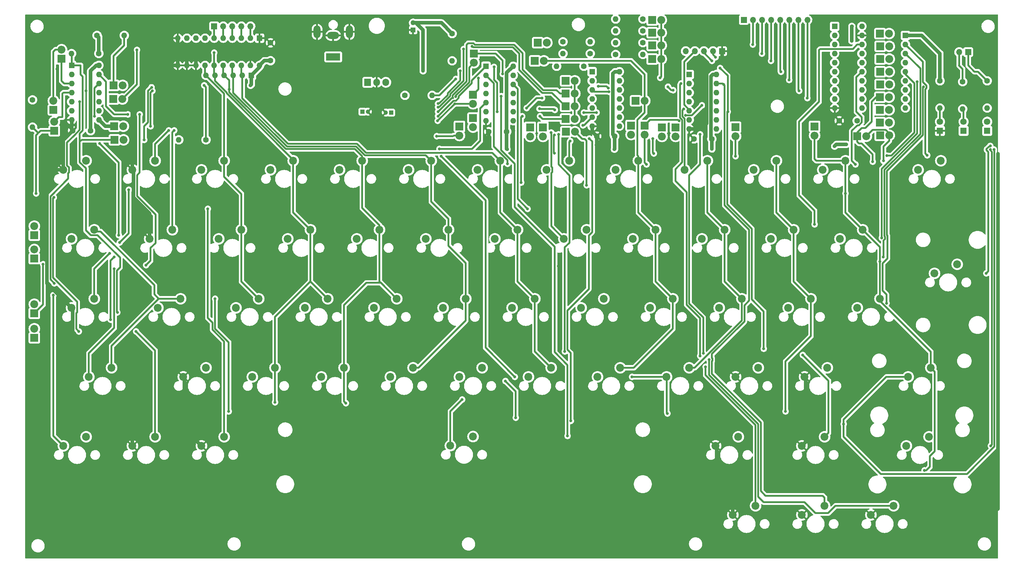
<source format=gbr>
%TF.GenerationSoftware,KiCad,Pcbnew,6.0.2+dfsg-1*%
%TF.CreationDate,2024-11-18T22:50:37+00:00*%
%TF.ProjectId,kb,6b622e6b-6963-4616-945f-706362585858,rev?*%
%TF.SameCoordinates,Original*%
%TF.FileFunction,Copper,L2,Bot*%
%TF.FilePolarity,Positive*%
%FSLAX46Y46*%
G04 Gerber Fmt 4.6, Leading zero omitted, Abs format (unit mm)*
G04 Created by KiCad (PCBNEW 6.0.2+dfsg-1) date 2024-11-18 22:50:37*
%MOMM*%
%LPD*%
G01*
G04 APERTURE LIST*
%TA.AperFunction,ComponentPad*%
%ADD10C,1.600000*%
%TD*%
%TA.AperFunction,ComponentPad*%
%ADD11R,2.200000X2.200000*%
%TD*%
%TA.AperFunction,ComponentPad*%
%ADD12O,2.200000X2.200000*%
%TD*%
%TA.AperFunction,ComponentPad*%
%ADD13O,1.600000X1.600000*%
%TD*%
%TA.AperFunction,ComponentPad*%
%ADD14C,2.200000*%
%TD*%
%TA.AperFunction,ComponentPad*%
%ADD15R,1.700000X1.700000*%
%TD*%
%TA.AperFunction,ComponentPad*%
%ADD16O,1.700000X1.700000*%
%TD*%
%TA.AperFunction,ComponentPad*%
%ADD17R,1.600000X1.600000*%
%TD*%
%TA.AperFunction,ComponentPad*%
%ADD18R,1.200000X1.200000*%
%TD*%
%TA.AperFunction,ComponentPad*%
%ADD19C,1.200000*%
%TD*%
%TA.AperFunction,ComponentPad*%
%ADD20R,1.800000X1.800000*%
%TD*%
%TA.AperFunction,ComponentPad*%
%ADD21C,1.800000*%
%TD*%
%TA.AperFunction,ComponentPad*%
%ADD22R,1.905000X2.000000*%
%TD*%
%TA.AperFunction,ComponentPad*%
%ADD23O,1.905000X2.000000*%
%TD*%
%TA.AperFunction,ComponentPad*%
%ADD24R,1.350000X1.350000*%
%TD*%
%TA.AperFunction,ComponentPad*%
%ADD25O,1.350000X1.350000*%
%TD*%
%TA.AperFunction,ComponentPad*%
%ADD26R,4.000000X2.000000*%
%TD*%
%TA.AperFunction,ComponentPad*%
%ADD27O,3.300000X2.000000*%
%TD*%
%TA.AperFunction,ComponentPad*%
%ADD28O,2.000000X3.500000*%
%TD*%
%TA.AperFunction,ViaPad*%
%ADD29C,0.800000*%
%TD*%
%TA.AperFunction,Conductor*%
%ADD30C,1.000000*%
%TD*%
%TA.AperFunction,Conductor*%
%ADD31C,0.500000*%
%TD*%
G04 APERTURE END LIST*
D10*
%TO.P,C3,1*%
%TO.N,VCC*%
X147066000Y-45212000D03*
%TO.P,C3,2*%
%TO.N,GND*%
X142066000Y-45212000D03*
%TD*%
D11*
%TO.P,D12,1,K*%
%TO.N,Net-(D12-Pad1)*%
X183134000Y-36576000D03*
D12*
%TO.P,D12,2,A*%
%TO.N,Net-(D12-Pad2)*%
X185674000Y-36576000D03*
%TD*%
D10*
%TO.P,R15,1*%
%TO.N,VCC*%
X168656000Y-26924000D03*
D13*
%TO.P,R15,2*%
%TO.N,Net-(D21-Pad1)*%
X161036000Y-26924000D03*
%TD*%
D14*
%TO.P,SW23,1,1*%
%TO.N,Net-(D1-Pad2)*%
X140208000Y-111252000D03*
%TO.P,SW23,2,2*%
%TO.N,Net-(D46-Pad2)*%
X133858000Y-113792000D03*
%TD*%
D10*
%TO.P,R8,1*%
%TO.N,Net-(D6-Pad1)*%
X185166000Y-13716000D03*
D13*
%TO.P,R8,2*%
%TO.N,VCC*%
X177546000Y-13716000D03*
%TD*%
D14*
%TO.P,SW39,1,1*%
%TO.N,Net-(D11-Pad2)*%
X101600000Y-111252000D03*
%TO.P,SW39,2,2*%
%TO.N,Net-(D46-Pad2)*%
X95250000Y-113792000D03*
%TD*%
D11*
%TO.P,D26,1,K*%
%TO.N,Net-(D26-Pad1)*%
X37338000Y-43688000D03*
D12*
%TO.P,D26,2,A*%
%TO.N,Net-(D11-Pad2)*%
X39878000Y-43688000D03*
%TD*%
D11*
%TO.P,D34,1,K*%
%TO.N,Net-(D34-Pad1)*%
X137668000Y-34853766D03*
D12*
%TO.P,D34,2,A*%
%TO.N,Net-(D32-Pad2)*%
X137668000Y-37393766D03*
%TD*%
D11*
%TO.P,D28,1,K*%
%TO.N,Net-(D28-Pad1)*%
X22606000Y-24836234D03*
D12*
%TO.P,D28,2,A*%
%TO.N,Net-(D22-Pad2)*%
X22606000Y-22296234D03*
%TD*%
D15*
%TO.P,J3,1,Pin_1*%
%TO.N,Net-(J3-Pad1)*%
X276128000Y-22942000D03*
D16*
%TO.P,J3,2,Pin_2*%
%TO.N,Net-(J3-Pad2)*%
X273588000Y-22942000D03*
%TD*%
D14*
%TO.P,SW32,1,1*%
%TO.N,Net-(D12-Pad2)*%
X193548000Y-91948000D03*
%TO.P,SW32,2,2*%
%TO.N,Net-(D47-Pad2)*%
X187198000Y-94488000D03*
%TD*%
%TO.P,SW20,1,1*%
%TO.N,Net-(D1-Pad2)*%
X154940000Y-91948000D03*
%TO.P,SW20,2,2*%
%TO.N,Net-(D43-Pad2)*%
X148590000Y-94488000D03*
%TD*%
D11*
%TO.P,D30,1,K*%
%TO.N,Net-(D30-Pad1)*%
X153670000Y-43997766D03*
D12*
%TO.P,D30,2,A*%
%TO.N,Net-(D22-Pad2)*%
X153670000Y-46537766D03*
%TD*%
D14*
%TO.P,SW28,1,1*%
%TO.N,Net-(D12-Pad2)*%
X135636000Y-91948000D03*
%TO.P,SW28,2,2*%
%TO.N,Net-(D43-Pad2)*%
X129286000Y-94488000D03*
%TD*%
%TO.P,SW24,1,1*%
%TO.N,Net-(D1-Pad2)*%
X174244000Y-91948000D03*
%TO.P,SW24,2,2*%
%TO.N,Net-(D47-Pad2)*%
X167894000Y-94488000D03*
%TD*%
D11*
%TO.P,D45,1,K*%
%TO.N,Net-(D45-Pad1)*%
X251515766Y-32004000D03*
D12*
%TO.P,D45,2,A*%
%TO.N,Net-(D45-Pad2)*%
X254055766Y-32004000D03*
%TD*%
D14*
%TO.P,SW55,1,1*%
%TO.N,Net-(D10-Pad2)*%
X36576000Y-111252000D03*
%TO.P,SW55,2,2*%
%TO.N,Net-(D46-Pad2)*%
X30226000Y-113792000D03*
%TD*%
D10*
%TO.P,C5,1*%
%TO.N,VCC*%
X204430000Y-47244000D03*
%TO.P,C5,2*%
%TO.N,GND*%
X199430000Y-47244000D03*
%TD*%
D11*
%TO.P,D11,1,K*%
%TO.N,Net-(D11-Pad1)*%
X181864000Y-43489766D03*
D12*
%TO.P,D11,2,A*%
%TO.N,Net-(D11-Pad2)*%
X181864000Y-46029766D03*
%TD*%
D14*
%TO.P,SW1,1,1*%
%TO.N,Net-(D9-Pad1)*%
X216662000Y-149860000D03*
%TO.P,SW1,2,2*%
%TO.N,GND*%
X210312000Y-152400000D03*
%TD*%
D11*
%TO.P,D29,1,K*%
%TO.N,Net-(D29-Pad1)*%
X133858000Y-43743766D03*
D12*
%TO.P,D29,2,A*%
%TO.N,Net-(D22-Pad2)*%
X133858000Y-46283766D03*
%TD*%
D10*
%TO.P,R2,1*%
%TO.N,VCC*%
X170434000Y-23368000D03*
D13*
%TO.P,R2,2*%
%TO.N,Net-(D13-Pad2)*%
X162814000Y-23368000D03*
%TD*%
D14*
%TO.P,SW37,1,1*%
%TO.N,Net-(D11-Pad2)*%
X203200000Y-53340000D03*
%TO.P,SW37,2,2*%
%TO.N,Net-(D44-Pad2)*%
X196850000Y-55880000D03*
%TD*%
D11*
%TO.P,D18,1,K*%
%TO.N,Net-(D16-Pad1)*%
X14986000Y-80716234D03*
D12*
%TO.P,D18,2,A*%
%TO.N,Net-(D17-Pad2)*%
X14986000Y-78176234D03*
%TD*%
D14*
%TO.P,SW54,1,1*%
%TO.N,Net-(D10-Pad2)*%
X246634000Y-72644000D03*
%TO.P,SW54,2,2*%
%TO.N,Net-(D45-Pad2)*%
X240284000Y-75184000D03*
%TD*%
%TO.P,SW57,1,1*%
%TO.N,Net-(D10-Pad2)*%
X137668000Y-130490000D03*
%TO.P,SW57,2,2*%
%TO.N,Net-(D48-Pad2)*%
X131318000Y-133030000D03*
%TD*%
%TO.P,SW17,1,1*%
%TO.N,Net-(D37-Pad1)*%
X68072000Y-130556000D03*
%TO.P,SW17,2,2*%
%TO.N,GND*%
X61722000Y-133096000D03*
%TD*%
D11*
%TO.P,D35,1,K*%
%TO.N,Net-(D35-Pad1)*%
X37393766Y-47498000D03*
D12*
%TO.P,D35,2,A*%
%TO.N,Net-(D32-Pad2)*%
X39933766Y-47498000D03*
%TD*%
D10*
%TO.P,R3,1*%
%TO.N,VCC*%
X268224000Y-30988000D03*
D13*
%TO.P,R3,2*%
%TO.N,Net-(D38-Pad2)*%
X268224000Y-38608000D03*
%TD*%
D14*
%TO.P,SW47,1,1*%
%TO.N,Net-(D22-Pad2)*%
X82296000Y-111252000D03*
%TO.P,SW47,2,2*%
%TO.N,Net-(D46-Pad2)*%
X75946000Y-113792000D03*
%TD*%
%TO.P,SW25,1,1*%
%TO.N,Net-(D1-Pad2)*%
X159512000Y-111252000D03*
%TO.P,SW25,2,2*%
%TO.N,Net-(D48-Pad2)*%
X153162000Y-113792000D03*
%TD*%
D11*
%TO.P,D16,1,K*%
%TO.N,Net-(D16-Pad1)*%
X245110000Y-46482000D03*
D12*
%TO.P,D16,2,A*%
%TO.N,Net-(D15-Pad2)*%
X247650000Y-46482000D03*
%TD*%
D14*
%TO.P,SW29,1,1*%
%TO.N,Net-(D12-Pad2)*%
X183896000Y-53340000D03*
%TO.P,SW29,2,2*%
%TO.N,Net-(D44-Pad2)*%
X177546000Y-55880000D03*
%TD*%
%TO.P,SW7,1,1*%
%TO.N,Net-(D10-Pad2)*%
X268478000Y-53340000D03*
%TO.P,SW7,2,2*%
%TO.N,Net-(D15-Pad2)*%
X262128000Y-55880000D03*
%TD*%
D17*
%TO.P,U3,1*%
%TO.N,Net-(D35-Pad1)*%
X25410000Y-26665000D03*
D13*
%TO.P,U3,2*%
%TO.N,Net-(D45-Pad2)*%
X25410000Y-29205000D03*
%TO.P,U3,3*%
%TO.N,Net-(D28-Pad1)*%
X25410000Y-31745000D03*
%TO.P,U3,4*%
%TO.N,Net-(D32-Pad2)*%
X25410000Y-34285000D03*
%TO.P,U3,5*%
%TO.N,Net-(D48-Pad2)*%
X25410000Y-36825000D03*
%TO.P,U3,6*%
%TO.N,Net-(D22-Pad1)*%
X25410000Y-39365000D03*
%TO.P,U3,7,GND*%
%TO.N,GND*%
X25410000Y-41905000D03*
%TO.P,U3,8*%
%TO.N,Net-(D26-Pad1)*%
X33030000Y-41905000D03*
%TO.P,U3,9*%
%TO.N,Net-(D33-Pad1)*%
X33030000Y-39365000D03*
%TO.P,U3,10*%
%TO.N,Net-(D48-Pad2)*%
X33030000Y-36825000D03*
%TO.P,U3,11*%
%TO.N,Net-(D24-Pad1)*%
X33030000Y-34285000D03*
%TO.P,U3,12*%
%TO.N,Net-(D32-Pad1)*%
X33030000Y-31745000D03*
%TO.P,U3,13*%
%TO.N,Net-(D46-Pad2)*%
X33030000Y-29205000D03*
%TO.P,U3,14,VCC*%
%TO.N,VCC*%
X33030000Y-26665000D03*
%TD*%
D14*
%TO.P,SW35,1,1*%
%TO.N,Net-(D11-Pad2)*%
X111506000Y-72644000D03*
%TO.P,SW35,2,2*%
%TO.N,Net-(D42-Pad2)*%
X105156000Y-75184000D03*
%TD*%
%TO.P,SW49,1,1*%
%TO.N,Net-(D22-Pad2)*%
X29464000Y-130556000D03*
%TO.P,SW49,2,2*%
%TO.N,Net-(D48-Pad2)*%
X23114000Y-133096000D03*
%TD*%
D18*
%TO.P,C2,1*%
%TO.N,VCC*%
X114768600Y-39878000D03*
D19*
%TO.P,C2,2*%
%TO.N,GND*%
X113268600Y-39878000D03*
%TD*%
D14*
%TO.P,SW27,1,1*%
%TO.N,Net-(D12-Pad2)*%
X130810000Y-72644000D03*
%TO.P,SW27,2,2*%
%TO.N,Net-(D42-Pad2)*%
X124460000Y-75184000D03*
%TD*%
%TO.P,SW60,1,1*%
%TO.N,Net-(D10-Pad2)*%
X251460000Y-91948000D03*
%TO.P,SW60,2,2*%
%TO.N,Net-(D47-Pad2)*%
X245110000Y-94488000D03*
%TD*%
D11*
%TO.P,D41,1,K*%
%TO.N,Net-(D23-Pad1)*%
X251460000Y-17780000D03*
D12*
%TO.P,D41,2,A*%
%TO.N,Net-(D41-Pad2)*%
X254000000Y-17780000D03*
%TD*%
D17*
%TO.P,U4,1*%
%TO.N,Net-(D19-Pad1)*%
X141274000Y-26919000D03*
D13*
%TO.P,U4,2*%
%TO.N,Net-(D44-Pad2)*%
X141274000Y-29459000D03*
%TO.P,U4,3*%
%TO.N,Net-(D29-Pad1)*%
X141274000Y-31999000D03*
%TO.P,U4,4*%
%TO.N,Net-(D34-Pad1)*%
X141274000Y-34539000D03*
%TO.P,U4,5*%
%TO.N,Net-(D48-Pad2)*%
X141274000Y-37079000D03*
%TO.P,U4,6*%
%TO.N,Net-(D27-Pad1)*%
X141274000Y-39619000D03*
%TO.P,U4,7,GND*%
%TO.N,GND*%
X141274000Y-42159000D03*
%TO.P,U4,8*%
%TO.N,Net-(D30-Pad1)*%
X148894000Y-42159000D03*
%TO.P,U4,9*%
%TO.N,Net-(D21-Pad1)*%
X148894000Y-39619000D03*
%TO.P,U4,10*%
%TO.N,Net-(D41-Pad2)*%
X148894000Y-37079000D03*
%TO.P,U4,11*%
%TO.N,Net-(D31-Pad1)*%
X148894000Y-34539000D03*
%TO.P,U4,12*%
%TO.N,Net-(D37-Pad1)*%
X148894000Y-31999000D03*
%TO.P,U4,13*%
%TO.N,Net-(D45-Pad2)*%
X148894000Y-29459000D03*
%TO.P,U4,14,VCC*%
%TO.N,VCC*%
X148894000Y-26919000D03*
%TD*%
D14*
%TO.P,SW45,1,1*%
%TO.N,Net-(D22-Pad2)*%
X222504000Y-53340000D03*
%TO.P,SW45,2,2*%
%TO.N,Net-(D44-Pad2)*%
X216154000Y-55880000D03*
%TD*%
D10*
%TO.P,C6,1*%
%TO.N,VCC*%
X177252000Y-46482000D03*
%TO.P,C6,2*%
%TO.N,GND*%
X172252000Y-46482000D03*
%TD*%
D11*
%TO.P,D15,1,K*%
%TO.N,Net-(D15-Pad1)*%
X251515766Y-46228000D03*
D12*
%TO.P,D15,2,A*%
%TO.N,Net-(D15-Pad2)*%
X254055766Y-46228000D03*
%TD*%
D11*
%TO.P,D10,1,K*%
%TO.N,Net-(D10-Pad1)*%
X163631766Y-45212000D03*
D12*
%TO.P,D10,2,A*%
%TO.N,Net-(D10-Pad2)*%
X166171766Y-45212000D03*
%TD*%
D14*
%TO.P,SW16,1,1*%
%TO.N,Net-(D21-Pad1)*%
X62992000Y-111252000D03*
%TO.P,SW16,2,2*%
%TO.N,GND*%
X56642000Y-113792000D03*
%TD*%
D11*
%TO.P,D6,1,K*%
%TO.N,Net-(D6-Pad1)*%
X187761766Y-13970000D03*
D12*
%TO.P,D6,2,A*%
%TO.N,Net-(D19-Pad2)*%
X190301766Y-13970000D03*
%TD*%
D14*
%TO.P,SW34,1,1*%
%TO.N,Net-(D11-Pad2)*%
X106680000Y-53340000D03*
%TO.P,SW34,2,2*%
%TO.N,Net-(D41-Pad2)*%
X100330000Y-55880000D03*
%TD*%
D10*
%TO.P,R4,1*%
%TO.N,Net-(J3-Pad2)*%
X274574000Y-31242000D03*
D13*
%TO.P,R4,2*%
%TO.N,Net-(D39-Pad2)*%
X274574000Y-38862000D03*
%TD*%
D11*
%TO.P,D20,1,K*%
%TO.N,Net-(D20-Pad1)*%
X163520234Y-41656000D03*
D12*
%TO.P,D20,2,A*%
%TO.N,Net-(D13-Pad2)*%
X166060234Y-41656000D03*
%TD*%
D11*
%TO.P,D13,1,K*%
%TO.N,Net-(D13-Pad1)*%
X163576000Y-34544000D03*
D12*
%TO.P,D13,2,A*%
%TO.N,Net-(D13-Pad2)*%
X166116000Y-34544000D03*
%TD*%
D11*
%TO.P,D47,1,K*%
%TO.N,Net-(D47-Pad1)*%
X251460000Y-39116000D03*
D12*
%TO.P,D47,2,A*%
%TO.N,Net-(D47-Pad2)*%
X254000000Y-39116000D03*
%TD*%
D11*
%TO.P,D42,1,K*%
%TO.N,Net-(D42-Pad1)*%
X251515766Y-21336000D03*
D12*
%TO.P,D42,2,A*%
%TO.N,Net-(D42-Pad2)*%
X254055766Y-21336000D03*
%TD*%
D14*
%TO.P,SW50,1,1*%
%TO.N,Net-(D10-Pad2)*%
X68072000Y-53340000D03*
%TO.P,SW50,2,2*%
%TO.N,Net-(D41-Pad2)*%
X61722000Y-55880000D03*
%TD*%
%TO.P,SW59,1,1*%
%TO.N,Net-(D10-Pad2)*%
X265684000Y-111252000D03*
%TO.P,SW59,2,2*%
%TO.N,Net-(D46-Pad2)*%
X259334000Y-113792000D03*
%TD*%
D10*
%TO.P,C8,1*%
%TO.N,GND*%
X81026000Y-20360000D03*
%TO.P,C8,2*%
%TO.N,VCC*%
X81026000Y-25360000D03*
%TD*%
%TO.P,C4,1*%
%TO.N,VCC*%
X30694000Y-44958000D03*
%TO.P,C4,2*%
%TO.N,GND*%
X25694000Y-44958000D03*
%TD*%
D11*
%TO.P,D43,1,K*%
%TO.N,Net-(D43-Pad1)*%
X251515766Y-24892000D03*
D12*
%TO.P,D43,2,A*%
%TO.N,Net-(D43-Pad2)*%
X254055766Y-24892000D03*
%TD*%
D11*
%TO.P,D37,1,K*%
%TO.N,Net-(D37-Pad1)*%
X137922000Y-23368000D03*
D12*
%TO.P,D37,2,A*%
%TO.N,Net-(D32-Pad2)*%
X137922000Y-25908000D03*
%TD*%
D14*
%TO.P,SW13,1,1*%
%TO.N,Net-(D35-Pad1)*%
X48768000Y-130556000D03*
%TO.P,SW13,2,2*%
%TO.N,GND*%
X42418000Y-133096000D03*
%TD*%
D11*
%TO.P,D33,1,K*%
%TO.N,Net-(D33-Pad1)*%
X20574000Y-44958000D03*
D12*
%TO.P,D33,2,A*%
%TO.N,Net-(D32-Pad2)*%
X20574000Y-42418000D03*
%TD*%
D18*
%TO.P,C1,1*%
%TO.N,Net-(C1-Pad1)*%
X106719401Y-39624000D03*
D19*
%TO.P,C1,2*%
%TO.N,GND*%
X108219401Y-39624000D03*
%TD*%
D14*
%TO.P,SW22,1,1*%
%TO.N,Net-(D1-Pad2)*%
X169418000Y-72644000D03*
%TO.P,SW22,2,2*%
%TO.N,Net-(D45-Pad2)*%
X163068000Y-75184000D03*
%TD*%
D11*
%TO.P,D48,1,K*%
%TO.N,Net-(D15-Pad1)*%
X251460000Y-42672000D03*
D12*
%TO.P,D48,2,A*%
%TO.N,Net-(D48-Pad2)*%
X254000000Y-42672000D03*
%TD*%
D15*
%TO.P,J2,1,Pin_1*%
%TO.N,Net-(J2-Pad1)*%
X213375000Y-13945000D03*
D16*
%TO.P,J2,2,Pin_2*%
%TO.N,Net-(J2-Pad2)*%
X215915000Y-13945000D03*
%TO.P,J2,3,Pin_3*%
%TO.N,Net-(J2-Pad3)*%
X218455000Y-13945000D03*
%TO.P,J2,4,Pin_4*%
%TO.N,Net-(J2-Pad4)*%
X220995000Y-13945000D03*
%TO.P,J2,5,Pin_5*%
%TO.N,Net-(J2-Pad5)*%
X223535000Y-13945000D03*
%TO.P,J2,6,Pin_6*%
%TO.N,Net-(J2-Pad6)*%
X226075000Y-13945000D03*
%TO.P,J2,7,Pin_7*%
%TO.N,Net-(J2-Pad7)*%
X228615000Y-13945000D03*
%TO.P,J2,8,Pin_8*%
%TO.N,Net-(J2-Pad8)*%
X231155000Y-13945000D03*
%TD*%
D14*
%TO.P,SW10,1,1*%
%TO.N,Net-(D32-Pad1)*%
X236728000Y-111252000D03*
%TO.P,SW10,2,2*%
%TO.N,GND*%
X230378000Y-113792000D03*
%TD*%
D11*
%TO.P,D21,1,K*%
%TO.N,Net-(D21-Pad1)*%
X163576000Y-30988000D03*
D12*
%TO.P,D21,2,A*%
%TO.N,Net-(D13-Pad2)*%
X166116000Y-30988000D03*
%TD*%
D10*
%TO.P,R10,1*%
%TO.N,VCC*%
X32512000Y-18288000D03*
D13*
%TO.P,R10,2*%
%TO.N,Net-(D32-Pad1)*%
X40132000Y-18288000D03*
%TD*%
D11*
%TO.P,D23,1,K*%
%TO.N,Net-(D23-Pad1)*%
X14986000Y-96012000D03*
D12*
%TO.P,D23,2,A*%
%TO.N,Net-(D23-Pad2)*%
X14986000Y-93472000D03*
%TD*%
D20*
%TO.P,D38,1,K*%
%TO.N,GND*%
X268224000Y-44963000D03*
D21*
%TO.P,D38,2,A*%
%TO.N,Net-(D38-Pad2)*%
X268224000Y-42423000D03*
%TD*%
D14*
%TO.P,SW9,1,1*%
%TO.N,Net-(D10-Pad2)*%
X55880000Y-91948000D03*
%TO.P,SW9,2,2*%
%TO.N,Net-(D23-Pad2)*%
X49530000Y-94488000D03*
%TD*%
D15*
%TO.P,J1,1,Pin_1*%
%TO.N,Net-(J1-Pad1)*%
X65278000Y-15748000D03*
D16*
%TO.P,J1,2,Pin_2*%
%TO.N,Net-(J1-Pad2)*%
X67818000Y-15748000D03*
%TO.P,J1,3,Pin_3*%
%TO.N,Net-(J1-Pad3)*%
X70358000Y-15748000D03*
%TO.P,J1,4,Pin_4*%
%TO.N,Net-(J1-Pad4)*%
X72898000Y-15748000D03*
%TO.P,J1,5,Pin_5*%
%TO.N,Net-(J1-Pad5)*%
X75438000Y-15748000D03*
%TD*%
D10*
%TO.P,C7,1*%
%TO.N,GND*%
X240070000Y-42164000D03*
%TO.P,C7,2*%
%TO.N,VCC*%
X245070000Y-42164000D03*
%TD*%
D11*
%TO.P,D22,1,K*%
%TO.N,Net-(D22-Pad1)*%
X20320000Y-39116000D03*
D12*
%TO.P,D22,2,A*%
%TO.N,Net-(D22-Pad2)*%
X20320000Y-36576000D03*
%TD*%
D14*
%TO.P,SW11,1,1*%
%TO.N,Net-(D33-Pad1)*%
X217424000Y-111252000D03*
%TO.P,SW11,2,2*%
%TO.N,GND*%
X211074000Y-113792000D03*
%TD*%
D20*
%TO.P,D39,1,K*%
%TO.N,VCC*%
X274828000Y-44963000D03*
D21*
%TO.P,D39,2,A*%
%TO.N,Net-(D39-Pad2)*%
X274828000Y-42423000D03*
%TD*%
D14*
%TO.P,SW8,1,1*%
%TO.N,Net-(D10-Pad2)*%
X31750000Y-72644000D03*
%TO.P,SW8,2,2*%
%TO.N,Net-(D17-Pad2)*%
X25400000Y-75184000D03*
%TD*%
%TO.P,SW58,1,1*%
%TO.N,Net-(D22-Pad2)*%
X265176000Y-130556000D03*
%TO.P,SW58,2,2*%
%TO.N,Net-(D48-Pad2)*%
X258826000Y-133096000D03*
%TD*%
%TO.P,SW40,1,1*%
%TO.N,Net-(D11-Pad2)*%
X212852000Y-91948000D03*
%TO.P,SW40,2,2*%
%TO.N,Net-(D47-Pad2)*%
X206502000Y-94488000D03*
%TD*%
D10*
%TO.P,R13,1*%
%TO.N,VCC*%
X33020000Y-23368000D03*
D13*
%TO.P,R13,2*%
%TO.N,Net-(D35-Pad1)*%
X25400000Y-23368000D03*
%TD*%
D14*
%TO.P,SW38,1,1*%
%TO.N,Net-(D11-Pad2)*%
X208026000Y-72644000D03*
%TO.P,SW38,2,2*%
%TO.N,Net-(D45-Pad2)*%
X201676000Y-75184000D03*
%TD*%
%TO.P,SW56,1,1*%
%TO.N,Net-(D10-Pad2)*%
X273050000Y-82296000D03*
%TO.P,SW56,2,2*%
%TO.N,Net-(D47-Pad2)*%
X266700000Y-84836000D03*
%TD*%
D22*
%TO.P,U5,1,IN*%
%TO.N,Net-(C1-Pad1)*%
X108204000Y-31402000D03*
D23*
%TO.P,U5,2,GND*%
%TO.N,GND*%
X110744000Y-31402000D03*
%TO.P,U5,3,OUT*%
%TO.N,VCC*%
X113284000Y-31402000D03*
%TD*%
D14*
%TO.P,SW43,1,1*%
%TO.N,Net-(D22-Pad2)*%
X92202000Y-72644000D03*
%TO.P,SW43,2,2*%
%TO.N,Net-(D42-Pad2)*%
X85852000Y-75184000D03*
%TD*%
%TO.P,SW42,1,1*%
%TO.N,Net-(D22-Pad2)*%
X87376000Y-53340000D03*
%TO.P,SW42,2,2*%
%TO.N,Net-(D41-Pad2)*%
X81026000Y-55880000D03*
%TD*%
D11*
%TO.P,D44,1,K*%
%TO.N,Net-(D17-Pad1)*%
X251515766Y-28448000D03*
D12*
%TO.P,D44,2,A*%
%TO.N,Net-(D44-Pad2)*%
X254055766Y-28448000D03*
%TD*%
D11*
%TO.P,D14,1,K*%
%TO.N,Net-(D14-Pad1)*%
X163520234Y-38100000D03*
D12*
%TO.P,D14,2,A*%
%TO.N,Net-(D13-Pad2)*%
X166060234Y-38100000D03*
%TD*%
D14*
%TO.P,SW53,1,1*%
%TO.N,Net-(D10-Pad2)*%
X241808000Y-53340000D03*
%TO.P,SW53,2,2*%
%TO.N,Net-(D44-Pad2)*%
X235458000Y-55880000D03*
%TD*%
D11*
%TO.P,D3,1,K*%
%TO.N,Net-(D3-Pad1)*%
X211074000Y-43942000D03*
D12*
%TO.P,D3,2,A*%
%TO.N,Net-(D12-Pad2)*%
X211074000Y-46482000D03*
%TD*%
D11*
%TO.P,D46,1,K*%
%TO.N,Net-(D16-Pad1)*%
X251460000Y-35560000D03*
D12*
%TO.P,D46,2,A*%
%TO.N,Net-(D46-Pad2)*%
X254000000Y-35560000D03*
%TD*%
D10*
%TO.P,R9,1*%
%TO.N,Net-(D8-Pad1)*%
X185166000Y-20320000D03*
D13*
%TO.P,R9,2*%
%TO.N,VCC*%
X177546000Y-20320000D03*
%TD*%
D11*
%TO.P,D2,1,K*%
%TO.N,Net-(D2-Pad1)*%
X185674000Y-43489766D03*
D12*
%TO.P,D2,2,A*%
%TO.N,Net-(D11-Pad2)*%
X185674000Y-46029766D03*
%TD*%
D14*
%TO.P,SW51,1,1*%
%TO.N,Net-(D10-Pad2)*%
X72898000Y-72644000D03*
%TO.P,SW51,2,2*%
%TO.N,Net-(D42-Pad2)*%
X66548000Y-75184000D03*
%TD*%
%TO.P,SW5,1,1*%
%TO.N,Net-(D14-Pad1)*%
X29464000Y-53340000D03*
%TO.P,SW5,2,2*%
%TO.N,GND*%
X23114000Y-55880000D03*
%TD*%
D10*
%TO.P,R16,1*%
%TO.N,VCC*%
X131826000Y-17780000D03*
D13*
%TO.P,R16,2*%
%TO.N,Net-(D37-Pad1)*%
X131826000Y-25400000D03*
%TD*%
D11*
%TO.P,D8,1,K*%
%TO.N,Net-(D8-Pad1)*%
X187761766Y-21082000D03*
D12*
%TO.P,D8,2,A*%
%TO.N,Net-(D19-Pad2)*%
X190301766Y-21082000D03*
%TD*%
D14*
%TO.P,SW18,1,1*%
%TO.N,Net-(D1-Pad2)*%
X145288000Y-53340000D03*
%TO.P,SW18,2,2*%
%TO.N,Net-(D41-Pad2)*%
X138938000Y-55880000D03*
%TD*%
%TO.P,SW31,1,1*%
%TO.N,Net-(D12-Pad2)*%
X120904000Y-111252000D03*
%TO.P,SW31,2,2*%
%TO.N,Net-(D46-Pad2)*%
X114554000Y-113792000D03*
%TD*%
%TO.P,SW36,1,1*%
%TO.N,Net-(D11-Pad2)*%
X116332000Y-91948000D03*
%TO.P,SW36,2,2*%
%TO.N,Net-(D43-Pad2)*%
X109982000Y-94488000D03*
%TD*%
D10*
%TO.P,R1,1*%
%TO.N,Net-(D19-Pad2)*%
X162814000Y-20066000D03*
D13*
%TO.P,R1,2*%
%TO.N,VCC*%
X170434000Y-20066000D03*
%TD*%
D11*
%TO.P,D31,1,K*%
%TO.N,Net-(D31-Pad1)*%
X157226000Y-43997766D03*
D12*
%TO.P,D31,2,A*%
%TO.N,Net-(D10-Pad2)*%
X157226000Y-46537766D03*
%TD*%
D14*
%TO.P,SW30,1,1*%
%TO.N,Net-(D12-Pad2)*%
X188722000Y-72644000D03*
%TO.P,SW30,2,2*%
%TO.N,Net-(D45-Pad2)*%
X182372000Y-75184000D03*
%TD*%
%TO.P,SW6,1,1*%
%TO.N,Net-(D13-Pad1)*%
X48768000Y-53340000D03*
%TO.P,SW6,2,2*%
%TO.N,GND*%
X42418000Y-55880000D03*
%TD*%
D11*
%TO.P,D4,1,K*%
%TO.N,Net-(D4-Pad1)*%
X194310000Y-43997766D03*
D12*
%TO.P,D4,2,A*%
%TO.N,Net-(D1-Pad2)*%
X194310000Y-46537766D03*
%TD*%
D14*
%TO.P,SW15,1,1*%
%TO.N,Net-(D20-Pad1)*%
X31750000Y-91948000D03*
%TO.P,SW15,2,2*%
%TO.N,GND*%
X25400000Y-94488000D03*
%TD*%
%TO.P,SW52,1,1*%
%TO.N,Net-(D10-Pad2)*%
X77724000Y-91948000D03*
%TO.P,SW52,2,2*%
%TO.N,Net-(D43-Pad2)*%
X71374000Y-94488000D03*
%TD*%
%TO.P,SW41,1,1*%
%TO.N,Net-(D11-Pad2)*%
X198120000Y-111252000D03*
%TO.P,SW41,2,2*%
%TO.N,Net-(D48-Pad2)*%
X191770000Y-113792000D03*
%TD*%
D11*
%TO.P,D27,1,K*%
%TO.N,Net-(D27-Pad1)*%
X154940000Y-25400000D03*
D12*
%TO.P,D27,2,A*%
%TO.N,Net-(D12-Pad2)*%
X157480000Y-25400000D03*
%TD*%
D14*
%TO.P,SW19,1,1*%
%TO.N,Net-(D1-Pad2)*%
X150114000Y-72644000D03*
%TO.P,SW19,2,2*%
%TO.N,Net-(D42-Pad2)*%
X143764000Y-75184000D03*
%TD*%
D15*
%TO.P,J5,1,Pin_1*%
%TO.N,GND*%
X207284000Y-22688000D03*
D16*
%TO.P,J5,2,Pin_2*%
%TO.N,Net-(D6-Pad1)*%
X204744000Y-22688000D03*
%TO.P,J5,3,Pin_3*%
%TO.N,Net-(D7-Pad1)*%
X202204000Y-22688000D03*
%TO.P,J5,4,Pin_4*%
%TO.N,Net-(D8-Pad1)*%
X199664000Y-22688000D03*
%TO.P,J5,5,Pin_5*%
%TO.N,Net-(D9-Pad1)*%
X197124000Y-22688000D03*
%TD*%
D17*
%TO.P,U7,1,A->B*%
%TO.N,GND*%
X77973000Y-19060000D03*
D13*
%TO.P,U7,2,A0*%
%TO.N,Net-(J1-Pad5)*%
X75433000Y-19060000D03*
%TO.P,U7,3,A1*%
%TO.N,Net-(J1-Pad4)*%
X72893000Y-19060000D03*
%TO.P,U7,4,A2*%
%TO.N,Net-(J1-Pad3)*%
X70353000Y-19060000D03*
%TO.P,U7,5,A3*%
%TO.N,Net-(J1-Pad2)*%
X67813000Y-19060000D03*
%TO.P,U7,6,A4*%
%TO.N,Net-(J1-Pad1)*%
X65273000Y-19060000D03*
%TO.P,U7,7,A5*%
%TO.N,unconnected-(U7-Pad7)*%
X62733000Y-19060000D03*
%TO.P,U7,8,A6*%
%TO.N,unconnected-(U7-Pad8)*%
X60193000Y-19060000D03*
%TO.P,U7,9,A7*%
%TO.N,unconnected-(U7-Pad9)*%
X57653000Y-19060000D03*
%TO.P,U7,10,GND*%
%TO.N,GND*%
X55113000Y-19060000D03*
%TO.P,U7,11,B7*%
X55113000Y-26680000D03*
%TO.P,U7,12,B6*%
X57653000Y-26680000D03*
%TO.P,U7,13,B5*%
X60193000Y-26680000D03*
%TO.P,U7,14,B4*%
%TO.N,Net-(D10-Pad2)*%
X62733000Y-26680000D03*
%TO.P,U7,15,B3*%
%TO.N,Net-(D22-Pad2)*%
X65273000Y-26680000D03*
%TO.P,U7,16,B2*%
%TO.N,Net-(D11-Pad2)*%
X67813000Y-26680000D03*
%TO.P,U7,17,B1*%
%TO.N,Net-(D12-Pad2)*%
X70353000Y-26680000D03*
%TO.P,U7,18,B0*%
%TO.N,Net-(D1-Pad2)*%
X72893000Y-26680000D03*
%TO.P,U7,19,CE*%
%TO.N,GND*%
X75433000Y-26680000D03*
%TO.P,U7,20,VCC*%
%TO.N,VCC*%
X77973000Y-26680000D03*
%TD*%
D11*
%TO.P,D5,1,K*%
%TO.N,Net-(D5-Pad1)*%
X233172000Y-43743766D03*
D12*
%TO.P,D5,2,A*%
%TO.N,Net-(D10-Pad2)*%
X233172000Y-46283766D03*
%TD*%
D14*
%TO.P,SW33,1,1*%
%TO.N,Net-(D12-Pad2)*%
X178816000Y-111252000D03*
%TO.P,SW33,2,2*%
%TO.N,Net-(D48-Pad2)*%
X172466000Y-113792000D03*
%TD*%
D17*
%TO.P,U6,1,A->B*%
%TO.N,VCC*%
X238770000Y-15753000D03*
D13*
%TO.P,U6,2,A0*%
%TO.N,Net-(J2-Pad1)*%
X238770000Y-18293000D03*
%TO.P,U6,3,A1*%
%TO.N,Net-(J2-Pad2)*%
X238770000Y-20833000D03*
%TO.P,U6,4,A2*%
%TO.N,Net-(J2-Pad3)*%
X238770000Y-23373000D03*
%TO.P,U6,5,A3*%
%TO.N,Net-(J2-Pad4)*%
X238770000Y-25913000D03*
%TO.P,U6,6,A4*%
%TO.N,Net-(J2-Pad5)*%
X238770000Y-28453000D03*
%TO.P,U6,7,A5*%
%TO.N,Net-(J2-Pad6)*%
X238770000Y-30993000D03*
%TO.P,U6,8,A6*%
%TO.N,Net-(J2-Pad7)*%
X238770000Y-33533000D03*
%TO.P,U6,9,A7*%
%TO.N,Net-(J2-Pad8)*%
X238770000Y-36073000D03*
%TO.P,U6,10,GND*%
%TO.N,GND*%
X238770000Y-38613000D03*
%TO.P,U6,11,B7*%
%TO.N,Net-(D15-Pad1)*%
X246390000Y-38613000D03*
%TO.P,U6,12,B6*%
%TO.N,Net-(D47-Pad1)*%
X246390000Y-36073000D03*
%TO.P,U6,13,B5*%
%TO.N,Net-(D16-Pad1)*%
X246390000Y-33533000D03*
%TO.P,U6,14,B4*%
%TO.N,Net-(D45-Pad1)*%
X246390000Y-30993000D03*
%TO.P,U6,15,B3*%
%TO.N,Net-(D17-Pad1)*%
X246390000Y-28453000D03*
%TO.P,U6,16,B2*%
%TO.N,Net-(D43-Pad1)*%
X246390000Y-25913000D03*
%TO.P,U6,17,B1*%
%TO.N,Net-(D42-Pad1)*%
X246390000Y-23373000D03*
%TO.P,U6,18,B0*%
%TO.N,Net-(D23-Pad1)*%
X246390000Y-20833000D03*
%TO.P,U6,19,CE*%
%TO.N,GND*%
X246390000Y-18293000D03*
%TO.P,U6,20,VCC*%
%TO.N,VCC*%
X246390000Y-15753000D03*
%TD*%
D11*
%TO.P,D19,1,K*%
%TO.N,Net-(D19-Pad1)*%
X155757766Y-20320000D03*
D12*
%TO.P,D19,2,A*%
%TO.N,Net-(D19-Pad2)*%
X158297766Y-20320000D03*
%TD*%
D24*
%TO.P,J4,1,Pin_1*%
%TO.N,GND*%
X120904000Y-16764000D03*
D25*
%TO.P,J4,2,Pin_2*%
%TO.N,VCC*%
X120904000Y-14764000D03*
%TD*%
D14*
%TO.P,SW2,1,1*%
%TO.N,Net-(D8-Pad1)*%
X255270000Y-149860000D03*
%TO.P,SW2,2,2*%
%TO.N,GND*%
X248920000Y-152400000D03*
%TD*%
D11*
%TO.P,D25,1,K*%
%TO.N,Net-(D16-Pad1)*%
X14986000Y-102870000D03*
D12*
%TO.P,D25,2,A*%
%TO.N,Net-(D23-Pad2)*%
X14986000Y-100330000D03*
%TD*%
D10*
%TO.P,R5,1*%
%TO.N,Net-(J3-Pad1)*%
X281432000Y-30988000D03*
D13*
%TO.P,R5,2*%
%TO.N,Net-(D40-Pad2)*%
X281432000Y-38608000D03*
%TD*%
D11*
%TO.P,D17,1,K*%
%TO.N,Net-(D17-Pad1)*%
X14986000Y-74168000D03*
D12*
%TO.P,D17,2,A*%
%TO.N,Net-(D17-Pad2)*%
X14986000Y-71628000D03*
%TD*%
D14*
%TO.P,SW12,1,1*%
%TO.N,Net-(D34-Pad1)*%
X211836000Y-130556000D03*
%TO.P,SW12,2,2*%
%TO.N,GND*%
X205486000Y-133096000D03*
%TD*%
D17*
%TO.P,U1,1*%
%TO.N,Net-(D41-Pad2)*%
X198120000Y-29210000D03*
D13*
%TO.P,U1,2*%
%TO.N,Net-(D9-Pad1)*%
X198120000Y-31750000D03*
%TO.P,U1,3*%
%TO.N,Net-(D1-Pad1)*%
X198120000Y-34290000D03*
%TO.P,U1,4*%
%TO.N,Net-(D44-Pad2)*%
X198120000Y-36830000D03*
%TO.P,U1,5*%
%TO.N,Net-(D8-Pad1)*%
X198120000Y-39370000D03*
%TO.P,U1,6*%
%TO.N,Net-(D2-Pad1)*%
X198120000Y-41910000D03*
%TO.P,U1,7,GND*%
%TO.N,GND*%
X198120000Y-44450000D03*
%TO.P,U1,8*%
%TO.N,Net-(D3-Pad1)*%
X205740000Y-44450000D03*
%TO.P,U1,9*%
%TO.N,Net-(D44-Pad2)*%
X205740000Y-41910000D03*
%TO.P,U1,10*%
%TO.N,Net-(D7-Pad1)*%
X205740000Y-39370000D03*
%TO.P,U1,11*%
%TO.N,Net-(D4-Pad1)*%
X205740000Y-36830000D03*
%TO.P,U1,12*%
%TO.N,Net-(D44-Pad2)*%
X205740000Y-34290000D03*
%TO.P,U1,13*%
%TO.N,Net-(D6-Pad1)*%
X205740000Y-31750000D03*
%TO.P,U1,14,VCC*%
%TO.N,VCC*%
X205740000Y-29210000D03*
%TD*%
D10*
%TO.P,R11,1*%
%TO.N,VCC*%
X14478000Y-36322000D03*
D13*
%TO.P,R11,2*%
%TO.N,Net-(D33-Pad1)*%
X14478000Y-43942000D03*
%TD*%
D20*
%TO.P,D40,1,K*%
%TO.N,VCC*%
X281432000Y-44963000D03*
D21*
%TO.P,D40,2,A*%
%TO.N,Net-(D40-Pad2)*%
X281432000Y-42423000D03*
%TD*%
D11*
%TO.P,D1,1,K*%
%TO.N,Net-(D1-Pad1)*%
X190500000Y-43997766D03*
D12*
%TO.P,D1,2,A*%
%TO.N,Net-(D1-Pad2)*%
X190500000Y-46537766D03*
%TD*%
D17*
%TO.P,RN1,1,common*%
%TO.N,VCC*%
X75692000Y-29464000D03*
D13*
%TO.P,RN1,2,R1*%
%TO.N,Net-(D1-Pad2)*%
X73152000Y-29464000D03*
%TO.P,RN1,3,R2*%
%TO.N,Net-(D12-Pad2)*%
X70612000Y-29464000D03*
%TO.P,RN1,4,R3*%
%TO.N,Net-(D11-Pad2)*%
X68072000Y-29464000D03*
%TO.P,RN1,5,R4*%
%TO.N,Net-(D22-Pad2)*%
X65532000Y-29464000D03*
%TO.P,RN1,6,R5*%
%TO.N,Net-(D10-Pad2)*%
X62992000Y-29464000D03*
%TD*%
D10*
%TO.P,R7,1*%
%TO.N,Net-(D7-Pad1)*%
X185166000Y-17018000D03*
D13*
%TO.P,R7,2*%
%TO.N,VCC*%
X177546000Y-17018000D03*
%TD*%
D14*
%TO.P,SW44,1,1*%
%TO.N,Net-(D22-Pad2)*%
X97028000Y-91948000D03*
%TO.P,SW44,2,2*%
%TO.N,Net-(D43-Pad2)*%
X90678000Y-94488000D03*
%TD*%
D17*
%TO.P,RN2,1,common*%
%TO.N,VCC*%
X258572000Y-18288000D03*
D13*
%TO.P,RN2,2,R1*%
%TO.N,Net-(D41-Pad2)*%
X258572000Y-20828000D03*
%TO.P,RN2,3,R2*%
%TO.N,Net-(D42-Pad2)*%
X258572000Y-23368000D03*
%TO.P,RN2,4,R3*%
%TO.N,Net-(D43-Pad2)*%
X258572000Y-25908000D03*
%TO.P,RN2,5,R4*%
%TO.N,Net-(D44-Pad2)*%
X258572000Y-28448000D03*
%TO.P,RN2,6,R5*%
%TO.N,Net-(D45-Pad2)*%
X258572000Y-30988000D03*
%TO.P,RN2,7,R6*%
%TO.N,Net-(D46-Pad2)*%
X258572000Y-33528000D03*
%TO.P,RN2,8,R7*%
%TO.N,Net-(D47-Pad2)*%
X258572000Y-36068000D03*
%TO.P,RN2,9,R8*%
%TO.N,Net-(D48-Pad2)*%
X258572000Y-38608000D03*
%TD*%
D14*
%TO.P,SW21,1,1*%
%TO.N,Net-(D1-Pad2)*%
X164592000Y-53340000D03*
%TO.P,SW21,2,2*%
%TO.N,Net-(D44-Pad2)*%
X158242000Y-55880000D03*
%TD*%
%TO.P,SW14,1,1*%
%TO.N,Net-(D19-Pad1)*%
X53594000Y-72644000D03*
%TO.P,SW14,2,2*%
%TO.N,GND*%
X47244000Y-75184000D03*
%TD*%
D10*
%TO.P,R14,1*%
%TO.N,VCC*%
X62992000Y-47498000D03*
D13*
%TO.P,R14,2*%
%TO.N,Net-(D20-Pad1)*%
X55372000Y-47498000D03*
%TD*%
D10*
%TO.P,R6,1*%
%TO.N,VCC*%
X177546000Y-23622000D03*
D13*
%TO.P,R6,2*%
%TO.N,Net-(D9-Pad1)*%
X185166000Y-23622000D03*
%TD*%
D14*
%TO.P,SW4,1,1*%
%TO.N,Net-(D6-Pad1)*%
X235966000Y-149860000D03*
%TO.P,SW4,2,2*%
%TO.N,GND*%
X229616000Y-152400000D03*
%TD*%
D11*
%TO.P,D7,1,K*%
%TO.N,Net-(D7-Pad1)*%
X187761766Y-17526000D03*
D12*
%TO.P,D7,2,A*%
%TO.N,Net-(D19-Pad2)*%
X190301766Y-17526000D03*
%TD*%
D11*
%TO.P,D32,1,K*%
%TO.N,Net-(D32-Pad1)*%
X37139766Y-32258000D03*
D12*
%TO.P,D32,2,A*%
%TO.N,Net-(D32-Pad2)*%
X39679766Y-32258000D03*
%TD*%
D26*
%TO.P,J6,1*%
%TO.N,Net-(C1-Pad1)*%
X98552000Y-24296000D03*
D27*
%TO.P,J6,2*%
%TO.N,GND*%
X98552000Y-18296000D03*
D28*
%TO.P,J6,MP,MountPin*%
X94052000Y-17296000D03*
X103052000Y-17296000D03*
%TD*%
D14*
%TO.P,SW46,1,1*%
%TO.N,Net-(D22-Pad2)*%
X227330000Y-72644000D03*
%TO.P,SW46,2,2*%
%TO.N,Net-(D45-Pad2)*%
X220980000Y-75184000D03*
%TD*%
D11*
%TO.P,D36,1,K*%
%TO.N,Net-(D20-Pad1)*%
X137668000Y-41402000D03*
D12*
%TO.P,D36,2,A*%
%TO.N,Net-(D32-Pad2)*%
X137668000Y-43942000D03*
%TD*%
D17*
%TO.P,U2,1*%
%TO.N,Net-(D19-Pad2)*%
X170952000Y-28443000D03*
D13*
%TO.P,U2,2*%
%TO.N,Net-(D46-Pad2)*%
X170952000Y-30983000D03*
%TO.P,U2,3*%
%TO.N,Net-(D5-Pad1)*%
X170952000Y-33523000D03*
%TO.P,U2,4*%
%TO.N,Net-(D13-Pad2)*%
X170952000Y-36063000D03*
%TO.P,U2,5*%
%TO.N,Net-(D46-Pad2)*%
X170952000Y-38603000D03*
%TO.P,U2,6*%
%TO.N,Net-(D10-Pad1)*%
X170952000Y-41143000D03*
%TO.P,U2,7,GND*%
%TO.N,GND*%
X170952000Y-43683000D03*
%TO.P,U2,8*%
%TO.N,Net-(D11-Pad1)*%
X178572000Y-43683000D03*
%TO.P,U2,9*%
%TO.N,Net-(D14-Pad1)*%
X178572000Y-41143000D03*
%TO.P,U2,10*%
%TO.N,Net-(D41-Pad2)*%
X178572000Y-38603000D03*
%TO.P,U2,11*%
%TO.N,Net-(D12-Pad1)*%
X178572000Y-36063000D03*
%TO.P,U2,12*%
%TO.N,Net-(D13-Pad1)*%
X178572000Y-33523000D03*
%TO.P,U2,13*%
%TO.N,Net-(D41-Pad2)*%
X178572000Y-30983000D03*
%TO.P,U2,14,VCC*%
%TO.N,VCC*%
X178572000Y-28443000D03*
%TD*%
D11*
%TO.P,D9,1,K*%
%TO.N,Net-(D9-Pad1)*%
X187761766Y-24892000D03*
D12*
%TO.P,D9,2,A*%
%TO.N,Net-(D19-Pad2)*%
X190301766Y-24892000D03*
%TD*%
D14*
%TO.P,SW26,1,1*%
%TO.N,Net-(D12-Pad2)*%
X125984000Y-53340000D03*
%TO.P,SW26,2,2*%
%TO.N,Net-(D41-Pad2)*%
X119634000Y-55880000D03*
%TD*%
D11*
%TO.P,D24,1,K*%
%TO.N,Net-(D24-Pad1)*%
X37084000Y-36068000D03*
D12*
%TO.P,D24,2,A*%
%TO.N,Net-(D22-Pad2)*%
X39624000Y-36068000D03*
%TD*%
D14*
%TO.P,SW48,1,1*%
%TO.N,Net-(D22-Pad2)*%
X232156000Y-91948000D03*
%TO.P,SW48,2,2*%
%TO.N,Net-(D47-Pad2)*%
X225806000Y-94488000D03*
%TD*%
D10*
%TO.P,R12,1*%
%TO.N,VCC*%
X118618000Y-35052000D03*
D13*
%TO.P,R12,2*%
%TO.N,Net-(D34-Pad1)*%
X126238000Y-35052000D03*
%TD*%
D14*
%TO.P,SW3,1,1*%
%TO.N,Net-(D7-Pad1)*%
X235966000Y-130556000D03*
%TO.P,SW3,2,2*%
%TO.N,GND*%
X229616000Y-133096000D03*
%TD*%
D29*
%TO.N,GND*%
X194056000Y-39370000D03*
X95758000Y-58928000D03*
X99822000Y-73152000D03*
X247396000Y-55880000D03*
X79248000Y-73406000D03*
X233680000Y-77978000D03*
X172974000Y-54356000D03*
X221234000Y-96520000D03*
X96012000Y-51816000D03*
X191262000Y-36576000D03*
X284226000Y-150876000D03*
X194056000Y-21082000D03*
X148082000Y-23876000D03*
X215900000Y-53086000D03*
X154686000Y-54356000D03*
X134874000Y-38608000D03*
X177800000Y-77724000D03*
X21844000Y-78994000D03*
X194564000Y-14732000D03*
X172131929Y-48941929D03*
X29464000Y-33782000D03*
X201676000Y-66294000D03*
X174752000Y-38862000D03*
X113284000Y-58674000D03*
X13462000Y-83312000D03*
X217170000Y-77978000D03*
X158496000Y-37084000D03*
X284397011Y-51390989D03*
X188976000Y-34036000D03*
X203016480Y-38537520D03*
X200406000Y-34544000D03*
X40386000Y-28702000D03*
X182118000Y-97028000D03*
X17526000Y-95758000D03*
X167640000Y-67310000D03*
X35306000Y-63754000D03*
X161544000Y-82804000D03*
X192532000Y-54102000D03*
X29718000Y-26416000D03*
X52832000Y-37592000D03*
X201422000Y-30734000D03*
X237998000Y-97536000D03*
X154178000Y-52070000D03*
X25654000Y-53340000D03*
X60198000Y-24638000D03*
X76454000Y-59182000D03*
X193040000Y-28702000D03*
X230886000Y-53848000D03*
X122174000Y-39116000D03*
X157988000Y-77978000D03*
X157988000Y-62738000D03*
X32004000Y-80518000D03*
X21336000Y-27686000D03*
X221234000Y-72644000D03*
X202692000Y-95504000D03*
X144780000Y-27178000D03*
X167640000Y-82804000D03*
X57658000Y-24638000D03*
X190500000Y-59436000D03*
X162306000Y-62738000D03*
X147066000Y-26670000D03*
X181610000Y-39878000D03*
X74168000Y-51054000D03*
X142066071Y-48941929D03*
X25908000Y-72644000D03*
X247142000Y-66040000D03*
X194310000Y-77978000D03*
X43688000Y-125476000D03*
X145542000Y-30988000D03*
X204724000Y-73152000D03*
X174244000Y-22860000D03*
X156972000Y-30988000D03*
X174244000Y-28194000D03*
X119126000Y-74168000D03*
X149098000Y-44958000D03*
X44196000Y-72136000D03*
X177800000Y-73152000D03*
X151892000Y-35814000D03*
X25908000Y-118872000D03*
X142494000Y-24638000D03*
X194310000Y-18034000D03*
X56971521Y-124789521D03*
%TO.N,VCC*%
X204366551Y-50141449D03*
X62484000Y-32258000D03*
X177188551Y-50141449D03*
X238760000Y-49276000D03*
X243586000Y-19812000D03*
X147169449Y-50141449D03*
X75438000Y-32258000D03*
X243591000Y-15753000D03*
X123698000Y-28194000D03*
X242062000Y-48768000D03*
%TO.N,Net-(D1-Pad2)*%
X164846000Y-47842429D03*
%TO.N,Net-(D2-Pad1)*%
X195268472Y-42196508D03*
%TO.N,Net-(D11-Pad2)*%
X69471039Y-33398961D03*
X186182000Y-54356000D03*
X47498000Y-43688000D03*
X48006000Y-33782000D03*
X102108000Y-121158000D03*
%TO.N,Net-(D12-Pad2)*%
X211074000Y-52070000D03*
%TO.N,Net-(D4-Pad1)*%
X201676000Y-37846000D03*
X197104000Y-40640000D03*
%TO.N,Net-(D5-Pad1)*%
X192170312Y-32658312D03*
X193625688Y-33605688D03*
X175684500Y-34036000D03*
%TO.N,Net-(D10-Pad2)*%
X263906000Y-139954000D03*
X69342000Y-123444000D03*
X241808000Y-62484000D03*
X251460000Y-81534000D03*
X65532000Y-91948000D03*
X169418000Y-60198000D03*
%TO.N,Net-(D6-Pad1)*%
X207772000Y-32004000D03*
X205486000Y-24384000D03*
%TO.N,Net-(D19-Pad2)*%
X189992000Y-30133500D03*
%TO.N,Net-(D7-Pad1)*%
X204470000Y-25400000D03*
X218948000Y-105918000D03*
X229870000Y-107696000D03*
X208875500Y-39624000D03*
X206756000Y-27432000D03*
%TO.N,Net-(D8-Pad1)*%
X202017500Y-107188000D03*
X203708000Y-108966000D03*
X201168000Y-45974000D03*
%TO.N,Net-(D9-Pad1)*%
X202692000Y-110998000D03*
X201168000Y-107950000D03*
X195834000Y-31750000D03*
%TO.N,Net-(D10-Pad1)*%
X168402000Y-43434000D03*
%TO.N,Net-(D13-Pad1)*%
X172720000Y-32512000D03*
X175514000Y-33020000D03*
X52578000Y-44870500D03*
X127893100Y-39624000D03*
%TO.N,Net-(D14-Pad1)*%
X137414000Y-21336000D03*
X172212000Y-39878000D03*
X127893100Y-38354000D03*
X135040500Y-22098000D03*
X168656000Y-39878000D03*
%TO.N,Net-(D15-Pad2)*%
X252439538Y-53374016D03*
%TO.N,Net-(D16-Pad1)*%
X249428000Y-53594000D03*
%TO.N,Net-(D17-Pad1)*%
X244602000Y-54356000D03*
%TO.N,Net-(D19-Pad1)*%
X54102000Y-44870500D03*
X127861862Y-40862762D03*
%TO.N,Net-(D20-Pad1)*%
X38862000Y-76200000D03*
X36068000Y-79248000D03*
X151130000Y-59436000D03*
X41402000Y-61468000D03*
X151399489Y-40909489D03*
X156376500Y-40894000D03*
%TO.N,Net-(D21-Pad1)*%
X156972000Y-35814000D03*
X152654000Y-38608000D03*
X161555115Y-45976036D03*
X163322000Y-106680000D03*
%TO.N,Net-(D22-Pad2)*%
X225044000Y-123444000D03*
X127508000Y-46482000D03*
X82296000Y-120904000D03*
X65278000Y-23114000D03*
X43688000Y-22352000D03*
%TO.N,Net-(D23-Pad1)*%
X233172000Y-71120000D03*
X17442500Y-82296000D03*
%TO.N,Net-(D27-Pad1)*%
X144359500Y-39624000D03*
X143520195Y-27099180D03*
%TO.N,Net-(D32-Pad1)*%
X31793500Y-40894000D03*
X38608000Y-74168000D03*
X33274000Y-48514000D03*
X36322000Y-97790000D03*
X37338000Y-80264000D03*
%TO.N,Net-(D32-Pad2)*%
X47766652Y-32811580D03*
X45720000Y-47498000D03*
X132532234Y-37393766D03*
X127762000Y-42164000D03*
X132832562Y-35384062D03*
%TO.N,Net-(D33-Pad1)*%
X20423198Y-63582178D03*
X27432000Y-101092000D03*
X15494000Y-62484000D03*
%TO.N,Net-(D34-Pad1)*%
X139192000Y-30226000D03*
X132842000Y-30480000D03*
X164084000Y-130302000D03*
X145542000Y-35306000D03*
%TO.N,Net-(D35-Pad1)*%
X43434000Y-101092000D03*
X38187500Y-95758000D03*
%TO.N,Net-(D37-Pad1)*%
X63500000Y-66802000D03*
X145966500Y-29058989D03*
X152908000Y-66802000D03*
%TO.N,Net-(D41-Pad2)*%
X160528000Y-39116000D03*
X188214000Y-51308000D03*
X160401979Y-46140500D03*
X264668000Y-51816000D03*
X156260271Y-38816917D03*
X160401979Y-51240949D03*
X187960000Y-47142909D03*
%TO.N,Net-(D42-Pad2)*%
X252309500Y-80264000D03*
%TO.N,Net-(D43-Pad2)*%
X263573011Y-32678500D03*
X253268944Y-93187056D03*
%TO.N,Net-(D44-Pad2)*%
X147320000Y-54189500D03*
X196596000Y-38862000D03*
X253408757Y-51940469D03*
%TO.N,Net-(D46-Pad2)*%
X283297523Y-50208500D03*
X149606000Y-125222000D03*
X170180000Y-47142909D03*
X146719312Y-114969312D03*
X46228000Y-82550000D03*
X41148000Y-40386000D03*
X164970960Y-126113040D03*
X44450000Y-40386000D03*
X241300000Y-127000000D03*
X37338000Y-83566000D03*
%TO.N,Net-(D47-Pad2)*%
X282298031Y-49208998D03*
X281178000Y-84836000D03*
%TO.N,Net-(D48-Pad2)*%
X128270000Y-50038000D03*
X282448000Y-133096000D03*
X192024000Y-124039500D03*
X149352000Y-113792000D03*
X282298020Y-50208500D03*
X27681000Y-36825000D03*
X134620000Y-120142000D03*
X20304535Y-90947465D03*
X20574000Y-87630000D03*
X182118000Y-113792000D03*
X128778000Y-52070000D03*
%TO.N,Net-(J2-Pad2)*%
X215900000Y-20828000D03*
%TO.N,Net-(J2-Pad3)*%
X218440000Y-23368000D03*
%TO.N,Net-(J2-Pad4)*%
X220980000Y-25400000D03*
%TO.N,Net-(J2-Pad5)*%
X223774000Y-28448000D03*
%TO.N,Net-(J2-Pad6)*%
X226060000Y-30734000D03*
%TO.N,Net-(J2-Pad7)*%
X228854000Y-33782000D03*
%TO.N,Net-(J2-Pad8)*%
X231140000Y-35814000D03*
%TO.N,Net-(D45-Pad2)*%
X159512000Y-45466000D03*
X127893100Y-37354497D03*
X251968000Y-74930000D03*
X134096511Y-28209489D03*
X261874000Y-31242000D03*
%TD*%
D30*
%TO.N,GND*%
X18542000Y-87630000D02*
X25400000Y-94488000D01*
X42418000Y-35814000D02*
X42418000Y-55880000D01*
X42418000Y-133096000D02*
X42418000Y-126746000D01*
X56971521Y-128345521D02*
X61722000Y-133096000D01*
X170952000Y-45182000D02*
X172252000Y-46482000D01*
X25729521Y-94817521D02*
X25729521Y-105739521D01*
X55113000Y-24633000D02*
X55113000Y-19060000D01*
X205740000Y-138684000D02*
X205815521Y-138608479D01*
X25400000Y-94488000D02*
X25729521Y-94817521D01*
X42164000Y-35560000D02*
X42418000Y-35814000D01*
X230378000Y-113792000D02*
X230707521Y-114121521D01*
X42747521Y-56209521D02*
X42747521Y-63424479D01*
X203016480Y-42926000D02*
X203016480Y-38537520D01*
X25410000Y-41905000D02*
X25410000Y-44674000D01*
X284397011Y-150704989D02*
X284397011Y-51390989D01*
X284226000Y-150876000D02*
X284397011Y-150704989D01*
X56642000Y-113792000D02*
X56971521Y-114121521D01*
X172252000Y-48821858D02*
X172131929Y-48941929D01*
X25908000Y-118872000D02*
X25908000Y-105918000D01*
X18542000Y-71882000D02*
X18542000Y-87630000D01*
X42672000Y-63500000D02*
X47244000Y-68072000D01*
X230707521Y-132004479D02*
X229616000Y-133096000D01*
X25410000Y-44674000D02*
X25694000Y-44958000D01*
X18542000Y-55880000D02*
X18542000Y-71882000D01*
X207284000Y-24618000D02*
X207284000Y-22688000D01*
X142066000Y-45212000D02*
X142066000Y-48941858D01*
X25908000Y-105918000D02*
X25729521Y-105739521D01*
X42418000Y-55880000D02*
X42747521Y-56209521D01*
X60193000Y-26680000D02*
X60193000Y-24653000D01*
X203016480Y-38537520D02*
X203016480Y-28885520D01*
X42747521Y-63424479D02*
X42672000Y-63500000D01*
X170952000Y-43683000D02*
X170952000Y-45182000D01*
X23114000Y-55880000D02*
X23114000Y-47538000D01*
X205815521Y-133425521D02*
X205486000Y-133096000D01*
X210312000Y-152400000D02*
X210312000Y-143256000D01*
X230707521Y-114121521D02*
X230707521Y-132004479D01*
X205815521Y-138608479D02*
X205815521Y-133425521D01*
X210312000Y-143256000D02*
X205740000Y-138684000D01*
X201492480Y-44450000D02*
X203016480Y-42926000D01*
X55113000Y-26680000D02*
X55113000Y-24633000D01*
X56971521Y-114121521D02*
X56971521Y-124789521D01*
X42418000Y-126746000D02*
X43688000Y-125476000D01*
X51044000Y-26680000D02*
X42164000Y-35560000D01*
X55113000Y-26680000D02*
X51044000Y-26680000D01*
X198120000Y-44450000D02*
X201492480Y-44450000D01*
X23114000Y-55880000D02*
X18542000Y-55880000D01*
X60193000Y-24653000D02*
X60203000Y-24643000D01*
X57653000Y-26680000D02*
X57653000Y-24643000D01*
X56971521Y-124789521D02*
X56971521Y-128345521D01*
X172252000Y-46482000D02*
X172252000Y-48821858D01*
X142066000Y-48941858D02*
X142066071Y-48941929D01*
X47244000Y-68072000D02*
X47244000Y-75184000D01*
X203016480Y-28885520D02*
X207284000Y-24618000D01*
X23114000Y-47538000D02*
X25694000Y-44958000D01*
%TO.N,VCC*%
X33020000Y-23622000D02*
X33020000Y-18796000D01*
X30694000Y-44958000D02*
X30694000Y-28234000D01*
X120904000Y-14764000D02*
X128810000Y-14764000D01*
X204430000Y-47244000D02*
X204430000Y-50078000D01*
X204430000Y-47244000D02*
X204216000Y-47030000D01*
X30694000Y-28234000D02*
X32263000Y-26665000D01*
D31*
X62992000Y-32766000D02*
X62484000Y-32258000D01*
X204430000Y-50078000D02*
X204366551Y-50141449D01*
D30*
X204216000Y-29718000D02*
X204724000Y-29210000D01*
D31*
X62992000Y-47498000D02*
X62992000Y-32766000D01*
D30*
X33020000Y-18796000D02*
X32512000Y-18288000D01*
X263144000Y-18288000D02*
X268224000Y-23368000D01*
X123698000Y-28194000D02*
X123698000Y-16808978D01*
X176784000Y-28956000D02*
X177297000Y-28443000D01*
X32263000Y-26665000D02*
X33030000Y-26665000D01*
X147066000Y-45212000D02*
X147066000Y-50038000D01*
X128810000Y-14764000D02*
X131826000Y-17780000D01*
X81026000Y-25360000D02*
X79293000Y-25360000D01*
X77973000Y-27183000D02*
X75692000Y-29464000D01*
X239268000Y-48768000D02*
X238760000Y-49276000D01*
X147066000Y-28747000D02*
X148894000Y-26919000D01*
X75692000Y-32004000D02*
X75438000Y-32258000D01*
X79293000Y-25360000D02*
X77973000Y-26680000D01*
X204724000Y-29210000D02*
X205740000Y-29210000D01*
X147066000Y-45212000D02*
X147066000Y-28747000D01*
X176784000Y-46014000D02*
X176784000Y-28956000D01*
X204216000Y-47030000D02*
X204216000Y-29718000D01*
X243586000Y-15758000D02*
X243591000Y-15753000D01*
X243586000Y-19812000D02*
X243586000Y-15758000D01*
X177252000Y-50078000D02*
X177188551Y-50141449D01*
X147066000Y-50038000D02*
X147169449Y-50141449D01*
X268224000Y-23368000D02*
X268224000Y-30988000D01*
X77973000Y-26680000D02*
X77973000Y-27183000D01*
X75692000Y-29464000D02*
X75692000Y-32004000D01*
X177297000Y-28443000D02*
X178572000Y-28443000D01*
X121653022Y-14764000D02*
X120904000Y-14764000D01*
X242062000Y-48768000D02*
X239268000Y-48768000D01*
X177252000Y-46482000D02*
X176784000Y-46014000D01*
X258572000Y-18288000D02*
X263144000Y-18288000D01*
X123698000Y-16808978D02*
X121653022Y-14764000D01*
X177252000Y-46482000D02*
X177252000Y-50078000D01*
D31*
%TO.N,Net-(D1-Pad2)*%
X72893000Y-26680000D02*
X72893000Y-29205000D01*
X85896770Y-48638960D02*
X105227502Y-48638962D01*
X107705020Y-51116480D02*
X143064480Y-51116480D01*
X154940000Y-91948000D02*
X154940000Y-106680000D01*
X72893000Y-29205000D02*
X73152000Y-29464000D01*
X164592000Y-48096429D02*
X164592000Y-53340000D01*
X164846000Y-47842429D02*
X164592000Y-48096429D01*
X105227502Y-48638962D02*
X107705020Y-51116480D01*
X73152000Y-35894190D02*
X85896770Y-48638960D01*
X73152000Y-29464000D02*
X73152000Y-35894190D01*
X150114000Y-87122000D02*
X154940000Y-91948000D01*
X150114000Y-72644000D02*
X150114000Y-87122000D01*
X145288000Y-53340000D02*
X145288000Y-67818000D01*
X143064480Y-51116480D02*
X145288000Y-53340000D01*
X145288000Y-67818000D02*
X150114000Y-72644000D01*
X154940000Y-106680000D02*
X159512000Y-111252000D01*
%TO.N,Net-(D2-Pad1)*%
X194981964Y-41910000D02*
X187198000Y-41910000D01*
X185674000Y-43434000D02*
X185674000Y-43489766D01*
X187198000Y-41910000D02*
X185674000Y-43434000D01*
X195268472Y-42196508D02*
X194981964Y-41910000D01*
%TO.N,Net-(D11-Pad2)*%
X69471039Y-34191769D02*
X69471039Y-33398961D01*
X106680000Y-53340000D02*
X106680000Y-52070000D01*
X101600000Y-120650000D02*
X101600000Y-111252000D01*
X111506000Y-71374000D02*
X111506000Y-72644000D01*
X106680000Y-53340000D02*
X106680000Y-66548000D01*
X199622858Y-111252000D02*
X198120000Y-111252000D01*
X107823000Y-87503000D02*
X111887000Y-87503000D01*
X67813000Y-26680000D02*
X67813000Y-29205000D01*
X208026000Y-87122000D02*
X212852000Y-91948000D01*
X88900000Y-50038000D02*
X85317270Y-50038000D01*
X48006000Y-33782000D02*
X47498000Y-34290000D01*
X212852000Y-91948000D02*
X212852000Y-98022858D01*
X85317270Y-50038000D02*
X69471039Y-34191769D01*
X104648000Y-50038000D02*
X88900000Y-50038000D01*
X185674000Y-53848000D02*
X185674000Y-46029766D01*
X69471039Y-33398961D02*
X69471039Y-30863039D01*
X111506000Y-87122000D02*
X111887000Y-87503000D01*
X67813000Y-29205000D02*
X68072000Y-29464000D01*
X111887000Y-87503000D02*
X116332000Y-91948000D01*
X111506000Y-72644000D02*
X111506000Y-87122000D01*
X101600000Y-111252000D02*
X101600000Y-93726000D01*
X212852000Y-98022858D02*
X199622858Y-111252000D01*
X102108000Y-121158000D02*
X101600000Y-120650000D01*
X186182000Y-54356000D02*
X185674000Y-53848000D01*
X203200000Y-53340000D02*
X203200000Y-67818000D01*
X69471039Y-30863039D02*
X68072000Y-29464000D01*
X203200000Y-67818000D02*
X208026000Y-72644000D01*
X208026000Y-72644000D02*
X208026000Y-87122000D01*
X106680000Y-66548000D02*
X111506000Y-71374000D01*
X101600000Y-93726000D02*
X107823000Y-87503000D01*
X47498000Y-34290000D02*
X47498000Y-43688000D01*
X106680000Y-52070000D02*
X104648000Y-50038000D01*
%TO.N,Net-(D12-Pad2)*%
X124460000Y-51816000D02*
X125984000Y-53340000D01*
X70353000Y-26680000D02*
X70353000Y-29205000D01*
X122406858Y-111252000D02*
X120904000Y-111252000D01*
X183896000Y-67818000D02*
X188722000Y-72644000D01*
X185674000Y-29210000D02*
X181864000Y-25400000D01*
X70612000Y-34343460D02*
X85607020Y-49338480D01*
X70612000Y-29464000D02*
X70612000Y-34343460D01*
X125984000Y-53340000D02*
X125984000Y-64770000D01*
X130810000Y-69596000D02*
X130810000Y-72644000D01*
X107415270Y-51816000D02*
X124460000Y-51816000D01*
X130810000Y-77092512D02*
X135636000Y-81918512D01*
X185674000Y-39878000D02*
X183642000Y-41910000D01*
X188722000Y-87122000D02*
X193548000Y-91948000D01*
X193548000Y-91948000D02*
X193548000Y-100330000D01*
X182626000Y-111252000D02*
X178816000Y-111252000D01*
X185674000Y-36576000D02*
X185674000Y-29210000D01*
X125984000Y-64770000D02*
X130810000Y-69596000D01*
X193548000Y-100330000D02*
X182626000Y-111252000D01*
X85607020Y-49338480D02*
X104937751Y-49338481D01*
X185674000Y-36576000D02*
X185674000Y-39878000D01*
X183642000Y-41910000D02*
X183642000Y-51816000D01*
X183642000Y-51816000D02*
X183896000Y-52070000D01*
X70353000Y-29205000D02*
X70612000Y-29464000D01*
X181864000Y-25400000D02*
X157480000Y-25400000D01*
X135636000Y-98022858D02*
X122406858Y-111252000D01*
X130810000Y-72644000D02*
X130810000Y-77092512D01*
X183896000Y-52070000D02*
X183896000Y-53340000D01*
X188722000Y-72644000D02*
X188722000Y-87122000D01*
X183896000Y-53340000D02*
X183896000Y-67818000D01*
X135636000Y-81918512D02*
X135636000Y-91948000D01*
X104937751Y-49338481D02*
X107415270Y-51816000D01*
X135636000Y-91948000D02*
X135636000Y-98022858D01*
X211074000Y-46482000D02*
X211074000Y-52070000D01*
%TO.N,Net-(D4-Pad1)*%
X197124489Y-40660489D02*
X198861511Y-40660489D01*
X198861511Y-40660489D02*
X201676000Y-37846000D01*
X197104000Y-40640000D02*
X197124489Y-40660489D01*
%TO.N,Net-(D5-Pad1)*%
X175684500Y-34036000D02*
X171465000Y-34036000D01*
X193117688Y-33605688D02*
X192170312Y-32658312D01*
X193625688Y-33605688D02*
X193548000Y-33528000D01*
X193625688Y-33605688D02*
X193117688Y-33605688D01*
X171465000Y-34036000D02*
X170952000Y-33523000D01*
%TO.N,Net-(D10-Pad2)*%
X265430000Y-136013488D02*
X265430000Y-138938000D01*
X168910000Y-47244000D02*
X168203766Y-47244000D01*
X265684000Y-111252000D02*
X266783999Y-112351999D01*
X251460000Y-81534000D02*
X251460000Y-77470000D01*
X49784000Y-91948000D02*
X36576000Y-105156000D01*
X264414000Y-139954000D02*
X263906000Y-139954000D01*
X266783999Y-112351999D02*
X266783999Y-134659489D01*
X68072000Y-53340000D02*
X68072000Y-57788512D01*
X251460000Y-91948000D02*
X251460000Y-81534000D01*
X65532000Y-100330000D02*
X65532000Y-91948000D01*
X265684000Y-111252000D02*
X265684000Y-106803488D01*
X72898000Y-62614512D02*
X72898000Y-72644000D01*
X168203766Y-47244000D02*
X166171766Y-45212000D01*
X69342000Y-123444000D02*
X69342000Y-104140000D01*
X233172000Y-46283766D02*
X233172000Y-52832000D01*
X68072000Y-34544000D02*
X68072000Y-53340000D01*
X36576000Y-105156000D02*
X36576000Y-111252000D01*
X68072000Y-57788512D02*
X72898000Y-62614512D01*
X48554479Y-88178479D02*
X33528000Y-73152000D01*
X241808000Y-67818000D02*
X246634000Y-72644000D01*
X49784000Y-91948000D02*
X48554479Y-90718479D01*
X33528000Y-73152000D02*
X32258000Y-73152000D01*
X62992000Y-29464000D02*
X68072000Y-34544000D01*
X251460000Y-92579488D02*
X251460000Y-91948000D01*
X169418000Y-60198000D02*
X169418000Y-47752000D01*
X233680000Y-53340000D02*
X241808000Y-53340000D01*
X241808000Y-62484000D02*
X241808000Y-67818000D01*
X251460000Y-77470000D02*
X246634000Y-72644000D01*
X62733000Y-26680000D02*
X62733000Y-29205000D01*
X241808000Y-53340000D02*
X241808000Y-62484000D01*
X72898000Y-72644000D02*
X72898000Y-87122000D01*
X233172000Y-52832000D02*
X233680000Y-53340000D01*
X69342000Y-104140000D02*
X65532000Y-100330000D01*
X32258000Y-73152000D02*
X31750000Y-72644000D01*
X265684000Y-106803488D02*
X251460000Y-92579488D01*
X169418000Y-47752000D02*
X168910000Y-47244000D01*
X55880000Y-91948000D02*
X49784000Y-91948000D01*
X266783999Y-134659489D02*
X265430000Y-136013488D01*
X265430000Y-138938000D02*
X264414000Y-139954000D01*
X72898000Y-87122000D02*
X77724000Y-91948000D01*
X62733000Y-29205000D02*
X62992000Y-29464000D01*
X48554479Y-90718479D02*
X48554479Y-88178479D01*
%TO.N,Net-(D6-Pad1)*%
X214884000Y-72644000D02*
X208026000Y-65786000D01*
X235966000Y-147574000D02*
X235966000Y-149860000D01*
X219456000Y-147066000D02*
X218123520Y-145733520D01*
X207518000Y-31750000D02*
X205740000Y-31750000D01*
X208026000Y-32258000D02*
X207772000Y-32004000D01*
X218123520Y-145733520D02*
X218123520Y-126560032D01*
X204744000Y-22688000D02*
X204744000Y-23642000D01*
X219456000Y-147066000D02*
X235458000Y-147066000D01*
X204470000Y-109405391D02*
X204557511Y-109317880D01*
X204557511Y-108614120D02*
X204470000Y-108526609D01*
X208026000Y-65786000D02*
X208026000Y-32258000D01*
X207772000Y-32004000D02*
X207518000Y-31750000D01*
X218123520Y-126560032D02*
X204470000Y-112906512D01*
X204557511Y-109317880D02*
X204557511Y-108614120D01*
X235458000Y-147066000D02*
X235966000Y-147574000D01*
X214884000Y-92456000D02*
X214884000Y-72644000D01*
X204470000Y-107394128D02*
X213551520Y-98312608D01*
X213551520Y-98312608D02*
X213551520Y-93788480D01*
X204470000Y-112906512D02*
X204470000Y-109405391D01*
X213551520Y-93788480D02*
X214884000Y-92456000D01*
X204744000Y-23642000D02*
X205486000Y-24384000D01*
X204470000Y-108526609D02*
X204470000Y-107394128D01*
%TO.N,Net-(D19-Pad2)*%
X189992000Y-30133500D02*
X190301766Y-29823734D01*
X190301766Y-29823734D02*
X190301766Y-13970000D01*
%TO.N,Net-(D7-Pad1)*%
X215583519Y-92139519D02*
X218948000Y-95504000D01*
X237065999Y-114891999D02*
X229870000Y-107696000D01*
X208788000Y-65558730D02*
X208788000Y-39878000D01*
X208788000Y-65558730D02*
X215583519Y-72354249D01*
X218948000Y-95504000D02*
X218948000Y-105918000D01*
X208788000Y-39711500D02*
X208875500Y-39624000D01*
X202204000Y-22688000D02*
X202204000Y-23134000D01*
X235966000Y-130556000D02*
X237065999Y-129456001D01*
X237065999Y-129456001D02*
X237065999Y-114891999D01*
X206756000Y-27432000D02*
X208875500Y-29551500D01*
X202204000Y-23134000D02*
X204470000Y-25400000D01*
X208788000Y-39878000D02*
X208788000Y-39711500D01*
X215583519Y-72354249D02*
X215583519Y-92139519D01*
X208875500Y-29551500D02*
X208875500Y-39624000D01*
%TO.N,Net-(D8-Pad1)*%
X198120000Y-39116000D02*
X198120000Y-39370000D01*
X198120000Y-93339388D02*
X198120000Y-57404000D01*
X255270000Y-149860000D02*
X239014000Y-149860000D01*
X202017500Y-107188000D02*
X202017500Y-97236888D01*
X198120000Y-57404000D02*
X201168000Y-54356000D01*
X217424000Y-147320000D02*
X217424000Y-127026730D01*
X230378000Y-148844000D02*
X218948000Y-148844000D01*
X196683511Y-25668489D02*
X196683511Y-37679511D01*
X233426000Y-151892000D02*
X230378000Y-148844000D01*
X201168000Y-54356000D02*
X201168000Y-45974000D01*
X239014000Y-149860000D02*
X236982000Y-151892000D01*
X202017500Y-97236888D02*
X198120000Y-93339388D01*
X218948000Y-148844000D02*
X217424000Y-147320000D01*
X199664000Y-22688000D02*
X196683511Y-25668489D01*
X217424000Y-127026730D02*
X203708000Y-113310730D01*
X196683511Y-37679511D02*
X198120000Y-39116000D01*
X236982000Y-151892000D02*
X233426000Y-151892000D01*
X203708000Y-113310730D02*
X203708000Y-108966000D01*
%TO.N,Net-(D9-Pad1)*%
X194230479Y-55705521D02*
X196150480Y-53785520D01*
X196150480Y-41877141D02*
X195554969Y-41281630D01*
X202692000Y-113284000D02*
X202692000Y-110998000D01*
X195554969Y-32029031D02*
X195834000Y-31750000D01*
X197420480Y-93629138D02*
X197420480Y-62168992D01*
X216662000Y-149860000D02*
X216662000Y-127254000D01*
X201168000Y-97376658D02*
X197420480Y-93629138D01*
X196150480Y-53785520D02*
X196150480Y-41877141D01*
X216662000Y-127254000D02*
X202692000Y-113284000D01*
X194230479Y-58978991D02*
X194230479Y-55705521D01*
X197420480Y-62168992D02*
X194230479Y-58978991D01*
X195554969Y-41281630D02*
X195554969Y-32029031D01*
X201168000Y-107950000D02*
X201168000Y-97376658D01*
%TO.N,Net-(D10-Pad1)*%
X168661000Y-43434000D02*
X170952000Y-41143000D01*
X168402000Y-43434000D02*
X168661000Y-43434000D01*
%TO.N,Net-(D13-Pad1)*%
X157275270Y-33604000D02*
X161036000Y-33604000D01*
X149133750Y-20890480D02*
X151497635Y-23254365D01*
X135890000Y-20890481D02*
X136293992Y-20486489D01*
X138169871Y-20890480D02*
X149133750Y-20890480D01*
X132091844Y-35844735D02*
X131983051Y-35735942D01*
X52578000Y-44870500D02*
X48768000Y-48680500D01*
X175006000Y-32512000D02*
X175514000Y-33020000D01*
X135890000Y-31125233D02*
X135890000Y-20890481D01*
X136293992Y-20486489D02*
X137765880Y-20486489D01*
X48768000Y-48680500D02*
X48768000Y-53340000D01*
X151497635Y-27826365D02*
X157275270Y-33604000D01*
X131672365Y-35844735D02*
X132091844Y-35844735D01*
X172720000Y-32512000D02*
X175006000Y-32512000D01*
X131983051Y-35032182D02*
X135890000Y-31125233D01*
X137765880Y-20486489D02*
X138169871Y-20890480D01*
X131983051Y-35735942D02*
X131983051Y-35032182D01*
X161036000Y-33604000D02*
X161976000Y-34544000D01*
X127893100Y-39624000D02*
X131672365Y-35844735D01*
X151497635Y-23254365D02*
X151497635Y-27826365D01*
X161976000Y-34544000D02*
X163576000Y-34544000D01*
%TO.N,Net-(D13-Pad2)*%
X166116000Y-30988000D02*
X166116000Y-41600234D01*
X166116000Y-41600234D02*
X166060234Y-41656000D01*
%TO.N,Net-(D14-Pad1)*%
X128173830Y-38354000D02*
X127893100Y-38354000D01*
X157027766Y-34345766D02*
X159766000Y-34345766D01*
X135040500Y-30985463D02*
X131283532Y-34742431D01*
X131283531Y-35244299D02*
X128173830Y-38354000D01*
X131283532Y-34742431D02*
X131283531Y-35244299D01*
X148844000Y-21590000D02*
X150622000Y-23368000D01*
X150622000Y-27940000D02*
X157027766Y-34345766D01*
X137414000Y-21336000D02*
X137668000Y-21590000D01*
X150622000Y-23368000D02*
X150622000Y-27940000D01*
X159766000Y-34345766D02*
X163520234Y-38100000D01*
X172212000Y-39878000D02*
X168656000Y-39878000D01*
X135040500Y-22098000D02*
X135040500Y-30985463D01*
X137668000Y-21590000D02*
X148844000Y-21590000D01*
%TO.N,Net-(D15-Pad2)*%
X252439538Y-53374016D02*
X252439538Y-49399862D01*
X254055766Y-47783634D02*
X254055766Y-46228000D01*
X254055766Y-45668978D02*
X253065277Y-44678489D01*
X249428000Y-44704000D02*
X247650000Y-46482000D01*
X252439538Y-49399862D02*
X254055766Y-47783634D01*
X254055766Y-46228000D02*
X254055766Y-45668978D01*
X249682000Y-44704000D02*
X249428000Y-44704000D01*
X249707511Y-44678489D02*
X249682000Y-44704000D01*
X253065277Y-44678489D02*
X249707511Y-44678489D01*
%TO.N,Net-(D16-Pad1)*%
X245618000Y-48514000D02*
X245110000Y-48006000D01*
X246380000Y-48514000D02*
X245618000Y-48514000D01*
X245110000Y-48006000D02*
X245110000Y-46482000D01*
X251460000Y-35560000D02*
X250444000Y-35560000D01*
X247396000Y-44196000D02*
X246380000Y-44196000D01*
X249428000Y-51562000D02*
X249428000Y-53594000D01*
X249174000Y-36830000D02*
X249174000Y-42418000D01*
X246380000Y-44196000D02*
X245110000Y-45466000D01*
X245110000Y-45466000D02*
X245110000Y-46482000D01*
X246380000Y-48514000D02*
X249428000Y-51562000D01*
X250444000Y-35560000D02*
X249174000Y-36830000D01*
X249174000Y-42418000D02*
X247396000Y-44196000D01*
%TO.N,Net-(D17-Pad1)*%
X244602000Y-54356000D02*
X243560489Y-53314489D01*
X243560489Y-53314489D02*
X243560489Y-44983511D01*
X245587565Y-43413511D02*
X246380000Y-42621076D01*
X246380000Y-41148000D02*
X244856000Y-39624000D01*
X244856000Y-29987000D02*
X246390000Y-28453000D01*
X243560489Y-44983511D02*
X245130489Y-43413511D01*
X244856000Y-39624000D02*
X244856000Y-29987000D01*
X245130489Y-43413511D02*
X245587565Y-43413511D01*
X246380000Y-42621076D02*
X246380000Y-41148000D01*
%TO.N,Net-(D19-Pad1)*%
X54102000Y-44870500D02*
X53594000Y-45378500D01*
X133682073Y-35311700D02*
X137289040Y-31704733D01*
X133682073Y-35735942D02*
X133682073Y-35311700D01*
X132873760Y-36544255D02*
X133682073Y-35735942D01*
X137289040Y-31704733D02*
X137289040Y-30903960D01*
X137289040Y-30903960D02*
X141274000Y-26919000D01*
X127861862Y-40862762D02*
X132180369Y-36544255D01*
X53594000Y-45378500D02*
X53594000Y-72644000D01*
X132180369Y-36544255D02*
X132873760Y-36544255D01*
%TO.N,Net-(D20-Pad1)*%
X41402000Y-73660000D02*
X41402000Y-61468000D01*
X151130000Y-59436000D02*
X151130000Y-41178978D01*
X151130000Y-41178978D02*
X151399489Y-40909489D01*
X38862000Y-76200000D02*
X41402000Y-73660000D01*
X156376500Y-40894000D02*
X157138500Y-41656000D01*
X31750000Y-83566000D02*
X36068000Y-79248000D01*
X157138500Y-41656000D02*
X163520234Y-41656000D01*
X31750000Y-91948000D02*
X31750000Y-83566000D01*
%TO.N,Net-(D21-Pad1)*%
X161555115Y-45976036D02*
X161555115Y-54388257D01*
X164617511Y-57450653D02*
X164617511Y-76254010D01*
X156972000Y-35814000D02*
X155448000Y-35814000D01*
X164617511Y-76254010D02*
X163322000Y-77549521D01*
X161555115Y-54388257D02*
X164617511Y-57450653D01*
X163322000Y-77549521D02*
X163322000Y-106680000D01*
X155448000Y-35814000D02*
X152654000Y-38608000D01*
%TO.N,Net-(D22-Pad2)*%
X132080000Y-46482000D02*
X132278234Y-46283766D01*
X82296000Y-97028000D02*
X92202000Y-87122000D01*
X20320000Y-22860000D02*
X20883766Y-22296234D01*
X43688000Y-32004000D02*
X43688000Y-22352000D01*
X227330000Y-87122000D02*
X232156000Y-91948000D01*
X65273000Y-26680000D02*
X65273000Y-29205000D01*
X92202000Y-72644000D02*
X92202000Y-87122000D01*
X132278234Y-46283766D02*
X133858000Y-46283766D01*
X227330000Y-72644000D02*
X227330000Y-87122000D01*
X92202000Y-87122000D02*
X97028000Y-91948000D01*
X68771519Y-34481519D02*
X87376000Y-53086000D01*
X65278000Y-23114000D02*
X65278000Y-26675000D01*
X232156000Y-102362000D02*
X232156000Y-91948000D01*
X225044000Y-109474000D02*
X232156000Y-102362000D01*
X20320000Y-36576000D02*
X20320000Y-22860000D01*
X87376000Y-67818000D02*
X92202000Y-72644000D01*
X65532000Y-31014730D02*
X68771519Y-34254249D01*
X65532000Y-29464000D02*
X65532000Y-31014730D01*
X65273000Y-29205000D02*
X65532000Y-29464000D01*
X68771519Y-34254249D02*
X68771519Y-34481519D01*
X225044000Y-123444000D02*
X225044000Y-109474000D01*
X65278000Y-26675000D02*
X65273000Y-26680000D01*
X82296000Y-111252000D02*
X82296000Y-120904000D01*
X82296000Y-111252000D02*
X82296000Y-97028000D01*
X222504000Y-67818000D02*
X227330000Y-72644000D01*
X132080000Y-46482000D02*
X127508000Y-46482000D01*
X39624000Y-36068000D02*
X43688000Y-32004000D01*
X222504000Y-53340000D02*
X222504000Y-67818000D01*
X87376000Y-53340000D02*
X87376000Y-67818000D01*
X87376000Y-53086000D02*
X87376000Y-53340000D01*
X20883766Y-22296234D02*
X22606000Y-22296234D01*
%TO.N,Net-(D23-Pad1)*%
X228854000Y-62992000D02*
X228854000Y-42418000D01*
X233172000Y-67310000D02*
X228854000Y-62992000D01*
X17442500Y-93555500D02*
X17442500Y-82296000D01*
X243855489Y-22082511D02*
X245105000Y-20833000D01*
X234711489Y-22082511D02*
X243855489Y-22082511D01*
X14986000Y-96012000D02*
X17442500Y-93555500D01*
X233172000Y-71120000D02*
X233172000Y-67310000D01*
X245105000Y-20833000D02*
X246390000Y-20833000D01*
X234442000Y-36830000D02*
X234442000Y-22352000D01*
X228854000Y-42418000D02*
X234442000Y-36830000D01*
X234442000Y-22352000D02*
X234711489Y-22082511D01*
D30*
%TO.N,Net-(D26-Pad1)*%
X34813000Y-43688000D02*
X33030000Y-41905000D01*
X37338000Y-43688000D02*
X34813000Y-43688000D01*
D31*
%TO.N,Net-(D27-Pad1)*%
X143520195Y-30715925D02*
X144359500Y-31555230D01*
X144359500Y-31555230D02*
X144359500Y-39624000D01*
X143520195Y-27099180D02*
X143520195Y-30715925D01*
%TO.N,Net-(D28-Pad1)*%
X23363000Y-31745000D02*
X25410000Y-31745000D01*
X22606000Y-24836234D02*
X22606000Y-30988000D01*
X22606000Y-30988000D02*
X23363000Y-31745000D01*
%TO.N,Net-(D32-Pad1)*%
X31780489Y-40880989D02*
X31780489Y-32994511D01*
X40132000Y-21082000D02*
X40132000Y-18288000D01*
X38608000Y-53848000D02*
X33274000Y-48514000D01*
X31793500Y-40894000D02*
X31780489Y-40880989D01*
X31780489Y-32994511D02*
X33030000Y-31745000D01*
X37139766Y-24074234D02*
X40132000Y-21082000D01*
X37139766Y-32258000D02*
X37139766Y-24074234D01*
X38608000Y-74168000D02*
X38608000Y-53848000D01*
X36322000Y-81280000D02*
X37338000Y-80264000D01*
X36322000Y-97790000D02*
X36322000Y-81280000D01*
%TO.N,Net-(D32-Pad2)*%
X22860000Y-41148000D02*
X22860000Y-34544000D01*
X23119000Y-34285000D02*
X25410000Y-34285000D01*
X46798480Y-42580407D02*
X46798480Y-33779752D01*
X136589519Y-31414984D02*
X136589520Y-27240480D01*
X46798480Y-33779752D02*
X47766652Y-32811580D01*
X132832562Y-35171941D02*
X136589519Y-31414984D01*
X132832562Y-35384062D02*
X132832562Y-35171941D01*
X132532234Y-37393766D02*
X127762000Y-42164000D01*
X46648500Y-42730387D02*
X46798480Y-42580407D01*
X46648500Y-42730387D02*
X45720000Y-43658887D01*
X136589520Y-27240480D02*
X137922000Y-25908000D01*
X21844000Y-41148000D02*
X22860000Y-41148000D01*
X45720000Y-43658887D02*
X45720000Y-47498000D01*
X22860000Y-34544000D02*
X23119000Y-34285000D01*
X20574000Y-42418000D02*
X21844000Y-41148000D01*
X137668000Y-37393766D02*
X132532234Y-37393766D01*
%TO.N,Net-(D33-Pad1)*%
X16002000Y-45466000D02*
X14478000Y-43942000D01*
X16002000Y-45466000D02*
X16256000Y-45466000D01*
X16256000Y-45466000D02*
X16764000Y-44958000D01*
X26710479Y-100370479D02*
X27432000Y-101092000D01*
X15494000Y-62484000D02*
X15494000Y-46228000D01*
X20423198Y-63582178D02*
X20191040Y-63814336D01*
X20191040Y-86045649D02*
X26949511Y-92804120D01*
X16002000Y-45720000D02*
X16002000Y-45466000D01*
X15494000Y-46228000D02*
X16002000Y-45720000D01*
X26949511Y-95732489D02*
X26710479Y-95971521D01*
X26710479Y-95971521D02*
X26710479Y-100370479D01*
X16764000Y-44958000D02*
X20574000Y-44958000D01*
X26949511Y-92804120D02*
X26949511Y-95732489D01*
X20191040Y-63814336D02*
X20191040Y-86045649D01*
%TO.N,Net-(D34-Pad1)*%
X145542000Y-50413389D02*
X149338635Y-54210024D01*
X164084000Y-110490000D02*
X164084000Y-130302000D01*
X126238000Y-35052000D02*
X128270000Y-35052000D01*
X149338635Y-66280635D02*
X154940000Y-71882000D01*
X160448479Y-77390479D02*
X160448479Y-106854479D01*
X139192000Y-30226000D02*
X139192000Y-33329766D01*
X160448479Y-106854479D02*
X164084000Y-110490000D01*
X145542000Y-35306000D02*
X145542000Y-50413389D01*
X139192000Y-33329766D02*
X137668000Y-34853766D01*
X128270000Y-35052000D02*
X132842000Y-30480000D01*
X149338635Y-54210024D02*
X149338635Y-66280635D01*
X154940000Y-71882000D02*
X160448479Y-77390479D01*
%TO.N,Net-(D35-Pad1)*%
X30759511Y-74193511D02*
X29423521Y-72857521D01*
X48768000Y-130556000D02*
X48768000Y-106426000D01*
X38037520Y-84067871D02*
X38949511Y-83155880D01*
X27940000Y-29195000D02*
X27940000Y-26670000D01*
X38949511Y-80474999D02*
X32668023Y-74193511D01*
X28530511Y-44877835D02*
X28530511Y-29785511D01*
X29423521Y-72857521D02*
X29423521Y-55490862D01*
X27687173Y-48007173D02*
X27687173Y-45721173D01*
X38187500Y-95758000D02*
X38037520Y-95608020D01*
X27687173Y-53754514D02*
X27687173Y-48007173D01*
X25410000Y-23378000D02*
X25400000Y-23368000D01*
X28530511Y-29785511D02*
X27940000Y-29195000D01*
X27940000Y-26670000D02*
X27935000Y-26665000D01*
X29423521Y-55490862D02*
X27687173Y-53754514D01*
X28196346Y-47498000D02*
X37393766Y-47498000D01*
X38949511Y-83155880D02*
X38949511Y-80474999D01*
X48768000Y-106426000D02*
X43434000Y-101092000D01*
X27687173Y-48007173D02*
X28196346Y-47498000D01*
X25410000Y-26665000D02*
X25410000Y-23378000D01*
X32668023Y-74193511D02*
X30759511Y-74193511D01*
X27687173Y-45721173D02*
X28530511Y-44877835D01*
X27935000Y-26665000D02*
X25410000Y-26665000D01*
X38037520Y-95608020D02*
X38037520Y-84067871D01*
%TO.N,Net-(D37-Pad1)*%
X68072000Y-103859270D02*
X68072000Y-130556000D01*
X150143511Y-64037511D02*
X152908000Y-66802000D01*
X148894000Y-31999000D02*
X150143511Y-33248511D01*
X145966500Y-25316500D02*
X144018000Y-23368000D01*
X144018000Y-23368000D02*
X137922000Y-23368000D01*
X63500000Y-66802000D02*
X63500000Y-97282000D01*
X64832480Y-98614480D02*
X64832480Y-100619750D01*
X145966500Y-29058989D02*
X145966500Y-25316500D01*
X64832480Y-100619750D02*
X68072000Y-103859270D01*
X150143511Y-33248511D02*
X150143511Y-64037511D01*
X63500000Y-97282000D02*
X64832480Y-98614480D01*
%TO.N,Net-(D38-Pad2)*%
X268224000Y-42423000D02*
X268224000Y-38608000D01*
%TO.N,Net-(D39-Pad2)*%
X274828000Y-42423000D02*
X274828000Y-39116000D01*
X274828000Y-39116000D02*
X274574000Y-38862000D01*
%TO.N,Net-(D41-Pad2)*%
X187960000Y-47142909D02*
X187960000Y-51054000D01*
X263423030Y-25679030D02*
X263423030Y-31327128D01*
X160274000Y-38862000D02*
X160528000Y-39116000D01*
X258572000Y-20828000D02*
X263423030Y-25679030D01*
X264422522Y-33030380D02*
X264122551Y-33330351D01*
X156305354Y-38862000D02*
X160274000Y-38862000D01*
X160274000Y-46268479D02*
X160401979Y-46140500D01*
X156260271Y-38816917D02*
X156305354Y-38862000D01*
X187960000Y-51054000D02*
X188214000Y-51308000D01*
X263423030Y-31327128D02*
X264422522Y-32326620D01*
X160401979Y-51240949D02*
X160274000Y-51112970D01*
X264122551Y-33330351D02*
X264122551Y-51270551D01*
X264122551Y-51270551D02*
X264668000Y-51816000D01*
X160274000Y-51112970D02*
X160274000Y-46268479D01*
X264422522Y-32326620D02*
X264422522Y-33030380D01*
%TO.N,Net-(D42-Pad2)*%
X252476000Y-80097500D02*
X252476000Y-75623391D01*
X262723510Y-45859760D02*
X262723510Y-27519510D01*
X252817511Y-74578120D02*
X252667520Y-74428129D01*
X252476000Y-75623391D02*
X252817511Y-75281880D01*
X252667520Y-74428129D02*
X252667520Y-55915750D01*
X252817511Y-75281880D02*
X252817511Y-74578120D01*
X252309500Y-80264000D02*
X252476000Y-80097500D01*
X262723510Y-27519510D02*
X258572000Y-23368000D01*
X252667520Y-55915750D02*
X262723510Y-45859760D01*
%TO.N,Net-(D43-Pad2)*%
X253517031Y-74288370D02*
X253367040Y-74138379D01*
X252159520Y-89626250D02*
X252159520Y-82035871D01*
X253367040Y-74138379D02*
X253367040Y-56205500D01*
X253268944Y-90735674D02*
X252159520Y-89626250D01*
X252159520Y-82035871D02*
X253517031Y-80678360D01*
X253268944Y-93187056D02*
X253268944Y-90735674D01*
X263423031Y-32828480D02*
X263573011Y-32678500D01*
X253367040Y-56205500D02*
X263423030Y-46149510D01*
X263423030Y-46149510D02*
X263423031Y-32828480D01*
X253517031Y-80678360D02*
X253517031Y-74288370D01*
%TO.N,Net-(D44-Pad2)*%
X196254489Y-39203511D02*
X196254489Y-40991880D01*
X261112000Y-31681391D02*
X258572000Y-29141391D01*
X253408757Y-51940469D02*
X254664261Y-51940469D01*
X147320000Y-54189500D02*
X147320000Y-53180659D01*
X196850000Y-41587391D02*
X196850000Y-55880000D01*
X143510000Y-31695000D02*
X141274000Y-29459000D01*
X196254489Y-40991880D02*
X196850000Y-41587391D01*
X147320000Y-53180659D02*
X143510000Y-49370659D01*
X258572000Y-29141391D02*
X258572000Y-28448000D01*
X143510000Y-49370659D02*
X143510000Y-31695000D01*
X261112000Y-45492730D02*
X261112000Y-31681391D01*
X254664261Y-51940469D02*
X261112000Y-45492730D01*
X196596000Y-38862000D02*
X196254489Y-39203511D01*
%TO.N,Net-(D46-Pad2)*%
X30988000Y-106426000D02*
X30226000Y-107188000D01*
X241300000Y-130556000D02*
X241300000Y-127000000D01*
X241300000Y-125730000D02*
X241300000Y-127000000D01*
X48905571Y-68390747D02*
X48905571Y-76337571D01*
X37338000Y-40386000D02*
X41148000Y-40386000D01*
X44450000Y-56663142D02*
X43728479Y-57384663D01*
X170180000Y-47142909D02*
X170967511Y-47930420D01*
X170967511Y-47930420D02*
X170967511Y-73285830D01*
X283447491Y-133297900D02*
X275775391Y-140970000D01*
X146719312Y-114969312D02*
X149606000Y-117856000D01*
X170030009Y-74223332D02*
X170030009Y-89248659D01*
X35052000Y-38100000D02*
X37338000Y-40386000D01*
X37338000Y-83566000D02*
X37338000Y-100076000D01*
X170967511Y-73285830D02*
X170030009Y-74223332D01*
X43728479Y-63213655D02*
X48905571Y-68390747D01*
X33030000Y-29205000D02*
X35052000Y-31227000D01*
X164021520Y-95257148D02*
X164021520Y-106178129D01*
X149606000Y-117856000D02*
X149606000Y-125222000D01*
X164970960Y-107127569D02*
X164970960Y-126113040D01*
X47498000Y-77745142D02*
X47498000Y-81280000D01*
X37338000Y-100076000D02*
X30988000Y-106426000D01*
X251714000Y-140970000D02*
X241300000Y-130556000D01*
X170030009Y-89248659D02*
X164021520Y-95257148D01*
X283297523Y-50208500D02*
X283447491Y-50358468D01*
X30226000Y-107188000D02*
X30226000Y-113792000D01*
X283447491Y-50358468D02*
X283447491Y-133297900D01*
X35052000Y-31227000D02*
X35052000Y-38100000D01*
X253238000Y-113792000D02*
X241300000Y-125730000D01*
X47498000Y-81280000D02*
X46228000Y-82550000D01*
X275775391Y-140970000D02*
X251714000Y-140970000D01*
X164021520Y-106178129D02*
X164970960Y-107127569D01*
X44450000Y-40386000D02*
X44450000Y-56663142D01*
X259334000Y-113792000D02*
X253238000Y-113792000D01*
X43728479Y-57384663D02*
X43728479Y-63213655D01*
X48905571Y-76337571D02*
X47498000Y-77745142D01*
%TO.N,Net-(D47-Pad2)*%
X281249521Y-50055608D02*
X281249521Y-50363521D01*
X282148040Y-49358989D02*
X281946140Y-49358989D01*
X281249521Y-50363521D02*
X281748480Y-50862480D01*
X281748480Y-50862480D02*
X281748480Y-84265520D01*
X282298031Y-49208998D02*
X282148040Y-49358989D01*
X281748480Y-84265520D02*
X281178000Y-84836000D01*
X281946140Y-49358989D02*
X281249521Y-50055608D01*
%TO.N,Net-(D48-Pad2)*%
X19491520Y-86547520D02*
X19491520Y-63312480D01*
X24663511Y-56616489D02*
X24663511Y-55238170D01*
X282298020Y-50208500D02*
X282298020Y-50410388D01*
X19491520Y-63312480D02*
X24424479Y-58379521D01*
X24424479Y-58379521D02*
X24424479Y-56855521D01*
X20574000Y-87630000D02*
X19491520Y-86547520D01*
X282747971Y-132796029D02*
X282448000Y-133096000D01*
X24130000Y-54704659D02*
X24130000Y-48260000D01*
X137414000Y-50038000D02*
X128270000Y-50038000D01*
X24130000Y-48260000D02*
X26182489Y-46207511D01*
X192024000Y-124039500D02*
X191849521Y-123865021D01*
X141144479Y-105584479D02*
X149352000Y-113792000D01*
X24663511Y-55238170D02*
X24130000Y-54704659D01*
X139700000Y-38608000D02*
X139745000Y-38608000D01*
X20304535Y-130286535D02*
X20304535Y-90947465D01*
X139745000Y-38608000D02*
X141274000Y-37079000D01*
X139700000Y-47752000D02*
X137414000Y-50038000D01*
X128778000Y-52070000D02*
X141144479Y-64436479D01*
X26211565Y-46207511D02*
X27681000Y-44738076D01*
X182118000Y-113792000D02*
X191770000Y-113792000D01*
X191849521Y-113871521D02*
X191770000Y-113792000D01*
X24424479Y-56855521D02*
X24663511Y-56616489D01*
X191849521Y-123865021D02*
X191849521Y-113871521D01*
X282747971Y-50860339D02*
X282747971Y-132796029D01*
X131318000Y-133030000D02*
X131318000Y-123444000D01*
X26182489Y-46207511D02*
X26211565Y-46207511D01*
X23114000Y-133096000D02*
X20304535Y-130286535D01*
X27681000Y-44738076D02*
X27681000Y-36825000D01*
X282298020Y-50410388D02*
X282747971Y-50860339D01*
X131318000Y-123444000D02*
X134620000Y-120142000D01*
X141144479Y-64436479D02*
X141144479Y-105584479D01*
X139700000Y-38608000D02*
X139700000Y-47752000D01*
%TO.N,Net-(J1-Pad1)*%
X65278000Y-15748000D02*
X65278000Y-19055000D01*
X65278000Y-19055000D02*
X65273000Y-19060000D01*
%TO.N,Net-(J1-Pad2)*%
X67818000Y-19055000D02*
X67813000Y-19060000D01*
X67818000Y-15748000D02*
X67818000Y-19055000D01*
%TO.N,Net-(J1-Pad3)*%
X70358000Y-15748000D02*
X70358000Y-19055000D01*
X70358000Y-19055000D02*
X70353000Y-19060000D01*
%TO.N,Net-(J1-Pad4)*%
X72898000Y-15748000D02*
X72898000Y-19055000D01*
X72898000Y-19055000D02*
X72893000Y-19060000D01*
%TO.N,Net-(J1-Pad5)*%
X75438000Y-19055000D02*
X75433000Y-19060000D01*
X75438000Y-15748000D02*
X75438000Y-19055000D01*
%TO.N,Net-(J2-Pad2)*%
X215900000Y-20828000D02*
X215915000Y-20813000D01*
X215915000Y-20813000D02*
X215915000Y-13945000D01*
%TO.N,Net-(J2-Pad3)*%
X218455000Y-23353000D02*
X218440000Y-23368000D01*
X218455000Y-13945000D02*
X218455000Y-23353000D01*
%TO.N,Net-(J2-Pad4)*%
X220995000Y-25385000D02*
X220995000Y-13945000D01*
X220980000Y-25400000D02*
X220995000Y-25385000D01*
%TO.N,Net-(J2-Pad5)*%
X223535000Y-13945000D02*
X223535000Y-28209000D01*
X223535000Y-28209000D02*
X223774000Y-28448000D01*
%TO.N,Net-(J2-Pad6)*%
X226075000Y-30719000D02*
X226075000Y-13945000D01*
X226060000Y-30734000D02*
X226075000Y-30719000D01*
%TO.N,Net-(J2-Pad7)*%
X228615000Y-13945000D02*
X228615000Y-33543000D01*
X228615000Y-33543000D02*
X228854000Y-33782000D01*
%TO.N,Net-(J2-Pad8)*%
X231140000Y-35814000D02*
X231155000Y-35799000D01*
X231155000Y-35799000D02*
X231155000Y-13945000D01*
%TO.N,Net-(J3-Pad1)*%
X278892000Y-28448000D02*
X277876000Y-28448000D01*
X276128000Y-26700000D02*
X277876000Y-28448000D01*
X281432000Y-30988000D02*
X278892000Y-28448000D01*
X276128000Y-22942000D02*
X276128000Y-26700000D01*
%TO.N,Net-(J3-Pad2)*%
X273558000Y-26670000D02*
X273588000Y-26640000D01*
X273588000Y-26640000D02*
X273588000Y-22942000D01*
X274574000Y-31242000D02*
X274574000Y-27686000D01*
X274574000Y-27686000D02*
X273558000Y-26670000D01*
%TO.N,Net-(D45-Pad2)*%
X159552479Y-56760862D02*
X159552479Y-71668479D01*
X159552479Y-71668479D02*
X163068000Y-75184000D01*
X159552479Y-45506479D02*
X159552479Y-54999138D01*
X251968000Y-74930000D02*
X251968000Y-55626000D01*
X261874000Y-45720000D02*
X261874000Y-31242000D01*
X128184063Y-37354497D02*
X130584012Y-34954548D01*
X130584012Y-34954548D02*
X130584013Y-34452680D01*
X251968000Y-55626000D02*
X261874000Y-45720000D01*
X159512000Y-45466000D02*
X159552479Y-45506479D01*
X127893100Y-37354497D02*
X128184063Y-37354497D01*
X134096511Y-30940182D02*
X134096511Y-28209489D01*
X130584013Y-34452680D02*
X134096511Y-30940182D01*
X159552479Y-54999138D02*
X159791511Y-55238170D01*
X159791511Y-55238170D02*
X159791511Y-56521830D01*
X159791511Y-56521830D02*
X159552479Y-56760862D01*
%TD*%
%TA.AperFunction,Conductor*%
%TO.N,GND*%
G36*
X176746948Y-12466002D02*
G01*
X176793441Y-12519658D01*
X176803545Y-12589932D01*
X176774051Y-12654512D01*
X176751098Y-12675213D01*
X176706211Y-12706643D01*
X176706208Y-12706645D01*
X176701700Y-12709802D01*
X176539802Y-12871700D01*
X176408477Y-13059251D01*
X176406154Y-13064233D01*
X176406151Y-13064238D01*
X176314039Y-13261775D01*
X176311716Y-13266757D01*
X176310294Y-13272065D01*
X176310293Y-13272067D01*
X176256879Y-13471409D01*
X176252457Y-13487913D01*
X176232502Y-13716000D01*
X176252457Y-13944087D01*
X176253881Y-13949400D01*
X176253881Y-13949402D01*
X176300067Y-14121767D01*
X176311716Y-14165243D01*
X176314039Y-14170224D01*
X176314039Y-14170225D01*
X176406151Y-14367762D01*
X176406154Y-14367767D01*
X176408477Y-14372749D01*
X176539802Y-14560300D01*
X176701700Y-14722198D01*
X176706208Y-14725355D01*
X176706211Y-14725357D01*
X176757005Y-14760923D01*
X176889251Y-14853523D01*
X176894233Y-14855846D01*
X176894238Y-14855849D01*
X177091775Y-14947961D01*
X177096757Y-14950284D01*
X177102065Y-14951706D01*
X177102067Y-14951707D01*
X177312598Y-15008119D01*
X177312600Y-15008119D01*
X177317913Y-15009543D01*
X177546000Y-15029498D01*
X177774087Y-15009543D01*
X177779400Y-15008119D01*
X177779402Y-15008119D01*
X177989933Y-14951707D01*
X177989935Y-14951706D01*
X177995243Y-14950284D01*
X178000225Y-14947961D01*
X178197762Y-14855849D01*
X178197767Y-14855846D01*
X178202749Y-14853523D01*
X178334995Y-14760923D01*
X178385789Y-14725357D01*
X178385792Y-14725355D01*
X178390300Y-14722198D01*
X178552198Y-14560300D01*
X178683523Y-14372749D01*
X178685846Y-14367767D01*
X178685849Y-14367762D01*
X178777961Y-14170225D01*
X178777961Y-14170224D01*
X178780284Y-14165243D01*
X178791934Y-14121767D01*
X178838119Y-13949402D01*
X178838119Y-13949400D01*
X178839543Y-13944087D01*
X178859498Y-13716000D01*
X178839543Y-13487913D01*
X178835121Y-13471409D01*
X178781707Y-13272067D01*
X178781706Y-13272065D01*
X178780284Y-13266757D01*
X178777961Y-13261775D01*
X178685849Y-13064238D01*
X178685846Y-13064233D01*
X178683523Y-13059251D01*
X178552198Y-12871700D01*
X178390300Y-12709802D01*
X178385792Y-12706645D01*
X178385789Y-12706643D01*
X178340902Y-12675213D01*
X178296574Y-12619756D01*
X178289265Y-12549136D01*
X178321296Y-12485776D01*
X178382497Y-12449791D01*
X178413173Y-12446000D01*
X184298827Y-12446000D01*
X184366948Y-12466002D01*
X184413441Y-12519658D01*
X184423545Y-12589932D01*
X184394051Y-12654512D01*
X184371098Y-12675213D01*
X184326211Y-12706643D01*
X184326208Y-12706645D01*
X184321700Y-12709802D01*
X184159802Y-12871700D01*
X184028477Y-13059251D01*
X184026154Y-13064233D01*
X184026151Y-13064238D01*
X183934039Y-13261775D01*
X183931716Y-13266757D01*
X183930294Y-13272065D01*
X183930293Y-13272067D01*
X183876879Y-13471409D01*
X183872457Y-13487913D01*
X183852502Y-13716000D01*
X183872457Y-13944087D01*
X183873881Y-13949400D01*
X183873881Y-13949402D01*
X183920067Y-14121767D01*
X183931716Y-14165243D01*
X183934039Y-14170224D01*
X183934039Y-14170225D01*
X184026151Y-14367762D01*
X184026154Y-14367767D01*
X184028477Y-14372749D01*
X184159802Y-14560300D01*
X184321700Y-14722198D01*
X184326208Y-14725355D01*
X184326211Y-14725357D01*
X184377005Y-14760923D01*
X184509251Y-14853523D01*
X184514233Y-14855846D01*
X184514238Y-14855849D01*
X184711775Y-14947961D01*
X184716757Y-14950284D01*
X184722065Y-14951706D01*
X184722067Y-14951707D01*
X184932598Y-15008119D01*
X184932600Y-15008119D01*
X184937913Y-15009543D01*
X185166000Y-15029498D01*
X185394087Y-15009543D01*
X185399400Y-15008119D01*
X185399402Y-15008119D01*
X185609933Y-14951707D01*
X185609935Y-14951706D01*
X185615243Y-14950284D01*
X185620225Y-14947961D01*
X185817762Y-14855849D01*
X185817767Y-14855846D01*
X185822749Y-14853523D01*
X185954995Y-14760923D01*
X186022269Y-14738235D01*
X186091129Y-14755520D01*
X186139714Y-14807290D01*
X186153266Y-14864136D01*
X186153266Y-15118134D01*
X186160021Y-15180316D01*
X186211151Y-15316705D01*
X186298505Y-15433261D01*
X186415061Y-15520615D01*
X186551450Y-15571745D01*
X186613632Y-15578500D01*
X188909900Y-15578500D01*
X188972082Y-15571745D01*
X189108471Y-15520615D01*
X189225027Y-15433261D01*
X189277720Y-15362954D01*
X189334579Y-15320440D01*
X189405397Y-15315415D01*
X189444379Y-15331087D01*
X189483100Y-15354815D01*
X189530732Y-15407462D01*
X189543266Y-15462248D01*
X189543266Y-16033752D01*
X189523264Y-16101873D01*
X189483100Y-16141185D01*
X189444379Y-16164913D01*
X189375846Y-16183451D01*
X189308169Y-16161994D01*
X189277719Y-16133046D01*
X189254356Y-16101873D01*
X189225027Y-16062739D01*
X189108471Y-15975385D01*
X188972082Y-15924255D01*
X188909900Y-15917500D01*
X186613632Y-15917500D01*
X186551450Y-15924255D01*
X186415061Y-15975385D01*
X186298505Y-16062739D01*
X186293124Y-16069919D01*
X186284018Y-16082069D01*
X186227159Y-16124584D01*
X186156340Y-16129610D01*
X186094097Y-16095599D01*
X186010300Y-16011802D01*
X186005792Y-16008645D01*
X186005789Y-16008643D01*
X185918842Y-15947762D01*
X185822749Y-15880477D01*
X185817767Y-15878154D01*
X185817762Y-15878151D01*
X185620225Y-15786039D01*
X185620224Y-15786039D01*
X185615243Y-15783716D01*
X185609935Y-15782294D01*
X185609933Y-15782293D01*
X185399402Y-15725881D01*
X185399400Y-15725881D01*
X185394087Y-15724457D01*
X185166000Y-15704502D01*
X184937913Y-15724457D01*
X184932600Y-15725881D01*
X184932598Y-15725881D01*
X184722067Y-15782293D01*
X184722065Y-15782294D01*
X184716757Y-15783716D01*
X184711776Y-15786039D01*
X184711775Y-15786039D01*
X184514238Y-15878151D01*
X184514233Y-15878154D01*
X184509251Y-15880477D01*
X184413158Y-15947762D01*
X184326211Y-16008643D01*
X184326208Y-16008645D01*
X184321700Y-16011802D01*
X184159802Y-16173700D01*
X184156645Y-16178208D01*
X184156643Y-16178211D01*
X184106508Y-16249811D01*
X184028477Y-16361251D01*
X184026154Y-16366233D01*
X184026151Y-16366238D01*
X183937203Y-16556990D01*
X183931716Y-16568757D01*
X183930294Y-16574065D01*
X183930293Y-16574067D01*
X183878329Y-16767998D01*
X183872457Y-16789913D01*
X183852502Y-17018000D01*
X183872457Y-17246087D01*
X183873881Y-17251400D01*
X183873881Y-17251402D01*
X183926139Y-17446428D01*
X183931716Y-17467243D01*
X183934039Y-17472224D01*
X183934039Y-17472225D01*
X184026151Y-17669762D01*
X184026154Y-17669767D01*
X184028477Y-17674749D01*
X184085702Y-17756475D01*
X184150657Y-17849239D01*
X184159802Y-17862300D01*
X184321700Y-18024198D01*
X184326208Y-18027355D01*
X184326211Y-18027357D01*
X184380532Y-18065393D01*
X184509251Y-18155523D01*
X184514233Y-18157846D01*
X184514238Y-18157849D01*
X184691460Y-18240488D01*
X184716757Y-18252284D01*
X184722065Y-18253706D01*
X184722067Y-18253707D01*
X184932598Y-18310119D01*
X184932600Y-18310119D01*
X184937913Y-18311543D01*
X185166000Y-18331498D01*
X185394087Y-18311543D01*
X185399400Y-18310119D01*
X185399402Y-18310119D01*
X185609933Y-18253707D01*
X185609935Y-18253706D01*
X185615243Y-18252284D01*
X185640540Y-18240488D01*
X185817762Y-18157849D01*
X185817767Y-18157846D01*
X185822749Y-18155523D01*
X185954995Y-18062923D01*
X186022269Y-18040235D01*
X186091129Y-18057520D01*
X186139714Y-18109290D01*
X186153266Y-18166136D01*
X186153266Y-18674134D01*
X186160021Y-18736316D01*
X186211151Y-18872705D01*
X186298505Y-18989261D01*
X186415061Y-19076615D01*
X186551450Y-19127745D01*
X186613632Y-19134500D01*
X188909900Y-19134500D01*
X188972082Y-19127745D01*
X189108471Y-19076615D01*
X189225027Y-18989261D01*
X189277720Y-18918954D01*
X189334579Y-18876440D01*
X189405397Y-18871415D01*
X189444379Y-18887087D01*
X189483100Y-18910815D01*
X189530732Y-18963462D01*
X189543266Y-19018248D01*
X189543266Y-19589752D01*
X189523264Y-19657873D01*
X189483100Y-19697185D01*
X189444379Y-19720913D01*
X189375846Y-19739451D01*
X189308169Y-19717994D01*
X189277719Y-19689046D01*
X189268837Y-19677195D01*
X189225027Y-19618739D01*
X189108471Y-19531385D01*
X188972082Y-19480255D01*
X188909900Y-19473500D01*
X186613632Y-19473500D01*
X186551450Y-19480255D01*
X186415061Y-19531385D01*
X186407876Y-19536770D01*
X186407874Y-19536771D01*
X186385492Y-19553546D01*
X186318986Y-19578395D01*
X186249603Y-19563343D01*
X186206713Y-19524992D01*
X186175357Y-19480211D01*
X186175355Y-19480209D01*
X186172198Y-19475700D01*
X186010300Y-19313802D01*
X186005792Y-19310645D01*
X186005789Y-19310643D01*
X185885207Y-19226211D01*
X185822749Y-19182477D01*
X185817767Y-19180154D01*
X185817762Y-19180151D01*
X185620225Y-19088039D01*
X185620224Y-19088039D01*
X185615243Y-19085716D01*
X185609935Y-19084294D01*
X185609933Y-19084293D01*
X185399402Y-19027881D01*
X185399400Y-19027881D01*
X185394087Y-19026457D01*
X185166000Y-19006502D01*
X184937913Y-19026457D01*
X184932600Y-19027881D01*
X184932598Y-19027881D01*
X184722067Y-19084293D01*
X184722065Y-19084294D01*
X184716757Y-19085716D01*
X184711776Y-19088039D01*
X184711775Y-19088039D01*
X184514238Y-19180151D01*
X184514233Y-19180154D01*
X184509251Y-19182477D01*
X184446793Y-19226211D01*
X184326211Y-19310643D01*
X184326208Y-19310645D01*
X184321700Y-19313802D01*
X184159802Y-19475700D01*
X184156645Y-19480208D01*
X184156643Y-19480211D01*
X184115748Y-19538615D01*
X184028477Y-19663251D01*
X184026154Y-19668233D01*
X184026151Y-19668238D01*
X183947571Y-19836755D01*
X183931716Y-19870757D01*
X183930294Y-19876065D01*
X183930293Y-19876067D01*
X183877933Y-20071475D01*
X183872457Y-20091913D01*
X183852502Y-20320000D01*
X183872457Y-20548087D01*
X183873881Y-20553400D01*
X183873881Y-20553402D01*
X183929703Y-20761729D01*
X183931716Y-20769243D01*
X183934039Y-20774224D01*
X183934039Y-20774225D01*
X184026151Y-20971762D01*
X184026154Y-20971767D01*
X184028477Y-20976749D01*
X184159802Y-21164300D01*
X184321700Y-21326198D01*
X184326208Y-21329355D01*
X184326211Y-21329357D01*
X184371649Y-21361173D01*
X184509251Y-21457523D01*
X184514233Y-21459846D01*
X184514238Y-21459849D01*
X184701938Y-21547374D01*
X184716757Y-21554284D01*
X184722065Y-21555706D01*
X184722067Y-21555707D01*
X184932598Y-21612119D01*
X184932600Y-21612119D01*
X184937913Y-21613543D01*
X185166000Y-21633498D01*
X185394087Y-21613543D01*
X185399400Y-21612119D01*
X185399402Y-21612119D01*
X185609933Y-21555707D01*
X185609935Y-21555706D01*
X185615243Y-21554284D01*
X185630062Y-21547374D01*
X185817762Y-21459849D01*
X185817767Y-21459846D01*
X185822749Y-21457523D01*
X185954995Y-21364923D01*
X186022269Y-21342235D01*
X186091129Y-21359520D01*
X186139714Y-21411290D01*
X186153266Y-21468134D01*
X186153266Y-22230134D01*
X186160021Y-22292316D01*
X186211151Y-22428705D01*
X186298505Y-22545261D01*
X186415061Y-22632615D01*
X186551450Y-22683745D01*
X186613632Y-22690500D01*
X188909900Y-22690500D01*
X188972082Y-22683745D01*
X189108471Y-22632615D01*
X189225027Y-22545261D01*
X189277720Y-22474954D01*
X189334579Y-22432440D01*
X189405397Y-22427415D01*
X189444379Y-22443087D01*
X189483100Y-22466815D01*
X189530732Y-22519462D01*
X189543266Y-22574248D01*
X189543266Y-23399752D01*
X189523264Y-23467873D01*
X189483100Y-23507185D01*
X189444379Y-23530913D01*
X189375846Y-23549451D01*
X189308169Y-23527994D01*
X189277719Y-23499046D01*
X189225027Y-23428739D01*
X189108471Y-23341385D01*
X188972082Y-23290255D01*
X188909900Y-23283500D01*
X186613632Y-23283500D01*
X186551450Y-23290255D01*
X186551342Y-23289264D01*
X186487445Y-23285928D01*
X186429801Y-23244482D01*
X186407492Y-23199658D01*
X186401707Y-23178067D01*
X186401706Y-23178065D01*
X186400284Y-23172757D01*
X186375947Y-23120565D01*
X186305849Y-22970238D01*
X186305846Y-22970233D01*
X186303523Y-22965251D01*
X186216231Y-22840586D01*
X186175357Y-22782211D01*
X186175355Y-22782208D01*
X186172198Y-22777700D01*
X186010300Y-22615802D01*
X186005792Y-22612645D01*
X186005789Y-22612643D01*
X185899303Y-22538081D01*
X185822749Y-22484477D01*
X185817767Y-22482154D01*
X185817762Y-22482151D01*
X185620225Y-22390039D01*
X185620224Y-22390039D01*
X185615243Y-22387716D01*
X185609935Y-22386294D01*
X185609933Y-22386293D01*
X185399402Y-22329881D01*
X185399400Y-22329881D01*
X185394087Y-22328457D01*
X185166000Y-22308502D01*
X184937913Y-22328457D01*
X184932600Y-22329881D01*
X184932598Y-22329881D01*
X184722067Y-22386293D01*
X184722065Y-22386294D01*
X184716757Y-22387716D01*
X184711776Y-22390039D01*
X184711775Y-22390039D01*
X184514238Y-22482151D01*
X184514233Y-22482154D01*
X184509251Y-22484477D01*
X184432697Y-22538081D01*
X184326211Y-22612643D01*
X184326208Y-22612645D01*
X184321700Y-22615802D01*
X184159802Y-22777700D01*
X184156645Y-22782208D01*
X184156643Y-22782211D01*
X184115769Y-22840586D01*
X184028477Y-22965251D01*
X184026154Y-22970233D01*
X184026151Y-22970238D01*
X183956053Y-23120565D01*
X183931716Y-23172757D01*
X183930294Y-23178065D01*
X183930293Y-23178067D01*
X183876557Y-23378612D01*
X183872457Y-23393913D01*
X183852502Y-23622000D01*
X183872457Y-23850087D01*
X183873881Y-23855400D01*
X183873881Y-23855402D01*
X183926225Y-24050749D01*
X183931716Y-24071243D01*
X183934039Y-24076224D01*
X183934039Y-24076225D01*
X184026151Y-24273762D01*
X184026154Y-24273767D01*
X184028477Y-24278749D01*
X184090762Y-24367701D01*
X184149526Y-24451624D01*
X184159802Y-24466300D01*
X184321700Y-24628198D01*
X184326208Y-24631355D01*
X184326211Y-24631357D01*
X184377005Y-24666923D01*
X184509251Y-24759523D01*
X184514233Y-24761846D01*
X184514238Y-24761849D01*
X184692483Y-24844965D01*
X184716757Y-24856284D01*
X184722065Y-24857706D01*
X184722067Y-24857707D01*
X184932598Y-24914119D01*
X184932600Y-24914119D01*
X184937913Y-24915543D01*
X185166000Y-24935498D01*
X185394087Y-24915543D01*
X185399400Y-24914119D01*
X185399402Y-24914119D01*
X185609933Y-24857707D01*
X185609935Y-24857706D01*
X185615243Y-24856284D01*
X185639517Y-24844965D01*
X185817762Y-24761849D01*
X185817767Y-24761846D01*
X185822749Y-24759523D01*
X185954995Y-24666923D01*
X186022269Y-24644235D01*
X186091129Y-24661520D01*
X186139714Y-24713290D01*
X186153266Y-24770136D01*
X186153266Y-26040134D01*
X186160021Y-26102316D01*
X186211151Y-26238705D01*
X186298505Y-26355261D01*
X186415061Y-26442615D01*
X186551450Y-26493745D01*
X186613632Y-26500500D01*
X188909900Y-26500500D01*
X188972082Y-26493745D01*
X189108471Y-26442615D01*
X189225027Y-26355261D01*
X189277720Y-26284954D01*
X189334579Y-26242440D01*
X189405397Y-26237415D01*
X189444379Y-26253087D01*
X189483100Y-26276815D01*
X189530732Y-26329462D01*
X189543266Y-26384248D01*
X189543266Y-29272357D01*
X189523264Y-29340478D01*
X189491328Y-29374292D01*
X189451498Y-29403230D01*
X189386711Y-29450301D01*
X189380747Y-29454634D01*
X189376326Y-29459544D01*
X189376325Y-29459545D01*
X189257755Y-29591231D01*
X189252960Y-29596556D01*
X189218770Y-29655775D01*
X189162572Y-29753113D01*
X189157473Y-29761944D01*
X189098458Y-29943572D01*
X189097768Y-29950133D01*
X189097768Y-29950135D01*
X189086107Y-30061086D01*
X189078496Y-30133500D01*
X189079186Y-30140065D01*
X189097278Y-30312197D01*
X189098458Y-30323428D01*
X189157473Y-30505056D01*
X189160776Y-30510778D01*
X189160777Y-30510779D01*
X189174054Y-30533775D01*
X189252960Y-30670444D01*
X189257378Y-30675351D01*
X189257379Y-30675352D01*
X189366261Y-30796278D01*
X189380747Y-30812366D01*
X189453255Y-30865046D01*
X189516911Y-30911295D01*
X189535248Y-30924618D01*
X189541276Y-30927302D01*
X189541278Y-30927303D01*
X189688680Y-30992930D01*
X189709712Y-31002294D01*
X189788872Y-31019120D01*
X189890056Y-31040628D01*
X189890061Y-31040628D01*
X189896513Y-31042000D01*
X190087487Y-31042000D01*
X190093939Y-31040628D01*
X190093944Y-31040628D01*
X190195128Y-31019120D01*
X190274288Y-31002294D01*
X190295320Y-30992930D01*
X190442722Y-30927303D01*
X190442724Y-30927302D01*
X190448752Y-30924618D01*
X190467090Y-30911295D01*
X190530745Y-30865046D01*
X190603253Y-30812366D01*
X190617739Y-30796278D01*
X190726621Y-30675352D01*
X190726622Y-30675351D01*
X190731040Y-30670444D01*
X190809946Y-30533775D01*
X190823223Y-30510779D01*
X190823224Y-30510778D01*
X190826527Y-30505056D01*
X190885542Y-30323428D01*
X190887774Y-30324153D01*
X190909541Y-30279888D01*
X190932358Y-30253031D01*
X190932363Y-30253024D01*
X190937099Y-30247449D01*
X190940426Y-30240935D01*
X190943794Y-30235884D01*
X190946961Y-30230755D01*
X190951500Y-30225018D01*
X190982421Y-30158859D01*
X190984327Y-30154959D01*
X190994619Y-30134803D01*
X191017535Y-30089926D01*
X191019274Y-30082818D01*
X191021373Y-30077175D01*
X191023290Y-30071412D01*
X191026388Y-30064784D01*
X191031305Y-30041147D01*
X191039468Y-30001898D01*
X191041253Y-29993317D01*
X191042223Y-29989033D01*
X191052074Y-29948774D01*
X191059574Y-29918124D01*
X191060266Y-29906970D01*
X191060302Y-29906972D01*
X191060541Y-29902979D01*
X191060915Y-29898787D01*
X191062406Y-29891619D01*
X191060312Y-29814213D01*
X191060266Y-29810806D01*
X191060266Y-26384248D01*
X191080268Y-26316127D01*
X191120431Y-26276815D01*
X191170894Y-26245891D01*
X191250142Y-26197328D01*
X191442664Y-26032898D01*
X191607094Y-25840376D01*
X191735339Y-25631099D01*
X191736796Y-25628722D01*
X191739382Y-25624502D01*
X191742397Y-25617225D01*
X191834377Y-25395164D01*
X191834378Y-25395162D01*
X191836271Y-25390591D01*
X191868526Y-25256238D01*
X191894220Y-25149216D01*
X191894221Y-25149210D01*
X191895375Y-25144403D01*
X191915240Y-24892000D01*
X191895375Y-24639597D01*
X191892639Y-24628198D01*
X191843395Y-24423084D01*
X191836271Y-24393409D01*
X191834377Y-24388836D01*
X191741277Y-24164072D01*
X191741275Y-24164068D01*
X191739382Y-24159498D01*
X191607094Y-23943624D01*
X191442664Y-23751102D01*
X191250142Y-23586672D01*
X191143476Y-23521307D01*
X191120431Y-23507185D01*
X191072800Y-23454537D01*
X191060266Y-23399752D01*
X191060266Y-22574248D01*
X191080268Y-22506127D01*
X191120431Y-22466815D01*
X191159151Y-22443087D01*
X191250142Y-22387328D01*
X191442664Y-22222898D01*
X191607094Y-22030376D01*
X191739382Y-21814502D01*
X191743691Y-21804101D01*
X191834377Y-21585164D01*
X191834378Y-21585162D01*
X191836271Y-21580591D01*
X191864236Y-21464106D01*
X191894220Y-21339216D01*
X191894221Y-21339210D01*
X191895375Y-21334403D01*
X191915240Y-21082000D01*
X191895375Y-20829597D01*
X191894149Y-20824488D01*
X191849209Y-20637302D01*
X191836271Y-20583409D01*
X191831712Y-20572403D01*
X191741277Y-20354072D01*
X191741275Y-20354068D01*
X191739382Y-20349498D01*
X191607094Y-20133624D01*
X191442664Y-19941102D01*
X191250142Y-19776672D01*
X191123383Y-19698994D01*
X191120431Y-19697185D01*
X191072800Y-19644537D01*
X191060266Y-19589752D01*
X191060266Y-19018248D01*
X191080268Y-18950127D01*
X191120431Y-18910815D01*
X191196958Y-18863919D01*
X191250142Y-18831328D01*
X191442664Y-18666898D01*
X191607094Y-18474376D01*
X191739382Y-18258502D01*
X191741369Y-18253707D01*
X191834377Y-18029164D01*
X191834378Y-18029162D01*
X191836271Y-18024591D01*
X191868025Y-17892324D01*
X191894220Y-17783216D01*
X191894221Y-17783210D01*
X191895375Y-17778403D01*
X191915240Y-17526000D01*
X191895375Y-17273597D01*
X191891991Y-17259498D01*
X191852486Y-17094951D01*
X191836271Y-17027409D01*
X191822622Y-16994457D01*
X191741277Y-16798072D01*
X191741275Y-16798068D01*
X191739382Y-16793498D01*
X191607094Y-16577624D01*
X191442664Y-16385102D01*
X191250142Y-16220672D01*
X191120431Y-16141185D01*
X191072800Y-16088537D01*
X191060266Y-16033752D01*
X191060266Y-15462248D01*
X191080268Y-15394127D01*
X191120431Y-15354815D01*
X191195085Y-15309067D01*
X191250142Y-15275328D01*
X191442664Y-15110898D01*
X191607094Y-14918376D01*
X191739382Y-14702502D01*
X191741884Y-14696463D01*
X191834377Y-14473164D01*
X191834378Y-14473162D01*
X191836271Y-14468591D01*
X191863395Y-14355611D01*
X191894220Y-14227216D01*
X191894221Y-14227210D01*
X191895375Y-14222403D01*
X191915240Y-13970000D01*
X191895375Y-13717597D01*
X191893678Y-13710525D01*
X191846952Y-13515899D01*
X191836271Y-13471409D01*
X191829811Y-13455812D01*
X191741277Y-13242072D01*
X191741275Y-13242068D01*
X191739382Y-13237498D01*
X191607094Y-13021624D01*
X191442664Y-12829102D01*
X191253817Y-12667810D01*
X191215008Y-12608360D01*
X191214502Y-12537366D01*
X191252458Y-12477367D01*
X191316826Y-12447414D01*
X191335648Y-12446000D01*
X212164781Y-12446000D01*
X212232902Y-12466002D01*
X212279395Y-12519658D01*
X212289499Y-12589932D01*
X212260005Y-12654512D01*
X212240346Y-12672826D01*
X212181065Y-12717255D01*
X212161739Y-12731739D01*
X212074385Y-12848295D01*
X212023255Y-12984684D01*
X212016500Y-13046866D01*
X212016500Y-14843134D01*
X212023255Y-14905316D01*
X212074385Y-15041705D01*
X212161739Y-15158261D01*
X212278295Y-15245615D01*
X212414684Y-15296745D01*
X212476866Y-15303500D01*
X214273134Y-15303500D01*
X214335316Y-15296745D01*
X214471705Y-15245615D01*
X214588261Y-15158261D01*
X214675615Y-15041705D01*
X214687405Y-15010256D01*
X214719598Y-14924382D01*
X214762240Y-14867618D01*
X214828802Y-14842918D01*
X214898150Y-14858126D01*
X214932817Y-14886114D01*
X214961250Y-14918938D01*
X215109124Y-15041705D01*
X215110985Y-15043250D01*
X215150620Y-15102152D01*
X215156500Y-15140194D01*
X215156500Y-20265020D01*
X215139619Y-20328019D01*
X215065473Y-20456444D01*
X215006458Y-20638072D01*
X215005768Y-20644633D01*
X215005768Y-20644635D01*
X214992148Y-20774225D01*
X214986496Y-20828000D01*
X214987186Y-20834565D01*
X215003619Y-20990913D01*
X215006458Y-21017928D01*
X215065473Y-21199556D01*
X215160960Y-21364944D01*
X215165378Y-21369851D01*
X215165379Y-21369852D01*
X215261861Y-21477006D01*
X215288747Y-21506866D01*
X215353771Y-21554109D01*
X215435575Y-21613543D01*
X215443248Y-21619118D01*
X215449276Y-21621802D01*
X215449278Y-21621803D01*
X215611681Y-21694109D01*
X215617712Y-21696794D01*
X215706610Y-21715690D01*
X215798056Y-21735128D01*
X215798061Y-21735128D01*
X215804513Y-21736500D01*
X215995487Y-21736500D01*
X216001939Y-21735128D01*
X216001944Y-21735128D01*
X216093390Y-21715690D01*
X216182288Y-21696794D01*
X216188319Y-21694109D01*
X216350722Y-21621803D01*
X216350724Y-21621802D01*
X216356752Y-21619118D01*
X216364426Y-21613543D01*
X216446229Y-21554109D01*
X216511253Y-21506866D01*
X216538139Y-21477006D01*
X216634621Y-21369852D01*
X216634622Y-21369851D01*
X216639040Y-21364944D01*
X216734527Y-21199556D01*
X216793542Y-21017928D01*
X216796382Y-20990913D01*
X216812814Y-20834565D01*
X216813504Y-20828000D01*
X216807852Y-20774225D01*
X216794232Y-20644635D01*
X216794232Y-20644633D01*
X216793542Y-20638072D01*
X216734527Y-20456444D01*
X216690381Y-20379981D01*
X216673500Y-20316981D01*
X216673500Y-15137632D01*
X216693502Y-15069511D01*
X216726331Y-15035054D01*
X216794860Y-14986173D01*
X216860646Y-14920617D01*
X216939763Y-14841775D01*
X216953096Y-14828489D01*
X216960393Y-14818335D01*
X217083453Y-14647077D01*
X217084776Y-14648028D01*
X217131645Y-14604857D01*
X217201580Y-14592625D01*
X217267026Y-14620144D01*
X217294875Y-14651994D01*
X217354987Y-14750088D01*
X217501250Y-14918938D01*
X217649124Y-15041705D01*
X217650985Y-15043250D01*
X217690620Y-15102152D01*
X217696500Y-15140194D01*
X217696500Y-22805020D01*
X217679619Y-22868019D01*
X217661796Y-22898890D01*
X217617237Y-22976069D01*
X217605473Y-22996444D01*
X217546458Y-23178072D01*
X217545768Y-23184633D01*
X217545768Y-23184635D01*
X217527600Y-23357495D01*
X217526496Y-23368000D01*
X217527186Y-23374565D01*
X217543619Y-23530913D01*
X217546458Y-23557928D01*
X217605473Y-23739556D01*
X217608776Y-23745278D01*
X217608777Y-23745279D01*
X217626545Y-23776054D01*
X217700960Y-23904944D01*
X217705378Y-23909851D01*
X217705379Y-23909852D01*
X217821399Y-24038705D01*
X217828747Y-24046866D01*
X217890992Y-24092090D01*
X217965884Y-24146502D01*
X217983248Y-24159118D01*
X217989276Y-24161802D01*
X217989278Y-24161803D01*
X218120331Y-24220151D01*
X218157712Y-24236794D01*
X218247570Y-24255894D01*
X218338056Y-24275128D01*
X218338061Y-24275128D01*
X218344513Y-24276500D01*
X218535487Y-24276500D01*
X218541939Y-24275128D01*
X218541944Y-24275128D01*
X218632430Y-24255894D01*
X218722288Y-24236794D01*
X218759669Y-24220151D01*
X218890722Y-24161803D01*
X218890724Y-24161802D01*
X218896752Y-24159118D01*
X218914117Y-24146502D01*
X218989008Y-24092090D01*
X219051253Y-24046866D01*
X219058601Y-24038705D01*
X219174621Y-23909852D01*
X219174622Y-23909851D01*
X219179040Y-23904944D01*
X219253455Y-23776054D01*
X219271223Y-23745279D01*
X219271224Y-23745278D01*
X219274527Y-23739556D01*
X219333542Y-23557928D01*
X219336382Y-23530913D01*
X219352814Y-23374565D01*
X219353504Y-23368000D01*
X219352400Y-23357495D01*
X219334232Y-23184635D01*
X219334232Y-23184633D01*
X219333542Y-23178072D01*
X219274527Y-22996444D01*
X219253553Y-22960115D01*
X219230381Y-22919981D01*
X219213500Y-22856981D01*
X219213500Y-15137632D01*
X219233502Y-15069511D01*
X219266331Y-15035054D01*
X219334860Y-14986173D01*
X219400646Y-14920617D01*
X219479763Y-14841775D01*
X219493096Y-14828489D01*
X219500393Y-14818335D01*
X219623453Y-14647077D01*
X219624776Y-14648028D01*
X219671645Y-14604857D01*
X219741580Y-14592625D01*
X219807026Y-14620144D01*
X219834875Y-14651994D01*
X219894987Y-14750088D01*
X220041250Y-14918938D01*
X220189124Y-15041705D01*
X220190985Y-15043250D01*
X220230620Y-15102152D01*
X220236500Y-15140194D01*
X220236500Y-24837020D01*
X220219619Y-24900019D01*
X220145473Y-25028444D01*
X220086458Y-25210072D01*
X220085768Y-25216633D01*
X220085768Y-25216635D01*
X220072727Y-25340717D01*
X220066496Y-25400000D01*
X220067186Y-25406565D01*
X220085689Y-25582607D01*
X220086458Y-25589928D01*
X220145473Y-25771556D01*
X220148776Y-25777278D01*
X220148777Y-25777279D01*
X220172536Y-25818431D01*
X220240960Y-25936944D01*
X220245378Y-25941851D01*
X220245379Y-25941852D01*
X220335948Y-26042439D01*
X220368747Y-26078866D01*
X220419644Y-26115845D01*
X220505884Y-26178502D01*
X220523248Y-26191118D01*
X220529276Y-26193802D01*
X220529278Y-26193803D01*
X220662433Y-26253087D01*
X220697712Y-26268794D01*
X220781652Y-26286636D01*
X220878056Y-26307128D01*
X220878061Y-26307128D01*
X220884513Y-26308500D01*
X221075487Y-26308500D01*
X221081939Y-26307128D01*
X221081944Y-26307128D01*
X221178348Y-26286636D01*
X221262288Y-26268794D01*
X221297567Y-26253087D01*
X221430722Y-26193803D01*
X221430724Y-26193802D01*
X221436752Y-26191118D01*
X221454117Y-26178502D01*
X221540356Y-26115845D01*
X221591253Y-26078866D01*
X221624052Y-26042439D01*
X221714621Y-25941852D01*
X221714622Y-25941851D01*
X221719040Y-25936944D01*
X221787464Y-25818431D01*
X221811223Y-25777279D01*
X221811224Y-25777278D01*
X221814527Y-25771556D01*
X221873542Y-25589928D01*
X221874312Y-25582607D01*
X221892814Y-25406565D01*
X221893504Y-25400000D01*
X221887273Y-25340717D01*
X221874232Y-25216635D01*
X221874232Y-25216633D01*
X221873542Y-25210072D01*
X221814527Y-25028444D01*
X221770381Y-24951981D01*
X221753500Y-24888981D01*
X221753500Y-15137632D01*
X221773502Y-15069511D01*
X221806331Y-15035054D01*
X221874860Y-14986173D01*
X221940646Y-14920617D01*
X222019763Y-14841775D01*
X222033096Y-14828489D01*
X222040393Y-14818335D01*
X222163453Y-14647077D01*
X222164776Y-14648028D01*
X222211645Y-14604857D01*
X222281580Y-14592625D01*
X222347026Y-14620144D01*
X222374875Y-14651994D01*
X222434987Y-14750088D01*
X222581250Y-14918938D01*
X222729124Y-15041705D01*
X222730985Y-15043250D01*
X222770620Y-15102152D01*
X222776500Y-15140194D01*
X222776500Y-28141930D01*
X222775067Y-28160880D01*
X222773259Y-28172767D01*
X222771801Y-28182349D01*
X222772394Y-28189641D01*
X222772394Y-28189644D01*
X222776085Y-28235018D01*
X222776500Y-28245233D01*
X222776500Y-28253293D01*
X222776925Y-28256937D01*
X222779789Y-28281507D01*
X222780222Y-28285882D01*
X222783335Y-28324149D01*
X222786140Y-28358637D01*
X222788396Y-28365601D01*
X222789587Y-28371560D01*
X222790971Y-28377415D01*
X222791818Y-28384681D01*
X222816735Y-28453327D01*
X222818152Y-28457455D01*
X222840649Y-28526899D01*
X222844445Y-28533154D01*
X222846951Y-28538628D01*
X222849670Y-28544058D01*
X222852167Y-28550937D01*
X222856179Y-28557057D01*
X222856181Y-28557060D01*
X222858227Y-28560180D01*
X222859422Y-28563530D01*
X222859459Y-28563605D01*
X222859450Y-28563610D01*
X222878163Y-28616091D01*
X222880458Y-28637928D01*
X222882500Y-28644212D01*
X222882500Y-28644213D01*
X222902321Y-28705216D01*
X222939473Y-28819556D01*
X222942776Y-28825278D01*
X222942777Y-28825279D01*
X222964430Y-28862783D01*
X223034960Y-28984944D01*
X223039378Y-28989851D01*
X223039379Y-28989852D01*
X223133154Y-29094000D01*
X223162747Y-29126866D01*
X223247519Y-29188457D01*
X223309655Y-29233601D01*
X223317248Y-29239118D01*
X223323276Y-29241802D01*
X223323278Y-29241803D01*
X223484046Y-29313381D01*
X223491712Y-29316794D01*
X223574805Y-29334456D01*
X223672056Y-29355128D01*
X223672061Y-29355128D01*
X223678513Y-29356500D01*
X223869487Y-29356500D01*
X223875939Y-29355128D01*
X223875944Y-29355128D01*
X223973195Y-29334456D01*
X224056288Y-29316794D01*
X224063954Y-29313381D01*
X224224722Y-29241803D01*
X224224724Y-29241802D01*
X224230752Y-29239118D01*
X224238346Y-29233601D01*
X224300481Y-29188457D01*
X224385253Y-29126866D01*
X224414846Y-29094000D01*
X224508621Y-28989852D01*
X224508622Y-28989851D01*
X224513040Y-28984944D01*
X224583570Y-28862783D01*
X224605223Y-28825279D01*
X224605224Y-28825278D01*
X224608527Y-28819556D01*
X224667542Y-28637928D01*
X224669868Y-28615803D01*
X224686814Y-28454565D01*
X224687504Y-28448000D01*
X224678616Y-28363431D01*
X224668232Y-28264635D01*
X224668232Y-28264633D01*
X224667542Y-28258072D01*
X224608527Y-28076444D01*
X224594629Y-28052371D01*
X224560798Y-27993775D01*
X224513040Y-27911056D01*
X224502441Y-27899284D01*
X224389675Y-27774045D01*
X224389674Y-27774044D01*
X224385253Y-27769134D01*
X224345437Y-27740206D01*
X224302085Y-27683984D01*
X224293500Y-27638271D01*
X224293500Y-15137632D01*
X224313502Y-15069511D01*
X224346331Y-15035054D01*
X224414860Y-14986173D01*
X224480646Y-14920617D01*
X224559763Y-14841775D01*
X224573096Y-14828489D01*
X224580393Y-14818335D01*
X224703453Y-14647077D01*
X224704776Y-14648028D01*
X224751645Y-14604857D01*
X224821580Y-14592625D01*
X224887026Y-14620144D01*
X224914875Y-14651994D01*
X224974987Y-14750088D01*
X225121250Y-14918938D01*
X225269124Y-15041705D01*
X225270985Y-15043250D01*
X225310620Y-15102152D01*
X225316500Y-15140194D01*
X225316500Y-30171020D01*
X225299619Y-30234019D01*
X225287040Y-30255807D01*
X225230426Y-30353866D01*
X225225473Y-30362444D01*
X225166458Y-30544072D01*
X225165768Y-30550633D01*
X225165768Y-30550635D01*
X225147600Y-30723495D01*
X225146496Y-30734000D01*
X225147186Y-30740565D01*
X225164491Y-30905209D01*
X225166458Y-30923928D01*
X225225473Y-31105556D01*
X225228776Y-31111278D01*
X225228777Y-31111279D01*
X225242591Y-31135206D01*
X225320960Y-31270944D01*
X225325378Y-31275851D01*
X225325379Y-31275852D01*
X225356965Y-31310932D01*
X225448747Y-31412866D01*
X225525320Y-31468500D01*
X225588773Y-31514601D01*
X225603248Y-31525118D01*
X225609276Y-31527802D01*
X225609278Y-31527803D01*
X225746988Y-31589115D01*
X225777712Y-31602794D01*
X225867697Y-31621921D01*
X225958056Y-31641128D01*
X225958061Y-31641128D01*
X225964513Y-31642500D01*
X226155487Y-31642500D01*
X226161939Y-31641128D01*
X226161944Y-31641128D01*
X226252303Y-31621921D01*
X226342288Y-31602794D01*
X226373012Y-31589115D01*
X226510722Y-31527803D01*
X226510724Y-31527802D01*
X226516752Y-31525118D01*
X226531228Y-31514601D01*
X226594680Y-31468500D01*
X226671253Y-31412866D01*
X226763035Y-31310932D01*
X226794621Y-31275852D01*
X226794622Y-31275851D01*
X226799040Y-31270944D01*
X226877409Y-31135206D01*
X226891223Y-31111279D01*
X226891224Y-31111278D01*
X226894527Y-31105556D01*
X226953542Y-30923928D01*
X226955510Y-30905209D01*
X226972814Y-30740565D01*
X226973504Y-30734000D01*
X226972400Y-30723495D01*
X226954232Y-30550635D01*
X226954232Y-30550633D01*
X226953542Y-30544072D01*
X226894527Y-30362444D01*
X226889575Y-30353866D01*
X226861986Y-30306081D01*
X226850381Y-30285981D01*
X226833500Y-30222981D01*
X226833500Y-15137632D01*
X226853502Y-15069511D01*
X226886331Y-15035054D01*
X226954860Y-14986173D01*
X227020646Y-14920617D01*
X227099763Y-14841775D01*
X227113096Y-14828489D01*
X227120393Y-14818335D01*
X227243453Y-14647077D01*
X227244776Y-14648028D01*
X227291645Y-14604857D01*
X227361580Y-14592625D01*
X227427026Y-14620144D01*
X227454875Y-14651994D01*
X227514987Y-14750088D01*
X227661250Y-14918938D01*
X227809124Y-15041705D01*
X227810985Y-15043250D01*
X227850620Y-15102152D01*
X227856500Y-15140194D01*
X227856500Y-33475930D01*
X227855067Y-33494880D01*
X227853217Y-33507042D01*
X227851801Y-33516349D01*
X227852394Y-33523641D01*
X227852394Y-33523644D01*
X227856085Y-33569018D01*
X227856500Y-33579233D01*
X227856500Y-33587293D01*
X227856925Y-33590937D01*
X227859789Y-33615507D01*
X227860222Y-33619882D01*
X227865308Y-33682405D01*
X227866140Y-33692637D01*
X227868396Y-33699601D01*
X227869587Y-33705560D01*
X227870971Y-33711415D01*
X227871818Y-33718681D01*
X227896735Y-33787327D01*
X227898152Y-33791455D01*
X227916470Y-33847998D01*
X227920649Y-33860899D01*
X227924445Y-33867154D01*
X227926951Y-33872628D01*
X227929670Y-33878058D01*
X227932167Y-33884937D01*
X227936179Y-33891057D01*
X227936181Y-33891060D01*
X227938227Y-33894180D01*
X227939422Y-33897530D01*
X227939459Y-33897605D01*
X227939450Y-33897610D01*
X227958163Y-33950091D01*
X227960458Y-33971928D01*
X227962500Y-33978212D01*
X227962500Y-33978213D01*
X227979093Y-34029279D01*
X228019473Y-34153556D01*
X228022776Y-34159278D01*
X228022777Y-34159279D01*
X228040085Y-34189257D01*
X228114960Y-34318944D01*
X228119378Y-34323851D01*
X228119379Y-34323852D01*
X228208524Y-34422858D01*
X228242747Y-34460866D01*
X228397248Y-34573118D01*
X228403276Y-34575802D01*
X228403278Y-34575803D01*
X228531678Y-34632970D01*
X228571712Y-34650794D01*
X228649677Y-34667366D01*
X228752056Y-34689128D01*
X228752061Y-34689128D01*
X228758513Y-34690500D01*
X228949487Y-34690500D01*
X228955939Y-34689128D01*
X228955944Y-34689128D01*
X229058323Y-34667366D01*
X229136288Y-34650794D01*
X229176322Y-34632970D01*
X229304722Y-34575803D01*
X229304724Y-34575802D01*
X229310752Y-34573118D01*
X229465253Y-34460866D01*
X229499476Y-34422858D01*
X229588621Y-34323852D01*
X229588622Y-34323851D01*
X229593040Y-34318944D01*
X229667915Y-34189257D01*
X229685223Y-34159279D01*
X229685224Y-34159278D01*
X229688527Y-34153556D01*
X229747542Y-33971928D01*
X229748772Y-33960230D01*
X229766814Y-33788565D01*
X229767504Y-33782000D01*
X229756730Y-33679491D01*
X229748232Y-33598635D01*
X229748232Y-33598633D01*
X229747542Y-33592072D01*
X229688527Y-33410444D01*
X229680111Y-33395866D01*
X229645707Y-33336278D01*
X229593040Y-33245056D01*
X229582441Y-33233284D01*
X229469675Y-33108045D01*
X229469674Y-33108044D01*
X229465253Y-33103134D01*
X229425437Y-33074206D01*
X229382085Y-33017984D01*
X229373500Y-32972271D01*
X229373500Y-15137632D01*
X229393502Y-15069511D01*
X229426331Y-15035054D01*
X229494860Y-14986173D01*
X229560646Y-14920617D01*
X229639763Y-14841775D01*
X229653096Y-14828489D01*
X229660393Y-14818335D01*
X229783453Y-14647077D01*
X229784776Y-14648028D01*
X229831645Y-14604857D01*
X229901580Y-14592625D01*
X229967026Y-14620144D01*
X229994875Y-14651994D01*
X230054987Y-14750088D01*
X230201250Y-14918938D01*
X230349124Y-15041705D01*
X230350985Y-15043250D01*
X230390620Y-15102152D01*
X230396500Y-15140194D01*
X230396500Y-35251020D01*
X230379619Y-35314020D01*
X230313890Y-35427866D01*
X230305473Y-35442444D01*
X230246458Y-35624072D01*
X230245768Y-35630633D01*
X230245768Y-35630635D01*
X230234269Y-35740041D01*
X230226496Y-35814000D01*
X230227186Y-35820565D01*
X230244133Y-35981803D01*
X230246458Y-36003928D01*
X230305473Y-36185556D01*
X230308776Y-36191278D01*
X230308777Y-36191279D01*
X230331596Y-36230803D01*
X230400960Y-36350944D01*
X230405378Y-36355851D01*
X230405379Y-36355852D01*
X230493251Y-36453444D01*
X230528747Y-36492866D01*
X230607505Y-36550087D01*
X230677904Y-36601235D01*
X230683248Y-36605118D01*
X230689276Y-36607802D01*
X230689278Y-36607803D01*
X230851506Y-36680031D01*
X230857712Y-36682794D01*
X230942884Y-36700898D01*
X231038056Y-36721128D01*
X231038061Y-36721128D01*
X231044513Y-36722500D01*
X231235487Y-36722500D01*
X231241939Y-36721128D01*
X231241944Y-36721128D01*
X231337116Y-36700898D01*
X231422288Y-36682794D01*
X231428494Y-36680031D01*
X231590722Y-36607803D01*
X231590724Y-36607802D01*
X231596752Y-36605118D01*
X231602097Y-36601235D01*
X231672495Y-36550087D01*
X231751253Y-36492866D01*
X231786749Y-36453444D01*
X231874621Y-36355852D01*
X231874622Y-36355851D01*
X231879040Y-36350944D01*
X231948404Y-36230803D01*
X231971223Y-36191279D01*
X231971224Y-36191278D01*
X231974527Y-36185556D01*
X232033542Y-36003928D01*
X232035868Y-35981803D01*
X232052814Y-35820565D01*
X232053504Y-35814000D01*
X232045731Y-35740041D01*
X232034232Y-35630635D01*
X232034232Y-35630633D01*
X232033542Y-35624072D01*
X231974527Y-35442444D01*
X231966111Y-35427866D01*
X231930381Y-35365981D01*
X231913500Y-35302981D01*
X231913500Y-15137632D01*
X231933502Y-15069511D01*
X231966331Y-15035054D01*
X232034860Y-14986173D01*
X232100646Y-14920617D01*
X232179763Y-14841775D01*
X232193096Y-14828489D01*
X232200393Y-14818335D01*
X232320435Y-14651277D01*
X232323453Y-14647077D01*
X232337511Y-14618634D01*
X232420136Y-14451453D01*
X232420137Y-14451451D01*
X232422430Y-14446811D01*
X232466764Y-14300890D01*
X232485865Y-14238023D01*
X232485865Y-14238021D01*
X232487370Y-14233069D01*
X232516529Y-14011590D01*
X232516698Y-14004662D01*
X232518074Y-13948365D01*
X232518074Y-13948361D01*
X232518156Y-13945000D01*
X232499852Y-13722361D01*
X232445431Y-13505702D01*
X232356354Y-13300840D01*
X232235014Y-13113277D01*
X232084670Y-12948051D01*
X232080619Y-12944852D01*
X232080615Y-12944848D01*
X231913414Y-12812800D01*
X231913410Y-12812798D01*
X231909359Y-12809598D01*
X231713789Y-12701638D01*
X231706638Y-12699106D01*
X231683108Y-12690773D01*
X231625571Y-12649179D01*
X231599655Y-12583081D01*
X231613589Y-12513466D01*
X231662947Y-12462434D01*
X231725167Y-12446000D01*
X284354000Y-12446000D01*
X284422121Y-12466002D01*
X284468614Y-12519658D01*
X284480000Y-12572000D01*
X284480000Y-164466000D01*
X284459998Y-164534121D01*
X284406342Y-164580614D01*
X284354000Y-164592000D01*
X12572000Y-164592000D01*
X12503879Y-164571998D01*
X12457386Y-164518342D01*
X12446000Y-164466000D01*
X12446000Y-161078277D01*
X14139009Y-161078277D01*
X14164625Y-161346769D01*
X14165710Y-161351203D01*
X14165711Y-161351209D01*
X14221583Y-161579537D01*
X14228731Y-161608750D01*
X14329985Y-161858733D01*
X14466265Y-162091482D01*
X14565871Y-162216033D01*
X14594716Y-162252101D01*
X14634716Y-162302119D01*
X14831809Y-162486234D01*
X15053416Y-162639968D01*
X15057499Y-162641999D01*
X15057502Y-162642001D01*
X15173013Y-162699466D01*
X15294894Y-162760101D01*
X15299228Y-162761522D01*
X15299231Y-162761523D01*
X15546853Y-162842698D01*
X15546859Y-162842699D01*
X15551186Y-162844118D01*
X15555677Y-162844898D01*
X15555678Y-162844898D01*
X15813140Y-162889601D01*
X15813148Y-162889602D01*
X15816921Y-162890257D01*
X15820758Y-162890448D01*
X15900578Y-162894422D01*
X15900586Y-162894422D01*
X15902149Y-162894500D01*
X16070512Y-162894500D01*
X16072780Y-162894335D01*
X16072792Y-162894335D01*
X16203884Y-162884823D01*
X16271004Y-162879953D01*
X16275459Y-162878969D01*
X16275462Y-162878969D01*
X16529912Y-162822791D01*
X16529916Y-162822790D01*
X16534372Y-162821806D01*
X16660480Y-162774028D01*
X16782318Y-162727868D01*
X16782321Y-162727867D01*
X16786588Y-162726250D01*
X17022368Y-162595286D01*
X17236773Y-162431657D01*
X17280994Y-162386422D01*
X17410911Y-162253523D01*
X17425312Y-162238792D01*
X17584034Y-162020730D01*
X17667190Y-161862676D01*
X17707490Y-161786079D01*
X17707493Y-161786073D01*
X17709615Y-161782039D01*
X17726559Y-161734060D01*
X17797902Y-161532033D01*
X17797902Y-161532032D01*
X17799425Y-161527720D01*
X17835090Y-161346769D01*
X17850700Y-161267572D01*
X17850701Y-161267566D01*
X17851581Y-161263100D01*
X17851808Y-161258544D01*
X17864764Y-160998292D01*
X17864764Y-160998286D01*
X17864991Y-160993723D01*
X17839375Y-160725231D01*
X17801459Y-160570277D01*
X69003009Y-160570277D01*
X69028625Y-160838769D01*
X69029710Y-160843203D01*
X69029711Y-160843209D01*
X69086114Y-161073708D01*
X69092731Y-161100750D01*
X69193985Y-161350733D01*
X69330265Y-161583482D01*
X69353856Y-161612981D01*
X69450686Y-161734060D01*
X69498716Y-161794119D01*
X69695809Y-161978234D01*
X69917416Y-162131968D01*
X69921499Y-162133999D01*
X69921502Y-162134001D01*
X70037013Y-162191466D01*
X70158894Y-162252101D01*
X70163228Y-162253522D01*
X70163231Y-162253523D01*
X70410853Y-162334698D01*
X70410859Y-162334699D01*
X70415186Y-162336118D01*
X70419677Y-162336898D01*
X70419678Y-162336898D01*
X70677140Y-162381601D01*
X70677148Y-162381602D01*
X70680921Y-162382257D01*
X70684758Y-162382448D01*
X70764578Y-162386422D01*
X70764586Y-162386422D01*
X70766149Y-162386500D01*
X70934512Y-162386500D01*
X70936780Y-162386335D01*
X70936792Y-162386335D01*
X71067884Y-162376823D01*
X71135004Y-162371953D01*
X71139459Y-162370969D01*
X71139462Y-162370969D01*
X71393912Y-162314791D01*
X71393916Y-162314790D01*
X71398372Y-162313806D01*
X71524480Y-162266028D01*
X71646318Y-162219868D01*
X71646321Y-162219867D01*
X71650588Y-162218250D01*
X71886368Y-162087286D01*
X72100773Y-161923657D01*
X72289312Y-161730792D01*
X72448034Y-161512730D01*
X72533014Y-161351209D01*
X72571490Y-161278079D01*
X72571493Y-161278073D01*
X72573615Y-161274039D01*
X72636378Y-161096312D01*
X72661902Y-161024033D01*
X72661902Y-161024032D01*
X72663425Y-161019720D01*
X72715581Y-160755100D01*
X72715808Y-160750544D01*
X72724782Y-160570277D01*
X134535009Y-160570277D01*
X134560625Y-160838769D01*
X134561710Y-160843203D01*
X134561711Y-160843209D01*
X134618114Y-161073708D01*
X134624731Y-161100750D01*
X134725985Y-161350733D01*
X134862265Y-161583482D01*
X134885856Y-161612981D01*
X134982686Y-161734060D01*
X135030716Y-161794119D01*
X135227809Y-161978234D01*
X135449416Y-162131968D01*
X135453499Y-162133999D01*
X135453502Y-162134001D01*
X135569013Y-162191466D01*
X135690894Y-162252101D01*
X135695228Y-162253522D01*
X135695231Y-162253523D01*
X135942853Y-162334698D01*
X135942859Y-162334699D01*
X135947186Y-162336118D01*
X135951677Y-162336898D01*
X135951678Y-162336898D01*
X136209140Y-162381601D01*
X136209148Y-162381602D01*
X136212921Y-162382257D01*
X136216758Y-162382448D01*
X136296578Y-162386422D01*
X136296586Y-162386422D01*
X136298149Y-162386500D01*
X136466512Y-162386500D01*
X136468780Y-162386335D01*
X136468792Y-162386335D01*
X136599884Y-162376823D01*
X136667004Y-162371953D01*
X136671459Y-162370969D01*
X136671462Y-162370969D01*
X136925912Y-162314791D01*
X136925916Y-162314790D01*
X136930372Y-162313806D01*
X137056480Y-162266028D01*
X137178318Y-162219868D01*
X137178321Y-162219867D01*
X137182588Y-162218250D01*
X137418368Y-162087286D01*
X137632773Y-161923657D01*
X137821312Y-161730792D01*
X137980034Y-161512730D01*
X138065014Y-161351209D01*
X138103490Y-161278079D01*
X138103493Y-161278073D01*
X138105615Y-161274039D01*
X138168378Y-161096312D01*
X138193902Y-161024033D01*
X138193902Y-161024032D01*
X138195425Y-161019720D01*
X138247581Y-160755100D01*
X138247808Y-160750544D01*
X138256782Y-160570277D01*
X198035009Y-160570277D01*
X198060625Y-160838769D01*
X198061710Y-160843203D01*
X198061711Y-160843209D01*
X198118114Y-161073708D01*
X198124731Y-161100750D01*
X198225985Y-161350733D01*
X198362265Y-161583482D01*
X198385856Y-161612981D01*
X198482686Y-161734060D01*
X198530716Y-161794119D01*
X198727809Y-161978234D01*
X198949416Y-162131968D01*
X198953499Y-162133999D01*
X198953502Y-162134001D01*
X199069013Y-162191466D01*
X199190894Y-162252101D01*
X199195228Y-162253522D01*
X199195231Y-162253523D01*
X199442853Y-162334698D01*
X199442859Y-162334699D01*
X199447186Y-162336118D01*
X199451677Y-162336898D01*
X199451678Y-162336898D01*
X199709140Y-162381601D01*
X199709148Y-162381602D01*
X199712921Y-162382257D01*
X199716758Y-162382448D01*
X199796578Y-162386422D01*
X199796586Y-162386422D01*
X199798149Y-162386500D01*
X199966512Y-162386500D01*
X199968780Y-162386335D01*
X199968792Y-162386335D01*
X200099884Y-162376823D01*
X200167004Y-162371953D01*
X200171459Y-162370969D01*
X200171462Y-162370969D01*
X200425912Y-162314791D01*
X200425916Y-162314790D01*
X200430372Y-162313806D01*
X200556480Y-162266028D01*
X200678318Y-162219868D01*
X200678321Y-162219867D01*
X200682588Y-162218250D01*
X200918368Y-162087286D01*
X201132773Y-161923657D01*
X201321312Y-161730792D01*
X201480034Y-161512730D01*
X201565014Y-161351209D01*
X201603490Y-161278079D01*
X201603493Y-161278073D01*
X201605615Y-161274039D01*
X201668378Y-161096312D01*
X201693902Y-161024033D01*
X201693902Y-161024032D01*
X201695425Y-161019720D01*
X201747581Y-160755100D01*
X201747808Y-160750544D01*
X201756782Y-160570277D01*
X278807009Y-160570277D01*
X278832625Y-160838769D01*
X278833710Y-160843203D01*
X278833711Y-160843209D01*
X278890114Y-161073708D01*
X278896731Y-161100750D01*
X278997985Y-161350733D01*
X279134265Y-161583482D01*
X279157856Y-161612981D01*
X279254686Y-161734060D01*
X279302716Y-161794119D01*
X279499809Y-161978234D01*
X279721416Y-162131968D01*
X279725499Y-162133999D01*
X279725502Y-162134001D01*
X279841013Y-162191466D01*
X279962894Y-162252101D01*
X279967228Y-162253522D01*
X279967231Y-162253523D01*
X280214853Y-162334698D01*
X280214859Y-162334699D01*
X280219186Y-162336118D01*
X280223677Y-162336898D01*
X280223678Y-162336898D01*
X280481140Y-162381601D01*
X280481148Y-162381602D01*
X280484921Y-162382257D01*
X280488758Y-162382448D01*
X280568578Y-162386422D01*
X280568586Y-162386422D01*
X280570149Y-162386500D01*
X280738512Y-162386500D01*
X280740780Y-162386335D01*
X280740792Y-162386335D01*
X280871884Y-162376823D01*
X280939004Y-162371953D01*
X280943459Y-162370969D01*
X280943462Y-162370969D01*
X281197912Y-162314791D01*
X281197916Y-162314790D01*
X281202372Y-162313806D01*
X281328480Y-162266028D01*
X281450318Y-162219868D01*
X281450321Y-162219867D01*
X281454588Y-162218250D01*
X281690368Y-162087286D01*
X281904773Y-161923657D01*
X282093312Y-161730792D01*
X282252034Y-161512730D01*
X282337014Y-161351209D01*
X282375490Y-161278079D01*
X282375493Y-161278073D01*
X282377615Y-161274039D01*
X282440378Y-161096312D01*
X282465902Y-161024033D01*
X282465902Y-161024032D01*
X282467425Y-161019720D01*
X282519581Y-160755100D01*
X282519808Y-160750544D01*
X282532764Y-160490292D01*
X282532764Y-160490286D01*
X282532991Y-160485723D01*
X282507375Y-160217231D01*
X282505441Y-160209324D01*
X282444355Y-159959688D01*
X282443269Y-159955250D01*
X282342015Y-159705267D01*
X282205735Y-159472518D01*
X282087928Y-159325208D01*
X282040136Y-159265447D01*
X282040135Y-159265445D01*
X282037284Y-159261881D01*
X281840191Y-159077766D01*
X281618584Y-158924032D01*
X281614501Y-158922001D01*
X281614498Y-158921999D01*
X281449606Y-158839967D01*
X281377106Y-158803899D01*
X281372772Y-158802478D01*
X281372769Y-158802477D01*
X281125147Y-158721302D01*
X281125141Y-158721301D01*
X281120814Y-158719882D01*
X281116322Y-158719102D01*
X280858860Y-158674399D01*
X280858852Y-158674398D01*
X280855079Y-158673743D01*
X280843817Y-158673182D01*
X280771422Y-158669578D01*
X280771414Y-158669578D01*
X280769851Y-158669500D01*
X280601488Y-158669500D01*
X280599220Y-158669665D01*
X280599208Y-158669665D01*
X280468116Y-158679177D01*
X280400996Y-158684047D01*
X280396541Y-158685031D01*
X280396538Y-158685031D01*
X280142088Y-158741209D01*
X280142084Y-158741210D01*
X280137628Y-158742194D01*
X280011520Y-158789972D01*
X279889682Y-158836132D01*
X279889679Y-158836133D01*
X279885412Y-158837750D01*
X279649632Y-158968714D01*
X279435227Y-159132343D01*
X279432034Y-159135609D01*
X279432032Y-159135611D01*
X279387122Y-159181552D01*
X279246688Y-159325208D01*
X279087966Y-159543270D01*
X279085844Y-159547304D01*
X278964510Y-159777921D01*
X278964507Y-159777927D01*
X278962385Y-159781961D01*
X278960865Y-159786266D01*
X278960863Y-159786270D01*
X278874098Y-160031967D01*
X278872575Y-160036280D01*
X278847395Y-160164032D01*
X278821726Y-160294270D01*
X278820419Y-160300900D01*
X278820192Y-160305453D01*
X278820192Y-160305456D01*
X278808518Y-160539967D01*
X278807009Y-160570277D01*
X201756782Y-160570277D01*
X201760764Y-160490292D01*
X201760764Y-160490286D01*
X201760991Y-160485723D01*
X201735375Y-160217231D01*
X201733441Y-160209324D01*
X201672355Y-159959688D01*
X201671269Y-159955250D01*
X201570015Y-159705267D01*
X201433735Y-159472518D01*
X201315928Y-159325208D01*
X201268136Y-159265447D01*
X201268135Y-159265445D01*
X201265284Y-159261881D01*
X201068191Y-159077766D01*
X200846584Y-158924032D01*
X200842501Y-158922001D01*
X200842498Y-158921999D01*
X200677606Y-158839967D01*
X200605106Y-158803899D01*
X200600772Y-158802478D01*
X200600769Y-158802477D01*
X200353147Y-158721302D01*
X200353141Y-158721301D01*
X200348814Y-158719882D01*
X200344322Y-158719102D01*
X200086860Y-158674399D01*
X200086852Y-158674398D01*
X200083079Y-158673743D01*
X200071817Y-158673182D01*
X199999422Y-158669578D01*
X199999414Y-158669578D01*
X199997851Y-158669500D01*
X199829488Y-158669500D01*
X199827220Y-158669665D01*
X199827208Y-158669665D01*
X199696116Y-158679177D01*
X199628996Y-158684047D01*
X199624541Y-158685031D01*
X199624538Y-158685031D01*
X199370088Y-158741209D01*
X199370084Y-158741210D01*
X199365628Y-158742194D01*
X199239520Y-158789972D01*
X199117682Y-158836132D01*
X199117679Y-158836133D01*
X199113412Y-158837750D01*
X198877632Y-158968714D01*
X198663227Y-159132343D01*
X198660034Y-159135609D01*
X198660032Y-159135611D01*
X198615122Y-159181552D01*
X198474688Y-159325208D01*
X198315966Y-159543270D01*
X198313844Y-159547304D01*
X198192510Y-159777921D01*
X198192507Y-159777927D01*
X198190385Y-159781961D01*
X198188865Y-159786266D01*
X198188863Y-159786270D01*
X198102098Y-160031967D01*
X198100575Y-160036280D01*
X198075395Y-160164032D01*
X198049726Y-160294270D01*
X198048419Y-160300900D01*
X198048192Y-160305453D01*
X198048192Y-160305456D01*
X198036518Y-160539967D01*
X198035009Y-160570277D01*
X138256782Y-160570277D01*
X138260764Y-160490292D01*
X138260764Y-160490286D01*
X138260991Y-160485723D01*
X138235375Y-160217231D01*
X138233441Y-160209324D01*
X138172355Y-159959688D01*
X138171269Y-159955250D01*
X138070015Y-159705267D01*
X137933735Y-159472518D01*
X137815928Y-159325208D01*
X137768136Y-159265447D01*
X137768135Y-159265445D01*
X137765284Y-159261881D01*
X137568191Y-159077766D01*
X137346584Y-158924032D01*
X137342501Y-158922001D01*
X137342498Y-158921999D01*
X137177606Y-158839967D01*
X137105106Y-158803899D01*
X137100772Y-158802478D01*
X137100769Y-158802477D01*
X136853147Y-158721302D01*
X136853141Y-158721301D01*
X136848814Y-158719882D01*
X136844322Y-158719102D01*
X136586860Y-158674399D01*
X136586852Y-158674398D01*
X136583079Y-158673743D01*
X136571817Y-158673182D01*
X136499422Y-158669578D01*
X136499414Y-158669578D01*
X136497851Y-158669500D01*
X136329488Y-158669500D01*
X136327220Y-158669665D01*
X136327208Y-158669665D01*
X136196116Y-158679177D01*
X136128996Y-158684047D01*
X136124541Y-158685031D01*
X136124538Y-158685031D01*
X135870088Y-158741209D01*
X135870084Y-158741210D01*
X135865628Y-158742194D01*
X135739520Y-158789972D01*
X135617682Y-158836132D01*
X135617679Y-158836133D01*
X135613412Y-158837750D01*
X135377632Y-158968714D01*
X135163227Y-159132343D01*
X135160034Y-159135609D01*
X135160032Y-159135611D01*
X135115122Y-159181552D01*
X134974688Y-159325208D01*
X134815966Y-159543270D01*
X134813844Y-159547304D01*
X134692510Y-159777921D01*
X134692507Y-159777927D01*
X134690385Y-159781961D01*
X134688865Y-159786266D01*
X134688863Y-159786270D01*
X134602098Y-160031967D01*
X134600575Y-160036280D01*
X134575395Y-160164032D01*
X134549726Y-160294270D01*
X134548419Y-160300900D01*
X134548192Y-160305453D01*
X134548192Y-160305456D01*
X134536518Y-160539967D01*
X134535009Y-160570277D01*
X72724782Y-160570277D01*
X72728764Y-160490292D01*
X72728764Y-160490286D01*
X72728991Y-160485723D01*
X72703375Y-160217231D01*
X72701441Y-160209324D01*
X72640355Y-159959688D01*
X72639269Y-159955250D01*
X72538015Y-159705267D01*
X72401735Y-159472518D01*
X72283928Y-159325208D01*
X72236136Y-159265447D01*
X72236135Y-159265445D01*
X72233284Y-159261881D01*
X72036191Y-159077766D01*
X71814584Y-158924032D01*
X71810501Y-158922001D01*
X71810498Y-158921999D01*
X71645606Y-158839967D01*
X71573106Y-158803899D01*
X71568772Y-158802478D01*
X71568769Y-158802477D01*
X71321147Y-158721302D01*
X71321141Y-158721301D01*
X71316814Y-158719882D01*
X71312322Y-158719102D01*
X71054860Y-158674399D01*
X71054852Y-158674398D01*
X71051079Y-158673743D01*
X71039817Y-158673182D01*
X70967422Y-158669578D01*
X70967414Y-158669578D01*
X70965851Y-158669500D01*
X70797488Y-158669500D01*
X70795220Y-158669665D01*
X70795208Y-158669665D01*
X70664116Y-158679177D01*
X70596996Y-158684047D01*
X70592541Y-158685031D01*
X70592538Y-158685031D01*
X70338088Y-158741209D01*
X70338084Y-158741210D01*
X70333628Y-158742194D01*
X70207520Y-158789972D01*
X70085682Y-158836132D01*
X70085679Y-158836133D01*
X70081412Y-158837750D01*
X69845632Y-158968714D01*
X69631227Y-159132343D01*
X69628034Y-159135609D01*
X69628032Y-159135611D01*
X69583122Y-159181552D01*
X69442688Y-159325208D01*
X69283966Y-159543270D01*
X69281844Y-159547304D01*
X69160510Y-159777921D01*
X69160507Y-159777927D01*
X69158385Y-159781961D01*
X69156865Y-159786266D01*
X69156863Y-159786270D01*
X69070098Y-160031967D01*
X69068575Y-160036280D01*
X69043395Y-160164032D01*
X69017726Y-160294270D01*
X69016419Y-160300900D01*
X69016192Y-160305453D01*
X69016192Y-160305456D01*
X69004518Y-160539967D01*
X69003009Y-160570277D01*
X17801459Y-160570277D01*
X17794042Y-160539967D01*
X17776355Y-160467688D01*
X17775269Y-160463250D01*
X17674015Y-160213267D01*
X17537735Y-159980518D01*
X17419928Y-159833208D01*
X17372136Y-159773447D01*
X17372135Y-159773445D01*
X17369284Y-159769881D01*
X17172191Y-159585766D01*
X16950584Y-159432032D01*
X16946501Y-159430001D01*
X16946498Y-159429999D01*
X16781606Y-159347967D01*
X16709106Y-159311899D01*
X16704772Y-159310478D01*
X16704769Y-159310477D01*
X16457147Y-159229302D01*
X16457141Y-159229301D01*
X16452814Y-159227882D01*
X16448322Y-159227102D01*
X16190860Y-159182399D01*
X16190852Y-159182398D01*
X16187079Y-159181743D01*
X16175817Y-159181182D01*
X16103422Y-159177578D01*
X16103414Y-159177578D01*
X16101851Y-159177500D01*
X15933488Y-159177500D01*
X15931220Y-159177665D01*
X15931208Y-159177665D01*
X15800116Y-159187177D01*
X15732996Y-159192047D01*
X15728541Y-159193031D01*
X15728538Y-159193031D01*
X15474088Y-159249209D01*
X15474084Y-159249210D01*
X15469628Y-159250194D01*
X15343520Y-159297972D01*
X15221682Y-159344132D01*
X15221679Y-159344133D01*
X15217412Y-159345750D01*
X14981632Y-159476714D01*
X14767227Y-159640343D01*
X14578688Y-159833208D01*
X14419966Y-160051270D01*
X14417844Y-160055304D01*
X14296510Y-160285921D01*
X14296507Y-160285927D01*
X14294385Y-160289961D01*
X14292865Y-160294266D01*
X14292863Y-160294270D01*
X14226863Y-160481167D01*
X14204575Y-160544280D01*
X14152419Y-160808900D01*
X14152192Y-160813453D01*
X14152192Y-160813456D01*
X14142991Y-160998292D01*
X14139009Y-161078277D01*
X12446000Y-161078277D01*
X12446000Y-154875774D01*
X207680102Y-154875774D01*
X207688751Y-155106158D01*
X207736093Y-155331791D01*
X207820776Y-155546221D01*
X207940377Y-155743317D01*
X207943874Y-155747347D01*
X208030438Y-155847103D01*
X208091477Y-155917445D01*
X208095608Y-155920832D01*
X208265627Y-156060240D01*
X208265633Y-156060244D01*
X208269755Y-156063624D01*
X208274391Y-156066263D01*
X208274394Y-156066265D01*
X208383422Y-156128327D01*
X208470114Y-156177675D01*
X208686825Y-156256337D01*
X208692074Y-156257286D01*
X208692077Y-156257287D01*
X208909608Y-156296623D01*
X208909615Y-156296624D01*
X208913692Y-156297361D01*
X208931414Y-156298197D01*
X208936356Y-156298430D01*
X208936363Y-156298430D01*
X208937844Y-156298500D01*
X209099890Y-156298500D01*
X209166809Y-156292822D01*
X209266409Y-156284371D01*
X209266413Y-156284370D01*
X209271720Y-156283920D01*
X209276875Y-156282582D01*
X209276881Y-156282581D01*
X209489703Y-156227343D01*
X209489707Y-156227342D01*
X209494872Y-156226001D01*
X209499738Y-156223809D01*
X209499741Y-156223808D01*
X209700202Y-156133507D01*
X209705075Y-156131312D01*
X209896319Y-156002559D01*
X210063135Y-155843424D01*
X210200754Y-155658458D01*
X210305240Y-155452949D01*
X210318274Y-155410975D01*
X210372024Y-155237871D01*
X210373607Y-155232773D01*
X210374308Y-155227484D01*
X210391493Y-155097821D01*
X211613500Y-155097821D01*
X211653060Y-155410975D01*
X211731557Y-155716702D01*
X211733010Y-155720371D01*
X211733010Y-155720372D01*
X211843279Y-155998878D01*
X211847753Y-156010179D01*
X211849659Y-156013647D01*
X211849660Y-156013648D01*
X211983603Y-156257287D01*
X211999816Y-156286779D01*
X212185346Y-156542140D01*
X212401418Y-156772233D01*
X212644625Y-156973432D01*
X212911131Y-157142562D01*
X212914710Y-157144246D01*
X212914717Y-157144250D01*
X213193144Y-157275267D01*
X213193148Y-157275269D01*
X213196734Y-157276956D01*
X213496928Y-157374495D01*
X213806980Y-157433641D01*
X214043162Y-157448500D01*
X214200838Y-157448500D01*
X214437020Y-157433641D01*
X214747072Y-157374495D01*
X215047266Y-157276956D01*
X215050852Y-157275269D01*
X215050856Y-157275267D01*
X215329283Y-157144250D01*
X215329290Y-157144246D01*
X215332869Y-157142562D01*
X215599375Y-156973432D01*
X215842582Y-156772233D01*
X216058654Y-156542140D01*
X216244184Y-156286779D01*
X216260398Y-156257287D01*
X216394340Y-156013648D01*
X216394341Y-156013647D01*
X216396247Y-156010179D01*
X216400722Y-155998878D01*
X216510990Y-155720372D01*
X216510990Y-155720371D01*
X216512443Y-155716702D01*
X216590940Y-155410975D01*
X216630500Y-155097821D01*
X216630500Y-154875774D01*
X217840102Y-154875774D01*
X217848751Y-155106158D01*
X217896093Y-155331791D01*
X217980776Y-155546221D01*
X218100377Y-155743317D01*
X218103874Y-155747347D01*
X218190438Y-155847103D01*
X218251477Y-155917445D01*
X218255608Y-155920832D01*
X218425627Y-156060240D01*
X218425633Y-156060244D01*
X218429755Y-156063624D01*
X218434391Y-156066263D01*
X218434394Y-156066265D01*
X218543422Y-156128327D01*
X218630114Y-156177675D01*
X218846825Y-156256337D01*
X218852074Y-156257286D01*
X218852077Y-156257287D01*
X219069608Y-156296623D01*
X219069615Y-156296624D01*
X219073692Y-156297361D01*
X219091414Y-156298197D01*
X219096356Y-156298430D01*
X219096363Y-156298430D01*
X219097844Y-156298500D01*
X219259890Y-156298500D01*
X219326809Y-156292822D01*
X219426409Y-156284371D01*
X219426413Y-156284370D01*
X219431720Y-156283920D01*
X219436875Y-156282582D01*
X219436881Y-156282581D01*
X219649703Y-156227343D01*
X219649707Y-156227342D01*
X219654872Y-156226001D01*
X219659738Y-156223809D01*
X219659741Y-156223808D01*
X219860202Y-156133507D01*
X219865075Y-156131312D01*
X220056319Y-156002559D01*
X220223135Y-155843424D01*
X220360754Y-155658458D01*
X220465240Y-155452949D01*
X220478274Y-155410975D01*
X220532024Y-155237871D01*
X220533607Y-155232773D01*
X220534308Y-155227484D01*
X220563198Y-155009511D01*
X220563198Y-155009506D01*
X220563898Y-155004226D01*
X220559076Y-154875774D01*
X226984102Y-154875774D01*
X226992751Y-155106158D01*
X227040093Y-155331791D01*
X227124776Y-155546221D01*
X227244377Y-155743317D01*
X227247874Y-155747347D01*
X227334438Y-155847103D01*
X227395477Y-155917445D01*
X227399608Y-155920832D01*
X227569627Y-156060240D01*
X227569633Y-156060244D01*
X227573755Y-156063624D01*
X227578391Y-156066263D01*
X227578394Y-156066265D01*
X227687422Y-156128327D01*
X227774114Y-156177675D01*
X227990825Y-156256337D01*
X227996074Y-156257286D01*
X227996077Y-156257287D01*
X228213608Y-156296623D01*
X228213615Y-156296624D01*
X228217692Y-156297361D01*
X228235414Y-156298197D01*
X228240356Y-156298430D01*
X228240363Y-156298430D01*
X228241844Y-156298500D01*
X228403890Y-156298500D01*
X228470809Y-156292822D01*
X228570409Y-156284371D01*
X228570413Y-156284370D01*
X228575720Y-156283920D01*
X228580875Y-156282582D01*
X228580881Y-156282581D01*
X228793703Y-156227343D01*
X228793707Y-156227342D01*
X228798872Y-156226001D01*
X228803738Y-156223809D01*
X228803741Y-156223808D01*
X229004202Y-156133507D01*
X229009075Y-156131312D01*
X229200319Y-156002559D01*
X229367135Y-155843424D01*
X229504754Y-155658458D01*
X229609240Y-155452949D01*
X229622274Y-155410975D01*
X229676024Y-155237871D01*
X229677607Y-155232773D01*
X229678308Y-155227484D01*
X229707198Y-155009511D01*
X229707198Y-155009506D01*
X229707898Y-155004226D01*
X229699249Y-154773842D01*
X229651907Y-154548209D01*
X229567224Y-154333779D01*
X229564456Y-154329217D01*
X229564453Y-154329211D01*
X229487943Y-154203126D01*
X229469704Y-154134512D01*
X229491456Y-154066930D01*
X229546292Y-154021836D01*
X229605553Y-154012150D01*
X229611065Y-154012584D01*
X229620930Y-154012584D01*
X229863390Y-153993502D01*
X229873137Y-153991959D01*
X230109624Y-153935183D01*
X230119009Y-153932134D01*
X230343700Y-153839064D01*
X230352494Y-153834583D01*
X230547167Y-153715287D01*
X230556627Y-153704830D01*
X230552844Y-153696054D01*
X229257922Y-152401132D01*
X229980408Y-152401132D01*
X229980539Y-152402965D01*
X229984790Y-152409580D01*
X230909010Y-153333800D01*
X230921390Y-153340560D01*
X230929040Y-153334833D01*
X231050583Y-153136494D01*
X231055064Y-153127700D01*
X231148134Y-152903009D01*
X231151183Y-152893624D01*
X231207959Y-152657137D01*
X231209502Y-152647390D01*
X231228584Y-152404930D01*
X231228584Y-152395070D01*
X231209502Y-152152610D01*
X231207959Y-152142863D01*
X231151183Y-151906376D01*
X231148134Y-151896991D01*
X231055064Y-151672300D01*
X231050583Y-151663506D01*
X230931287Y-151468833D01*
X230920830Y-151459373D01*
X230912054Y-151463156D01*
X229988022Y-152387188D01*
X229980408Y-152401132D01*
X229257922Y-152401132D01*
X228322990Y-151466200D01*
X228310610Y-151459440D01*
X228302960Y-151465167D01*
X228181417Y-151663506D01*
X228176936Y-151672300D01*
X228083866Y-151896991D01*
X228080817Y-151906376D01*
X228024041Y-152142863D01*
X228022498Y-152152610D01*
X228003416Y-152395070D01*
X228003416Y-152404930D01*
X228022498Y-152647390D01*
X228024041Y-152657137D01*
X228080817Y-152893624D01*
X228083866Y-152903009D01*
X228176936Y-153127700D01*
X228181417Y-153136494D01*
X228308496Y-153343867D01*
X228314294Y-153351847D01*
X228336017Y-153377282D01*
X228365048Y-153442072D01*
X228354443Y-153512272D01*
X228307568Y-153565594D01*
X228250860Y-153584661D01*
X228203663Y-153588665D01*
X228121591Y-153595629D01*
X228121587Y-153595630D01*
X228116280Y-153596080D01*
X228111125Y-153597418D01*
X228111119Y-153597419D01*
X227898297Y-153652657D01*
X227898293Y-153652658D01*
X227893128Y-153653999D01*
X227888262Y-153656191D01*
X227888259Y-153656192D01*
X227780287Y-153704830D01*
X227682925Y-153748688D01*
X227491681Y-153877441D01*
X227324865Y-154036576D01*
X227187246Y-154221542D01*
X227082760Y-154427051D01*
X227081178Y-154432145D01*
X227081177Y-154432148D01*
X227019115Y-154632020D01*
X227014393Y-154647227D01*
X227013692Y-154652516D01*
X226998304Y-154768623D01*
X226984102Y-154875774D01*
X220559076Y-154875774D01*
X220555249Y-154773842D01*
X220507907Y-154548209D01*
X220423224Y-154333779D01*
X220303623Y-154136683D01*
X220216755Y-154036576D01*
X220156023Y-153966588D01*
X220156021Y-153966586D01*
X220152523Y-153962555D01*
X220110970Y-153928484D01*
X219978373Y-153819760D01*
X219978367Y-153819756D01*
X219974245Y-153816376D01*
X219969609Y-153813737D01*
X219969606Y-153813735D01*
X219778529Y-153704968D01*
X219773886Y-153702325D01*
X219557175Y-153623663D01*
X219551926Y-153622714D01*
X219551923Y-153622713D01*
X219334392Y-153583377D01*
X219334385Y-153583376D01*
X219330308Y-153582639D01*
X219312586Y-153581803D01*
X219307644Y-153581570D01*
X219307637Y-153581570D01*
X219306156Y-153581500D01*
X219144110Y-153581500D01*
X219077191Y-153587178D01*
X218977591Y-153595629D01*
X218977587Y-153595630D01*
X218972280Y-153596080D01*
X218967125Y-153597418D01*
X218967119Y-153597419D01*
X218754297Y-153652657D01*
X218754293Y-153652658D01*
X218749128Y-153653999D01*
X218744262Y-153656191D01*
X218744259Y-153656192D01*
X218636287Y-153704830D01*
X218538925Y-153748688D01*
X218347681Y-153877441D01*
X218180865Y-154036576D01*
X218043246Y-154221542D01*
X217938760Y-154427051D01*
X217937178Y-154432145D01*
X217937177Y-154432148D01*
X217875115Y-154632020D01*
X217870393Y-154647227D01*
X217869692Y-154652516D01*
X217854304Y-154768623D01*
X217840102Y-154875774D01*
X216630500Y-154875774D01*
X216630500Y-154782179D01*
X216590940Y-154469025D01*
X216512443Y-154163298D01*
X216462270Y-154036576D01*
X216397702Y-153873495D01*
X216397700Y-153873490D01*
X216396247Y-153869821D01*
X216329653Y-153748688D01*
X216246093Y-153596693D01*
X216246091Y-153596690D01*
X216244184Y-153593221D01*
X216058654Y-153337860D01*
X215879423Y-153146999D01*
X215845297Y-153110658D01*
X215845296Y-153110657D01*
X215842582Y-153107767D01*
X215599375Y-152906568D01*
X215332869Y-152737438D01*
X215329290Y-152735754D01*
X215329283Y-152735750D01*
X215050856Y-152604733D01*
X215050852Y-152604731D01*
X215047266Y-152603044D01*
X214747072Y-152505505D01*
X214437020Y-152446359D01*
X214200838Y-152431500D01*
X214043162Y-152431500D01*
X213806980Y-152446359D01*
X213496928Y-152505505D01*
X213196734Y-152603044D01*
X213193148Y-152604731D01*
X213193144Y-152604733D01*
X212914717Y-152735750D01*
X212914710Y-152735754D01*
X212911131Y-152737438D01*
X212644625Y-152906568D01*
X212401418Y-153107767D01*
X212398704Y-153110657D01*
X212398703Y-153110658D01*
X212364577Y-153146999D01*
X212185346Y-153337860D01*
X211999816Y-153593221D01*
X211997909Y-153596690D01*
X211997907Y-153596693D01*
X211914347Y-153748688D01*
X211847753Y-153869821D01*
X211846300Y-153873490D01*
X211846298Y-153873495D01*
X211781730Y-154036576D01*
X211731557Y-154163298D01*
X211653060Y-154469025D01*
X211613500Y-154782179D01*
X211613500Y-155097821D01*
X210391493Y-155097821D01*
X210403198Y-155009511D01*
X210403198Y-155009506D01*
X210403898Y-155004226D01*
X210395249Y-154773842D01*
X210347907Y-154548209D01*
X210263224Y-154333779D01*
X210260456Y-154329217D01*
X210260453Y-154329211D01*
X210183943Y-154203126D01*
X210165704Y-154134512D01*
X210187456Y-154066930D01*
X210242292Y-154021836D01*
X210301553Y-154012150D01*
X210307065Y-154012584D01*
X210316930Y-154012584D01*
X210559390Y-153993502D01*
X210569137Y-153991959D01*
X210805624Y-153935183D01*
X210815009Y-153932134D01*
X211039700Y-153839064D01*
X211048494Y-153834583D01*
X211243167Y-153715287D01*
X211252627Y-153704830D01*
X211248844Y-153696054D01*
X209953922Y-152401132D01*
X210676408Y-152401132D01*
X210676539Y-152402965D01*
X210680790Y-152409580D01*
X211605010Y-153333800D01*
X211617390Y-153340560D01*
X211625040Y-153334833D01*
X211746583Y-153136494D01*
X211751064Y-153127700D01*
X211844134Y-152903009D01*
X211847183Y-152893624D01*
X211903959Y-152657137D01*
X211905502Y-152647390D01*
X211924584Y-152404930D01*
X211924584Y-152395070D01*
X211905502Y-152152610D01*
X211903959Y-152142863D01*
X211847183Y-151906376D01*
X211844134Y-151896991D01*
X211751064Y-151672300D01*
X211746583Y-151663506D01*
X211627287Y-151468833D01*
X211616830Y-151459373D01*
X211608054Y-151463156D01*
X210684022Y-152387188D01*
X210676408Y-152401132D01*
X209953922Y-152401132D01*
X209018990Y-151466200D01*
X209006610Y-151459440D01*
X208998960Y-151465167D01*
X208877417Y-151663506D01*
X208872936Y-151672300D01*
X208779866Y-151896991D01*
X208776817Y-151906376D01*
X208720041Y-152142863D01*
X208718498Y-152152610D01*
X208699416Y-152395070D01*
X208699416Y-152404930D01*
X208718498Y-152647390D01*
X208720041Y-152657137D01*
X208776817Y-152893624D01*
X208779866Y-152903009D01*
X208872936Y-153127700D01*
X208877417Y-153136494D01*
X209004496Y-153343867D01*
X209010294Y-153351847D01*
X209032017Y-153377282D01*
X209061048Y-153442072D01*
X209050443Y-153512272D01*
X209003568Y-153565594D01*
X208946860Y-153584661D01*
X208899663Y-153588665D01*
X208817591Y-153595629D01*
X208817587Y-153595630D01*
X208812280Y-153596080D01*
X208807125Y-153597418D01*
X208807119Y-153597419D01*
X208594297Y-153652657D01*
X208594293Y-153652658D01*
X208589128Y-153653999D01*
X208584262Y-153656191D01*
X208584259Y-153656192D01*
X208476287Y-153704830D01*
X208378925Y-153748688D01*
X208187681Y-153877441D01*
X208020865Y-154036576D01*
X207883246Y-154221542D01*
X207778760Y-154427051D01*
X207777178Y-154432145D01*
X207777177Y-154432148D01*
X207715115Y-154632020D01*
X207710393Y-154647227D01*
X207709692Y-154652516D01*
X207694304Y-154768623D01*
X207680102Y-154875774D01*
X12446000Y-154875774D01*
X12446000Y-151095170D01*
X209371373Y-151095170D01*
X209375156Y-151103946D01*
X210299188Y-152027978D01*
X210313132Y-152035592D01*
X210314965Y-152035461D01*
X210321580Y-152031210D01*
X211245800Y-151106990D01*
X211252560Y-151094610D01*
X211246833Y-151086960D01*
X211048494Y-150965417D01*
X211039700Y-150960936D01*
X210815009Y-150867866D01*
X210805624Y-150864817D01*
X210569137Y-150808041D01*
X210559390Y-150806498D01*
X210316930Y-150787416D01*
X210307070Y-150787416D01*
X210064610Y-150806498D01*
X210054863Y-150808041D01*
X209818376Y-150864817D01*
X209808991Y-150867866D01*
X209584300Y-150960936D01*
X209575506Y-150965417D01*
X209380833Y-151084713D01*
X209371373Y-151095170D01*
X12446000Y-151095170D01*
X12446000Y-143967821D01*
X82619500Y-143967821D01*
X82659060Y-144280975D01*
X82737557Y-144586702D01*
X82853753Y-144880179D01*
X83005816Y-145156779D01*
X83191346Y-145412140D01*
X83407418Y-145642233D01*
X83650625Y-145843432D01*
X83917131Y-146012562D01*
X83920710Y-146014246D01*
X83920717Y-146014250D01*
X84199144Y-146145267D01*
X84199148Y-146145269D01*
X84202734Y-146146956D01*
X84502928Y-146244495D01*
X84812980Y-146303641D01*
X85049162Y-146318500D01*
X85206838Y-146318500D01*
X85443020Y-146303641D01*
X85753072Y-146244495D01*
X86053266Y-146146956D01*
X86056852Y-146145269D01*
X86056856Y-146145267D01*
X86335283Y-146014250D01*
X86335290Y-146014246D01*
X86338869Y-146012562D01*
X86605375Y-145843432D01*
X86848582Y-145642233D01*
X87064654Y-145412140D01*
X87250184Y-145156779D01*
X87402247Y-144880179D01*
X87518443Y-144586702D01*
X87596940Y-144280975D01*
X87636500Y-143967821D01*
X182619500Y-143967821D01*
X182659060Y-144280975D01*
X182737557Y-144586702D01*
X182853753Y-144880179D01*
X183005816Y-145156779D01*
X183191346Y-145412140D01*
X183407418Y-145642233D01*
X183650625Y-145843432D01*
X183917131Y-146012562D01*
X183920710Y-146014246D01*
X183920717Y-146014250D01*
X184199144Y-146145267D01*
X184199148Y-146145269D01*
X184202734Y-146146956D01*
X184502928Y-146244495D01*
X184812980Y-146303641D01*
X185049162Y-146318500D01*
X185206838Y-146318500D01*
X185443020Y-146303641D01*
X185753072Y-146244495D01*
X186053266Y-146146956D01*
X186056852Y-146145269D01*
X186056856Y-146145267D01*
X186335283Y-146014250D01*
X186335290Y-146014246D01*
X186338869Y-146012562D01*
X186605375Y-145843432D01*
X186848582Y-145642233D01*
X187064654Y-145412140D01*
X187250184Y-145156779D01*
X187402247Y-144880179D01*
X187518443Y-144586702D01*
X187596940Y-144280975D01*
X187636500Y-143967821D01*
X187636500Y-143652179D01*
X187596940Y-143339025D01*
X187518443Y-143033298D01*
X187429833Y-142809495D01*
X187403702Y-142743495D01*
X187403700Y-142743490D01*
X187402247Y-142739821D01*
X187250184Y-142463221D01*
X187064654Y-142207860D01*
X186848582Y-141977767D01*
X186605375Y-141776568D01*
X186338869Y-141607438D01*
X186335290Y-141605754D01*
X186335283Y-141605750D01*
X186056856Y-141474733D01*
X186056852Y-141474731D01*
X186053266Y-141473044D01*
X185753072Y-141375505D01*
X185443020Y-141316359D01*
X185206838Y-141301500D01*
X185049162Y-141301500D01*
X184812980Y-141316359D01*
X184502928Y-141375505D01*
X184202734Y-141473044D01*
X184199148Y-141474731D01*
X184199144Y-141474733D01*
X183920717Y-141605750D01*
X183920710Y-141605754D01*
X183917131Y-141607438D01*
X183650625Y-141776568D01*
X183407418Y-141977767D01*
X183191346Y-142207860D01*
X183005816Y-142463221D01*
X182853753Y-142739821D01*
X182852300Y-142743490D01*
X182852298Y-142743495D01*
X182826167Y-142809495D01*
X182737557Y-143033298D01*
X182659060Y-143339025D01*
X182619500Y-143652179D01*
X182619500Y-143967821D01*
X87636500Y-143967821D01*
X87636500Y-143652179D01*
X87596940Y-143339025D01*
X87518443Y-143033298D01*
X87429833Y-142809495D01*
X87403702Y-142743495D01*
X87403700Y-142743490D01*
X87402247Y-142739821D01*
X87250184Y-142463221D01*
X87064654Y-142207860D01*
X86848582Y-141977767D01*
X86605375Y-141776568D01*
X86338869Y-141607438D01*
X86335290Y-141605754D01*
X86335283Y-141605750D01*
X86056856Y-141474733D01*
X86056852Y-141474731D01*
X86053266Y-141473044D01*
X85753072Y-141375505D01*
X85443020Y-141316359D01*
X85206838Y-141301500D01*
X85049162Y-141301500D01*
X84812980Y-141316359D01*
X84502928Y-141375505D01*
X84202734Y-141473044D01*
X84199148Y-141474731D01*
X84199144Y-141474733D01*
X83920717Y-141605750D01*
X83920710Y-141605754D01*
X83917131Y-141607438D01*
X83650625Y-141776568D01*
X83407418Y-141977767D01*
X83191346Y-142207860D01*
X83005816Y-142463221D01*
X82853753Y-142739821D01*
X82852300Y-142743490D01*
X82852298Y-142743495D01*
X82826167Y-142809495D01*
X82737557Y-143033298D01*
X82659060Y-143339025D01*
X82619500Y-143652179D01*
X82619500Y-143967821D01*
X12446000Y-143967821D01*
X12446000Y-100330000D01*
X13372526Y-100330000D01*
X13392391Y-100582403D01*
X13393545Y-100587210D01*
X13393546Y-100587216D01*
X13416161Y-100681415D01*
X13451495Y-100828591D01*
X13453388Y-100833162D01*
X13453389Y-100833164D01*
X13533449Y-101026445D01*
X13548384Y-101062502D01*
X13550970Y-101066722D01*
X13624913Y-101187386D01*
X13643451Y-101255920D01*
X13621995Y-101323596D01*
X13593047Y-101354046D01*
X13522739Y-101406739D01*
X13435385Y-101523295D01*
X13384255Y-101659684D01*
X13377500Y-101721866D01*
X13377500Y-104018134D01*
X13384255Y-104080316D01*
X13435385Y-104216705D01*
X13522739Y-104333261D01*
X13639295Y-104420615D01*
X13775684Y-104471745D01*
X13837866Y-104478500D01*
X16134134Y-104478500D01*
X16196316Y-104471745D01*
X16332705Y-104420615D01*
X16449261Y-104333261D01*
X16536615Y-104216705D01*
X16587745Y-104080316D01*
X16594500Y-104018134D01*
X16594500Y-101721866D01*
X16587745Y-101659684D01*
X16536615Y-101523295D01*
X16449261Y-101406739D01*
X16378954Y-101354046D01*
X16336440Y-101297187D01*
X16331415Y-101226369D01*
X16347087Y-101187386D01*
X16421030Y-101066722D01*
X16423616Y-101062502D01*
X16438552Y-101026445D01*
X16518611Y-100833164D01*
X16518612Y-100833162D01*
X16520505Y-100828591D01*
X16555839Y-100681415D01*
X16578454Y-100587216D01*
X16578455Y-100587210D01*
X16579609Y-100582403D01*
X16599474Y-100330000D01*
X16579609Y-100077597D01*
X16574514Y-100056372D01*
X16521660Y-99836221D01*
X16520505Y-99831409D01*
X16518611Y-99826836D01*
X16425511Y-99602072D01*
X16425509Y-99602068D01*
X16423616Y-99597498D01*
X16291328Y-99381624D01*
X16126898Y-99189102D01*
X15934376Y-99024672D01*
X15718502Y-98892384D01*
X15713932Y-98890491D01*
X15713928Y-98890489D01*
X15489164Y-98797389D01*
X15489162Y-98797388D01*
X15484591Y-98795495D01*
X15399968Y-98775179D01*
X15243216Y-98737546D01*
X15243210Y-98737545D01*
X15238403Y-98736391D01*
X14986000Y-98716526D01*
X14733597Y-98736391D01*
X14728790Y-98737545D01*
X14728784Y-98737546D01*
X14572032Y-98775179D01*
X14487409Y-98795495D01*
X14482838Y-98797388D01*
X14482836Y-98797389D01*
X14258072Y-98890489D01*
X14258068Y-98890491D01*
X14253498Y-98892384D01*
X14037624Y-99024672D01*
X13845102Y-99189102D01*
X13680672Y-99381624D01*
X13548384Y-99597498D01*
X13546491Y-99602068D01*
X13546489Y-99602072D01*
X13453389Y-99826836D01*
X13451495Y-99831409D01*
X13450340Y-99836221D01*
X13397487Y-100056372D01*
X13392391Y-100077597D01*
X13372526Y-100330000D01*
X12446000Y-100330000D01*
X12446000Y-93472000D01*
X13372526Y-93472000D01*
X13392391Y-93724403D01*
X13393545Y-93729210D01*
X13393546Y-93729216D01*
X13408547Y-93791698D01*
X13451495Y-93970591D01*
X13453388Y-93975162D01*
X13453389Y-93975164D01*
X13518571Y-94132526D01*
X13548384Y-94204502D01*
X13550970Y-94208722D01*
X13624913Y-94329386D01*
X13643451Y-94397920D01*
X13621995Y-94465596D01*
X13593047Y-94496046D01*
X13522739Y-94548739D01*
X13435385Y-94665295D01*
X13384255Y-94801684D01*
X13377500Y-94863866D01*
X13377500Y-97160134D01*
X13384255Y-97222316D01*
X13435385Y-97358705D01*
X13522739Y-97475261D01*
X13639295Y-97562615D01*
X13775684Y-97613745D01*
X13837866Y-97620500D01*
X16134134Y-97620500D01*
X16196316Y-97613745D01*
X16332705Y-97562615D01*
X16449261Y-97475261D01*
X16536615Y-97358705D01*
X16587745Y-97222316D01*
X16594500Y-97160134D01*
X16594500Y-95528371D01*
X16614502Y-95460250D01*
X16631405Y-95439276D01*
X17931411Y-94139270D01*
X17945823Y-94126884D01*
X17957418Y-94118351D01*
X17957423Y-94118346D01*
X17963318Y-94114008D01*
X17968057Y-94108430D01*
X17968060Y-94108427D01*
X17997535Y-94073732D01*
X18004465Y-94066216D01*
X18010161Y-94060520D01*
X18012424Y-94057659D01*
X18012429Y-94057654D01*
X18027785Y-94038244D01*
X18030574Y-94034842D01*
X18073096Y-93984791D01*
X18073097Y-93984790D01*
X18077833Y-93979215D01*
X18081161Y-93972698D01*
X18084527Y-93967650D01*
X18087690Y-93962528D01*
X18092235Y-93956784D01*
X18123164Y-93890605D01*
X18125063Y-93886721D01*
X18158269Y-93821692D01*
X18160010Y-93814577D01*
X18162113Y-93808922D01*
X18164022Y-93803183D01*
X18167122Y-93796550D01*
X18181991Y-93725065D01*
X18182961Y-93720782D01*
X18200308Y-93649890D01*
X18201000Y-93638736D01*
X18201035Y-93638738D01*
X18201275Y-93634766D01*
X18201652Y-93630545D01*
X18203141Y-93623385D01*
X18201046Y-93545958D01*
X18201000Y-93542550D01*
X18201000Y-90947465D01*
X19391031Y-90947465D01*
X19391721Y-90954030D01*
X19405160Y-91081891D01*
X19410993Y-91137393D01*
X19470008Y-91319021D01*
X19473311Y-91324743D01*
X19473312Y-91324744D01*
X19529154Y-91421464D01*
X19546035Y-91484464D01*
X19546035Y-130219465D01*
X19544602Y-130238415D01*
X19541336Y-130259884D01*
X19541929Y-130267176D01*
X19541929Y-130267179D01*
X19545620Y-130312553D01*
X19546035Y-130322768D01*
X19546035Y-130330828D01*
X19546460Y-130334472D01*
X19549324Y-130359042D01*
X19549757Y-130363417D01*
X19550427Y-130371648D01*
X19555675Y-130436172D01*
X19557931Y-130443136D01*
X19559122Y-130449095D01*
X19560506Y-130454950D01*
X19561353Y-130462216D01*
X19586270Y-130530862D01*
X19587687Y-130534990D01*
X19605064Y-130588628D01*
X19610184Y-130604434D01*
X19613980Y-130610689D01*
X19616486Y-130616163D01*
X19619205Y-130621593D01*
X19621702Y-130628472D01*
X19625715Y-130634592D01*
X19625715Y-130634593D01*
X19661721Y-130689511D01*
X19664058Y-130693215D01*
X19701940Y-130755642D01*
X19705656Y-130759850D01*
X19705657Y-130759851D01*
X19709338Y-130764019D01*
X19709311Y-130764043D01*
X19711964Y-130767035D01*
X19714667Y-130770268D01*
X19718679Y-130776387D01*
X19723991Y-130781419D01*
X19774918Y-130829663D01*
X19777360Y-130832041D01*
X21522481Y-132577162D01*
X21556507Y-132639474D01*
X21555905Y-132695671D01*
X21535052Y-132782531D01*
X21520391Y-132843597D01*
X21500526Y-133096000D01*
X21520391Y-133348403D01*
X21521545Y-133353210D01*
X21521546Y-133353216D01*
X21540806Y-133433438D01*
X21579495Y-133594591D01*
X21581388Y-133599162D01*
X21581389Y-133599164D01*
X21669647Y-133812237D01*
X21676384Y-133828502D01*
X21808672Y-134044376D01*
X21811879Y-134048131D01*
X21811882Y-134048135D01*
X21825640Y-134064243D01*
X21832370Y-134072122D01*
X21833404Y-134073333D01*
X21862435Y-134138122D01*
X21851830Y-134208322D01*
X21804956Y-134261645D01*
X21748247Y-134280713D01*
X21709517Y-134283999D01*
X21619591Y-134291629D01*
X21619587Y-134291630D01*
X21614280Y-134292080D01*
X21609125Y-134293418D01*
X21609119Y-134293419D01*
X21396297Y-134348657D01*
X21396293Y-134348658D01*
X21391128Y-134349999D01*
X21386262Y-134352191D01*
X21386259Y-134352192D01*
X21278287Y-134400830D01*
X21180925Y-134444688D01*
X20989681Y-134573441D01*
X20985824Y-134577120D01*
X20985822Y-134577122D01*
X20936685Y-134623997D01*
X20822865Y-134732576D01*
X20819682Y-134736854D01*
X20763790Y-134811975D01*
X20685246Y-134917542D01*
X20682830Y-134922293D01*
X20682828Y-134922297D01*
X20633003Y-135020297D01*
X20580760Y-135123051D01*
X20579178Y-135128145D01*
X20579177Y-135128148D01*
X20539926Y-135254557D01*
X20512393Y-135343227D01*
X20511692Y-135348516D01*
X20496304Y-135464623D01*
X20482102Y-135571774D01*
X20482302Y-135577103D01*
X20482302Y-135577105D01*
X20484645Y-135639511D01*
X20490751Y-135802158D01*
X20538093Y-136027791D01*
X20540051Y-136032750D01*
X20540052Y-136032752D01*
X20601893Y-136189341D01*
X20622776Y-136242221D01*
X20625543Y-136246780D01*
X20625544Y-136246783D01*
X20653432Y-136292740D01*
X20742377Y-136439317D01*
X20745874Y-136443347D01*
X20832706Y-136543412D01*
X20893477Y-136613445D01*
X20897608Y-136616832D01*
X21067627Y-136756240D01*
X21067633Y-136756244D01*
X21071755Y-136759624D01*
X21076391Y-136762263D01*
X21076394Y-136762265D01*
X21159369Y-136809497D01*
X21272114Y-136873675D01*
X21488825Y-136952337D01*
X21494074Y-136953286D01*
X21494077Y-136953287D01*
X21711608Y-136992623D01*
X21711615Y-136992624D01*
X21715692Y-136993361D01*
X21733414Y-136994197D01*
X21738356Y-136994430D01*
X21738363Y-136994430D01*
X21739844Y-136994500D01*
X21901890Y-136994500D01*
X21968809Y-136988822D01*
X22068409Y-136980371D01*
X22068413Y-136980370D01*
X22073720Y-136979920D01*
X22078875Y-136978582D01*
X22078881Y-136978581D01*
X22291703Y-136923343D01*
X22291707Y-136923342D01*
X22296872Y-136922001D01*
X22301738Y-136919809D01*
X22301741Y-136919808D01*
X22502202Y-136829507D01*
X22507075Y-136827312D01*
X22698319Y-136698559D01*
X22703493Y-136693624D01*
X22853176Y-136550832D01*
X22865135Y-136539424D01*
X23002754Y-136354458D01*
X23006698Y-136346702D01*
X23071979Y-136218302D01*
X23107240Y-136148949D01*
X23120274Y-136106975D01*
X23174024Y-135933871D01*
X23175607Y-135928773D01*
X23183679Y-135867871D01*
X23193493Y-135793821D01*
X24415500Y-135793821D01*
X24455060Y-136106975D01*
X24533557Y-136412702D01*
X24535010Y-136416371D01*
X24535010Y-136416372D01*
X24645828Y-136696265D01*
X24649753Y-136706179D01*
X24651659Y-136709647D01*
X24651660Y-136709648D01*
X24785603Y-136953287D01*
X24801816Y-136982779D01*
X24987346Y-137238140D01*
X25203418Y-137468233D01*
X25446625Y-137669432D01*
X25713131Y-137838562D01*
X25716710Y-137840246D01*
X25716717Y-137840250D01*
X25995144Y-137971267D01*
X25995148Y-137971269D01*
X25998734Y-137972956D01*
X26298928Y-138070495D01*
X26608980Y-138129641D01*
X26845162Y-138144500D01*
X27002838Y-138144500D01*
X27239020Y-138129641D01*
X27549072Y-138070495D01*
X27849266Y-137972956D01*
X27852852Y-137971269D01*
X27852856Y-137971267D01*
X28131283Y-137840250D01*
X28131290Y-137840246D01*
X28134869Y-137838562D01*
X28401375Y-137669432D01*
X28644582Y-137468233D01*
X28860654Y-137238140D01*
X29046184Y-136982779D01*
X29062398Y-136953287D01*
X29196340Y-136709648D01*
X29196341Y-136709647D01*
X29198247Y-136706179D01*
X29202173Y-136696265D01*
X29312990Y-136416372D01*
X29312990Y-136416371D01*
X29314443Y-136412702D01*
X29392940Y-136106975D01*
X29432500Y-135793821D01*
X29432500Y-135571774D01*
X30642102Y-135571774D01*
X30642302Y-135577103D01*
X30642302Y-135577105D01*
X30644645Y-135639511D01*
X30650751Y-135802158D01*
X30698093Y-136027791D01*
X30700051Y-136032750D01*
X30700052Y-136032752D01*
X30761893Y-136189341D01*
X30782776Y-136242221D01*
X30785543Y-136246780D01*
X30785544Y-136246783D01*
X30813432Y-136292740D01*
X30902377Y-136439317D01*
X30905874Y-136443347D01*
X30992706Y-136543412D01*
X31053477Y-136613445D01*
X31057608Y-136616832D01*
X31227627Y-136756240D01*
X31227633Y-136756244D01*
X31231755Y-136759624D01*
X31236391Y-136762263D01*
X31236394Y-136762265D01*
X31319369Y-136809497D01*
X31432114Y-136873675D01*
X31648825Y-136952337D01*
X31654074Y-136953286D01*
X31654077Y-136953287D01*
X31871608Y-136992623D01*
X31871615Y-136992624D01*
X31875692Y-136993361D01*
X31893414Y-136994197D01*
X31898356Y-136994430D01*
X31898363Y-136994430D01*
X31899844Y-136994500D01*
X32061890Y-136994500D01*
X32128809Y-136988822D01*
X32228409Y-136980371D01*
X32228413Y-136980370D01*
X32233720Y-136979920D01*
X32238875Y-136978582D01*
X32238881Y-136978581D01*
X32451703Y-136923343D01*
X32451707Y-136923342D01*
X32456872Y-136922001D01*
X32461738Y-136919809D01*
X32461741Y-136919808D01*
X32662202Y-136829507D01*
X32667075Y-136827312D01*
X32858319Y-136698559D01*
X32863493Y-136693624D01*
X33013176Y-136550832D01*
X33025135Y-136539424D01*
X33162754Y-136354458D01*
X33166698Y-136346702D01*
X33231979Y-136218302D01*
X33267240Y-136148949D01*
X33280274Y-136106975D01*
X33334024Y-135933871D01*
X33335607Y-135928773D01*
X33343679Y-135867871D01*
X33365198Y-135705511D01*
X33365198Y-135705506D01*
X33365898Y-135700226D01*
X33361076Y-135571774D01*
X39786102Y-135571774D01*
X39786302Y-135577103D01*
X39786302Y-135577105D01*
X39788645Y-135639511D01*
X39794751Y-135802158D01*
X39842093Y-136027791D01*
X39844051Y-136032750D01*
X39844052Y-136032752D01*
X39905893Y-136189341D01*
X39926776Y-136242221D01*
X39929543Y-136246780D01*
X39929544Y-136246783D01*
X39957432Y-136292740D01*
X40046377Y-136439317D01*
X40049874Y-136443347D01*
X40136706Y-136543412D01*
X40197477Y-136613445D01*
X40201608Y-136616832D01*
X40371627Y-136756240D01*
X40371633Y-136756244D01*
X40375755Y-136759624D01*
X40380391Y-136762263D01*
X40380394Y-136762265D01*
X40463369Y-136809497D01*
X40576114Y-136873675D01*
X40792825Y-136952337D01*
X40798074Y-136953286D01*
X40798077Y-136953287D01*
X41015608Y-136992623D01*
X41015615Y-136992624D01*
X41019692Y-136993361D01*
X41037414Y-136994197D01*
X41042356Y-136994430D01*
X41042363Y-136994430D01*
X41043844Y-136994500D01*
X41205890Y-136994500D01*
X41272809Y-136988822D01*
X41372409Y-136980371D01*
X41372413Y-136980370D01*
X41377720Y-136979920D01*
X41382875Y-136978582D01*
X41382881Y-136978581D01*
X41595703Y-136923343D01*
X41595707Y-136923342D01*
X41600872Y-136922001D01*
X41605738Y-136919809D01*
X41605741Y-136919808D01*
X41806202Y-136829507D01*
X41811075Y-136827312D01*
X42002319Y-136698559D01*
X42007493Y-136693624D01*
X42157176Y-136550832D01*
X42169135Y-136539424D01*
X42306754Y-136354458D01*
X42310698Y-136346702D01*
X42375979Y-136218302D01*
X42411240Y-136148949D01*
X42424274Y-136106975D01*
X42478024Y-135933871D01*
X42479607Y-135928773D01*
X42487679Y-135867871D01*
X42497493Y-135793821D01*
X43719500Y-135793821D01*
X43759060Y-136106975D01*
X43837557Y-136412702D01*
X43839010Y-136416371D01*
X43839010Y-136416372D01*
X43949828Y-136696265D01*
X43953753Y-136706179D01*
X43955659Y-136709647D01*
X43955660Y-136709648D01*
X44089603Y-136953287D01*
X44105816Y-136982779D01*
X44291346Y-137238140D01*
X44507418Y-137468233D01*
X44750625Y-137669432D01*
X45017131Y-137838562D01*
X45020710Y-137840246D01*
X45020717Y-137840250D01*
X45299144Y-137971267D01*
X45299148Y-137971269D01*
X45302734Y-137972956D01*
X45602928Y-138070495D01*
X45912980Y-138129641D01*
X46149162Y-138144500D01*
X46306838Y-138144500D01*
X46543020Y-138129641D01*
X46853072Y-138070495D01*
X47153266Y-137972956D01*
X47156852Y-137971269D01*
X47156856Y-137971267D01*
X47435283Y-137840250D01*
X47435290Y-137840246D01*
X47438869Y-137838562D01*
X47705375Y-137669432D01*
X47948582Y-137468233D01*
X48164654Y-137238140D01*
X48350184Y-136982779D01*
X48366398Y-136953287D01*
X48500340Y-136709648D01*
X48500341Y-136709647D01*
X48502247Y-136706179D01*
X48506173Y-136696265D01*
X48616990Y-136416372D01*
X48616990Y-136416371D01*
X48618443Y-136412702D01*
X48696940Y-136106975D01*
X48736500Y-135793821D01*
X48736500Y-135571774D01*
X49946102Y-135571774D01*
X49946302Y-135577103D01*
X49946302Y-135577105D01*
X49948645Y-135639511D01*
X49954751Y-135802158D01*
X50002093Y-136027791D01*
X50004051Y-136032750D01*
X50004052Y-136032752D01*
X50065893Y-136189341D01*
X50086776Y-136242221D01*
X50089543Y-136246780D01*
X50089544Y-136246783D01*
X50117432Y-136292740D01*
X50206377Y-136439317D01*
X50209874Y-136443347D01*
X50296706Y-136543412D01*
X50357477Y-136613445D01*
X50361608Y-136616832D01*
X50531627Y-136756240D01*
X50531633Y-136756244D01*
X50535755Y-136759624D01*
X50540391Y-136762263D01*
X50540394Y-136762265D01*
X50623369Y-136809497D01*
X50736114Y-136873675D01*
X50952825Y-136952337D01*
X50958074Y-136953286D01*
X50958077Y-136953287D01*
X51175608Y-136992623D01*
X51175615Y-136992624D01*
X51179692Y-136993361D01*
X51197414Y-136994197D01*
X51202356Y-136994430D01*
X51202363Y-136994430D01*
X51203844Y-136994500D01*
X51365890Y-136994500D01*
X51432809Y-136988822D01*
X51532409Y-136980371D01*
X51532413Y-136980370D01*
X51537720Y-136979920D01*
X51542875Y-136978582D01*
X51542881Y-136978581D01*
X51755703Y-136923343D01*
X51755707Y-136923342D01*
X51760872Y-136922001D01*
X51765738Y-136919809D01*
X51765741Y-136919808D01*
X51966202Y-136829507D01*
X51971075Y-136827312D01*
X52162319Y-136698559D01*
X52167493Y-136693624D01*
X52317176Y-136550832D01*
X52329135Y-136539424D01*
X52466754Y-136354458D01*
X52470698Y-136346702D01*
X52535979Y-136218302D01*
X52571240Y-136148949D01*
X52584274Y-136106975D01*
X52638024Y-135933871D01*
X52639607Y-135928773D01*
X52647679Y-135867871D01*
X52669198Y-135705511D01*
X52669198Y-135705506D01*
X52669898Y-135700226D01*
X52665076Y-135571774D01*
X59090102Y-135571774D01*
X59090302Y-135577103D01*
X59090302Y-135577105D01*
X59092645Y-135639511D01*
X59098751Y-135802158D01*
X59146093Y-136027791D01*
X59148051Y-136032750D01*
X59148052Y-136032752D01*
X59209893Y-136189341D01*
X59230776Y-136242221D01*
X59233543Y-136246780D01*
X59233544Y-136246783D01*
X59261432Y-136292740D01*
X59350377Y-136439317D01*
X59353874Y-136443347D01*
X59440706Y-136543412D01*
X59501477Y-136613445D01*
X59505608Y-136616832D01*
X59675627Y-136756240D01*
X59675633Y-136756244D01*
X59679755Y-136759624D01*
X59684391Y-136762263D01*
X59684394Y-136762265D01*
X59767369Y-136809497D01*
X59880114Y-136873675D01*
X60096825Y-136952337D01*
X60102074Y-136953286D01*
X60102077Y-136953287D01*
X60319608Y-136992623D01*
X60319615Y-136992624D01*
X60323692Y-136993361D01*
X60341414Y-136994197D01*
X60346356Y-136994430D01*
X60346363Y-136994430D01*
X60347844Y-136994500D01*
X60509890Y-136994500D01*
X60576809Y-136988822D01*
X60676409Y-136980371D01*
X60676413Y-136980370D01*
X60681720Y-136979920D01*
X60686875Y-136978582D01*
X60686881Y-136978581D01*
X60899703Y-136923343D01*
X60899707Y-136923342D01*
X60904872Y-136922001D01*
X60909738Y-136919809D01*
X60909741Y-136919808D01*
X61110202Y-136829507D01*
X61115075Y-136827312D01*
X61306319Y-136698559D01*
X61311493Y-136693624D01*
X61461176Y-136550832D01*
X61473135Y-136539424D01*
X61610754Y-136354458D01*
X61614698Y-136346702D01*
X61679979Y-136218302D01*
X61715240Y-136148949D01*
X61728274Y-136106975D01*
X61782024Y-135933871D01*
X61783607Y-135928773D01*
X61791679Y-135867871D01*
X61801493Y-135793821D01*
X63023500Y-135793821D01*
X63063060Y-136106975D01*
X63141557Y-136412702D01*
X63143010Y-136416371D01*
X63143010Y-136416372D01*
X63253828Y-136696265D01*
X63257753Y-136706179D01*
X63259659Y-136709647D01*
X63259660Y-136709648D01*
X63393603Y-136953287D01*
X63409816Y-136982779D01*
X63595346Y-137238140D01*
X63811418Y-137468233D01*
X64054625Y-137669432D01*
X64321131Y-137838562D01*
X64324710Y-137840246D01*
X64324717Y-137840250D01*
X64603144Y-137971267D01*
X64603148Y-137971269D01*
X64606734Y-137972956D01*
X64906928Y-138070495D01*
X65216980Y-138129641D01*
X65453162Y-138144500D01*
X65610838Y-138144500D01*
X65847020Y-138129641D01*
X66157072Y-138070495D01*
X66457266Y-137972956D01*
X66460852Y-137971269D01*
X66460856Y-137971267D01*
X66739283Y-137840250D01*
X66739290Y-137840246D01*
X66742869Y-137838562D01*
X67009375Y-137669432D01*
X67252582Y-137468233D01*
X67468654Y-137238140D01*
X67654184Y-136982779D01*
X67670398Y-136953287D01*
X67804340Y-136709648D01*
X67804341Y-136709647D01*
X67806247Y-136706179D01*
X67810173Y-136696265D01*
X67920990Y-136416372D01*
X67920990Y-136416371D01*
X67922443Y-136412702D01*
X68000940Y-136106975D01*
X68040500Y-135793821D01*
X68040500Y-135571774D01*
X69250102Y-135571774D01*
X69250302Y-135577103D01*
X69250302Y-135577105D01*
X69252645Y-135639511D01*
X69258751Y-135802158D01*
X69306093Y-136027791D01*
X69308051Y-136032750D01*
X69308052Y-136032752D01*
X69369893Y-136189341D01*
X69390776Y-136242221D01*
X69393543Y-136246780D01*
X69393544Y-136246783D01*
X69421432Y-136292740D01*
X69510377Y-136439317D01*
X69513874Y-136443347D01*
X69600706Y-136543412D01*
X69661477Y-136613445D01*
X69665608Y-136616832D01*
X69835627Y-136756240D01*
X69835633Y-136756244D01*
X69839755Y-136759624D01*
X69844391Y-136762263D01*
X69844394Y-136762265D01*
X69927369Y-136809497D01*
X70040114Y-136873675D01*
X70256825Y-136952337D01*
X70262074Y-136953286D01*
X70262077Y-136953287D01*
X70479608Y-136992623D01*
X70479615Y-136992624D01*
X70483692Y-136993361D01*
X70501414Y-136994197D01*
X70506356Y-136994430D01*
X70506363Y-136994430D01*
X70507844Y-136994500D01*
X70669890Y-136994500D01*
X70736809Y-136988822D01*
X70836409Y-136980371D01*
X70836413Y-136980370D01*
X70841720Y-136979920D01*
X70846875Y-136978582D01*
X70846881Y-136978581D01*
X71059703Y-136923343D01*
X71059707Y-136923342D01*
X71064872Y-136922001D01*
X71069738Y-136919809D01*
X71069741Y-136919808D01*
X71270202Y-136829507D01*
X71275075Y-136827312D01*
X71466319Y-136698559D01*
X71471493Y-136693624D01*
X71621176Y-136550832D01*
X71633135Y-136539424D01*
X71770754Y-136354458D01*
X71774698Y-136346702D01*
X71839979Y-136218302D01*
X71875240Y-136148949D01*
X71888274Y-136106975D01*
X71942024Y-135933871D01*
X71943607Y-135928773D01*
X71951679Y-135867871D01*
X71973198Y-135705511D01*
X71973198Y-135705506D01*
X71973898Y-135700226D01*
X71966598Y-135505774D01*
X128686102Y-135505774D01*
X128694751Y-135736158D01*
X128742093Y-135961791D01*
X128744051Y-135966750D01*
X128744052Y-135966752D01*
X128817884Y-136153704D01*
X128826776Y-136176221D01*
X128829543Y-136180780D01*
X128829544Y-136180783D01*
X128897482Y-136292740D01*
X128946377Y-136373317D01*
X128949874Y-136377347D01*
X129090517Y-136539424D01*
X129097477Y-136547445D01*
X129101608Y-136550832D01*
X129271627Y-136690240D01*
X129271633Y-136690244D01*
X129275755Y-136693624D01*
X129280391Y-136696263D01*
X129280394Y-136696265D01*
X129389422Y-136758327D01*
X129476114Y-136807675D01*
X129692825Y-136886337D01*
X129698074Y-136887286D01*
X129698077Y-136887287D01*
X129915608Y-136926623D01*
X129915615Y-136926624D01*
X129919692Y-136927361D01*
X129937414Y-136928197D01*
X129942356Y-136928430D01*
X129942363Y-136928430D01*
X129943844Y-136928500D01*
X130105890Y-136928500D01*
X130182483Y-136922001D01*
X130272409Y-136914371D01*
X130272413Y-136914370D01*
X130277720Y-136913920D01*
X130282875Y-136912582D01*
X130282881Y-136912581D01*
X130495703Y-136857343D01*
X130495707Y-136857342D01*
X130500872Y-136856001D01*
X130505738Y-136853809D01*
X130505741Y-136853808D01*
X130706202Y-136763507D01*
X130711075Y-136761312D01*
X130902319Y-136632559D01*
X131069135Y-136473424D01*
X131117157Y-136408881D01*
X131203568Y-136292740D01*
X131206754Y-136288458D01*
X131232787Y-136237256D01*
X131280276Y-136143851D01*
X131311240Y-136082949D01*
X131324274Y-136040975D01*
X131378024Y-135867871D01*
X131379607Y-135862773D01*
X131388746Y-135793821D01*
X131397494Y-135727821D01*
X132619500Y-135727821D01*
X132659060Y-136040975D01*
X132737557Y-136346702D01*
X132739010Y-136350371D01*
X132739010Y-136350372D01*
X132849279Y-136628878D01*
X132853753Y-136640179D01*
X132855659Y-136643647D01*
X132855660Y-136643648D01*
X132989603Y-136887287D01*
X133005816Y-136916779D01*
X133191346Y-137172140D01*
X133407418Y-137402233D01*
X133650625Y-137603432D01*
X133917131Y-137772562D01*
X133920710Y-137774246D01*
X133920717Y-137774250D01*
X134199144Y-137905267D01*
X134199148Y-137905269D01*
X134202734Y-137906956D01*
X134502928Y-138004495D01*
X134812980Y-138063641D01*
X135049162Y-138078500D01*
X135206838Y-138078500D01*
X135443020Y-138063641D01*
X135753072Y-138004495D01*
X136053266Y-137906956D01*
X136056852Y-137905269D01*
X136056856Y-137905267D01*
X136335283Y-137774250D01*
X136335290Y-137774246D01*
X136338869Y-137772562D01*
X136605375Y-137603432D01*
X136848582Y-137402233D01*
X137064654Y-137172140D01*
X137250184Y-136916779D01*
X137266398Y-136887287D01*
X137400340Y-136643648D01*
X137400341Y-136643647D01*
X137402247Y-136640179D01*
X137406722Y-136628878D01*
X137516990Y-136350372D01*
X137516990Y-136350371D01*
X137518443Y-136346702D01*
X137596940Y-136040975D01*
X137636500Y-135727821D01*
X137636500Y-135505774D01*
X138846102Y-135505774D01*
X138854751Y-135736158D01*
X138902093Y-135961791D01*
X138904051Y-135966750D01*
X138904052Y-135966752D01*
X138977884Y-136153704D01*
X138986776Y-136176221D01*
X138989543Y-136180780D01*
X138989544Y-136180783D01*
X139057482Y-136292740D01*
X139106377Y-136373317D01*
X139109874Y-136377347D01*
X139250517Y-136539424D01*
X139257477Y-136547445D01*
X139261608Y-136550832D01*
X139431627Y-136690240D01*
X139431633Y-136690244D01*
X139435755Y-136693624D01*
X139440391Y-136696263D01*
X139440394Y-136696265D01*
X139549422Y-136758327D01*
X139636114Y-136807675D01*
X139852825Y-136886337D01*
X139858074Y-136887286D01*
X139858077Y-136887287D01*
X140075608Y-136926623D01*
X140075615Y-136926624D01*
X140079692Y-136927361D01*
X140097414Y-136928197D01*
X140102356Y-136928430D01*
X140102363Y-136928430D01*
X140103844Y-136928500D01*
X140265890Y-136928500D01*
X140342483Y-136922001D01*
X140432409Y-136914371D01*
X140432413Y-136914370D01*
X140437720Y-136913920D01*
X140442875Y-136912582D01*
X140442881Y-136912581D01*
X140655703Y-136857343D01*
X140655707Y-136857342D01*
X140660872Y-136856001D01*
X140665738Y-136853809D01*
X140665741Y-136853808D01*
X140866202Y-136763507D01*
X140871075Y-136761312D01*
X141062319Y-136632559D01*
X141229135Y-136473424D01*
X141277157Y-136408881D01*
X141363568Y-136292740D01*
X141366754Y-136288458D01*
X141392787Y-136237256D01*
X141440276Y-136143851D01*
X141471240Y-136082949D01*
X141484274Y-136040975D01*
X141538024Y-135867871D01*
X141539607Y-135862773D01*
X141548746Y-135793821D01*
X141569198Y-135639511D01*
X141569198Y-135639506D01*
X141569898Y-135634226D01*
X141567554Y-135571774D01*
X202854102Y-135571774D01*
X202854302Y-135577103D01*
X202854302Y-135577105D01*
X202856645Y-135639511D01*
X202862751Y-135802158D01*
X202910093Y-136027791D01*
X202912051Y-136032750D01*
X202912052Y-136032752D01*
X202973893Y-136189341D01*
X202994776Y-136242221D01*
X202997543Y-136246780D01*
X202997544Y-136246783D01*
X203025432Y-136292740D01*
X203114377Y-136439317D01*
X203117874Y-136443347D01*
X203204706Y-136543412D01*
X203265477Y-136613445D01*
X203269608Y-136616832D01*
X203439627Y-136756240D01*
X203439633Y-136756244D01*
X203443755Y-136759624D01*
X203448391Y-136762263D01*
X203448394Y-136762265D01*
X203531369Y-136809497D01*
X203644114Y-136873675D01*
X203860825Y-136952337D01*
X203866074Y-136953286D01*
X203866077Y-136953287D01*
X204083608Y-136992623D01*
X204083615Y-136992624D01*
X204087692Y-136993361D01*
X204105414Y-136994197D01*
X204110356Y-136994430D01*
X204110363Y-136994430D01*
X204111844Y-136994500D01*
X204273890Y-136994500D01*
X204340809Y-136988822D01*
X204440409Y-136980371D01*
X204440413Y-136980370D01*
X204445720Y-136979920D01*
X204450875Y-136978582D01*
X204450881Y-136978581D01*
X204663703Y-136923343D01*
X204663707Y-136923342D01*
X204668872Y-136922001D01*
X204673738Y-136919809D01*
X204673741Y-136919808D01*
X204874202Y-136829507D01*
X204879075Y-136827312D01*
X205070319Y-136698559D01*
X205075493Y-136693624D01*
X205225176Y-136550832D01*
X205237135Y-136539424D01*
X205374754Y-136354458D01*
X205378698Y-136346702D01*
X205443979Y-136218302D01*
X205479240Y-136148949D01*
X205492274Y-136106975D01*
X205546024Y-135933871D01*
X205547607Y-135928773D01*
X205555679Y-135867871D01*
X205565493Y-135793821D01*
X206787500Y-135793821D01*
X206827060Y-136106975D01*
X206905557Y-136412702D01*
X206907010Y-136416371D01*
X206907010Y-136416372D01*
X207017828Y-136696265D01*
X207021753Y-136706179D01*
X207023659Y-136709647D01*
X207023660Y-136709648D01*
X207157603Y-136953287D01*
X207173816Y-136982779D01*
X207359346Y-137238140D01*
X207575418Y-137468233D01*
X207818625Y-137669432D01*
X208085131Y-137838562D01*
X208088710Y-137840246D01*
X208088717Y-137840250D01*
X208367144Y-137971267D01*
X208367148Y-137971269D01*
X208370734Y-137972956D01*
X208670928Y-138070495D01*
X208980980Y-138129641D01*
X209217162Y-138144500D01*
X209374838Y-138144500D01*
X209611020Y-138129641D01*
X209921072Y-138070495D01*
X210221266Y-137972956D01*
X210224852Y-137971269D01*
X210224856Y-137971267D01*
X210503283Y-137840250D01*
X210503290Y-137840246D01*
X210506869Y-137838562D01*
X210773375Y-137669432D01*
X211016582Y-137468233D01*
X211232654Y-137238140D01*
X211418184Y-136982779D01*
X211434398Y-136953287D01*
X211568340Y-136709648D01*
X211568341Y-136709647D01*
X211570247Y-136706179D01*
X211574173Y-136696265D01*
X211684990Y-136416372D01*
X211684990Y-136416371D01*
X211686443Y-136412702D01*
X211764940Y-136106975D01*
X211804500Y-135793821D01*
X211804500Y-135478179D01*
X211764940Y-135165025D01*
X211686443Y-134859298D01*
X211658859Y-134789628D01*
X211571702Y-134569495D01*
X211571700Y-134569490D01*
X211570247Y-134565821D01*
X211552542Y-134533616D01*
X211420093Y-134292693D01*
X211420091Y-134292690D01*
X211418184Y-134289221D01*
X211232654Y-134033860D01*
X211043773Y-133832722D01*
X211019297Y-133806658D01*
X211019296Y-133806657D01*
X211016582Y-133803767D01*
X210971803Y-133766722D01*
X210776427Y-133605093D01*
X210773375Y-133602568D01*
X210506869Y-133433438D01*
X210503290Y-133431754D01*
X210503283Y-133431750D01*
X210224856Y-133300733D01*
X210224852Y-133300731D01*
X210221266Y-133299044D01*
X209921072Y-133201505D01*
X209611020Y-133142359D01*
X209374838Y-133127500D01*
X209217162Y-133127500D01*
X208980980Y-133142359D01*
X208670928Y-133201505D01*
X208370734Y-133299044D01*
X208367148Y-133300731D01*
X208367144Y-133300733D01*
X208088717Y-133431750D01*
X208088710Y-133431754D01*
X208085131Y-133433438D01*
X207818625Y-133602568D01*
X207815573Y-133605093D01*
X207620198Y-133766722D01*
X207575418Y-133803767D01*
X207572704Y-133806657D01*
X207572703Y-133806658D01*
X207548227Y-133832722D01*
X207359346Y-134033860D01*
X207173816Y-134289221D01*
X207171909Y-134292690D01*
X207171907Y-134292693D01*
X207039458Y-134533616D01*
X207021753Y-134565821D01*
X207020300Y-134569490D01*
X207020298Y-134569495D01*
X206933141Y-134789628D01*
X206905557Y-134859298D01*
X206827060Y-135165025D01*
X206787500Y-135478179D01*
X206787500Y-135793821D01*
X205565493Y-135793821D01*
X205577198Y-135705511D01*
X205577198Y-135705506D01*
X205577898Y-135700226D01*
X205569249Y-135469842D01*
X205521907Y-135244209D01*
X205450007Y-135062148D01*
X205439185Y-135034744D01*
X205439184Y-135034742D01*
X205437224Y-135029779D01*
X205434456Y-135025217D01*
X205434453Y-135025211D01*
X205357943Y-134899126D01*
X205339704Y-134830512D01*
X205361456Y-134762930D01*
X205416292Y-134717836D01*
X205475553Y-134708150D01*
X205481065Y-134708584D01*
X205490930Y-134708584D01*
X205733390Y-134689502D01*
X205743137Y-134687959D01*
X205979624Y-134631183D01*
X205989009Y-134628134D01*
X206213700Y-134535064D01*
X206222494Y-134530583D01*
X206417167Y-134411287D01*
X206426627Y-134400830D01*
X206422844Y-134392054D01*
X205127922Y-133097132D01*
X205850408Y-133097132D01*
X205850539Y-133098965D01*
X205854790Y-133105580D01*
X206779010Y-134029800D01*
X206791390Y-134036560D01*
X206799040Y-134030833D01*
X206920583Y-133832494D01*
X206925064Y-133823700D01*
X207018134Y-133599009D01*
X207021183Y-133589624D01*
X207077959Y-133353137D01*
X207079502Y-133343390D01*
X207098584Y-133100930D01*
X207098584Y-133091070D01*
X207079502Y-132848610D01*
X207077959Y-132838863D01*
X207021183Y-132602376D01*
X207018134Y-132592991D01*
X206925064Y-132368300D01*
X206920583Y-132359506D01*
X206801287Y-132164833D01*
X206790830Y-132155373D01*
X206782054Y-132159156D01*
X205858022Y-133083188D01*
X205850408Y-133097132D01*
X205127922Y-133097132D01*
X204192990Y-132162200D01*
X204180610Y-132155440D01*
X204172960Y-132161167D01*
X204051417Y-132359506D01*
X204046936Y-132368300D01*
X203953866Y-132592991D01*
X203950817Y-132602376D01*
X203894041Y-132838863D01*
X203892498Y-132848610D01*
X203873416Y-133091070D01*
X203873416Y-133100930D01*
X203892498Y-133343390D01*
X203894041Y-133353137D01*
X203950817Y-133589624D01*
X203953866Y-133599009D01*
X204046936Y-133823700D01*
X204051417Y-133832494D01*
X204178496Y-134039867D01*
X204184294Y-134047847D01*
X204206017Y-134073282D01*
X204235048Y-134138072D01*
X204224443Y-134208272D01*
X204177568Y-134261594D01*
X204120860Y-134280661D01*
X204073663Y-134284665D01*
X203991591Y-134291629D01*
X203991587Y-134291630D01*
X203986280Y-134292080D01*
X203981125Y-134293418D01*
X203981119Y-134293419D01*
X203768297Y-134348657D01*
X203768293Y-134348658D01*
X203763128Y-134349999D01*
X203758262Y-134352191D01*
X203758259Y-134352192D01*
X203650287Y-134400830D01*
X203552925Y-134444688D01*
X203361681Y-134573441D01*
X203357824Y-134577120D01*
X203357822Y-134577122D01*
X203308685Y-134623997D01*
X203194865Y-134732576D01*
X203191682Y-134736854D01*
X203135790Y-134811975D01*
X203057246Y-134917542D01*
X203054830Y-134922293D01*
X203054828Y-134922297D01*
X203005003Y-135020297D01*
X202952760Y-135123051D01*
X202951178Y-135128145D01*
X202951177Y-135128148D01*
X202911926Y-135254557D01*
X202884393Y-135343227D01*
X202883692Y-135348516D01*
X202868304Y-135464623D01*
X202854102Y-135571774D01*
X141567554Y-135571774D01*
X141563531Y-135464623D01*
X141561249Y-135403842D01*
X141513907Y-135178209D01*
X141510255Y-135168961D01*
X141431185Y-134968744D01*
X141431184Y-134968742D01*
X141429224Y-134963779D01*
X141348677Y-134831041D01*
X141312390Y-134771243D01*
X141309623Y-134766683D01*
X141259288Y-134708677D01*
X141162023Y-134596588D01*
X141162021Y-134596586D01*
X141158523Y-134592555D01*
X141060738Y-134512376D01*
X140984373Y-134449760D01*
X140984367Y-134449756D01*
X140980245Y-134446376D01*
X140975609Y-134443737D01*
X140975606Y-134443735D01*
X140789697Y-134337910D01*
X140779886Y-134332325D01*
X140563175Y-134253663D01*
X140557926Y-134252714D01*
X140557923Y-134252713D01*
X140340392Y-134213377D01*
X140340385Y-134213376D01*
X140336308Y-134212639D01*
X140318586Y-134211803D01*
X140313644Y-134211570D01*
X140313637Y-134211570D01*
X140312156Y-134211500D01*
X140150110Y-134211500D01*
X140083191Y-134217178D01*
X139983591Y-134225629D01*
X139983587Y-134225630D01*
X139978280Y-134226080D01*
X139973125Y-134227418D01*
X139973119Y-134227419D01*
X139760297Y-134282657D01*
X139760293Y-134282658D01*
X139755128Y-134283999D01*
X139750262Y-134286191D01*
X139750259Y-134286192D01*
X139641980Y-134334968D01*
X139544925Y-134378688D01*
X139353681Y-134507441D01*
X139349824Y-134511120D01*
X139349822Y-134511122D01*
X139324725Y-134535064D01*
X139186865Y-134666576D01*
X139183682Y-134670854D01*
X139140497Y-134728897D01*
X139049246Y-134851542D01*
X139046830Y-134856293D01*
X139046828Y-134856297D01*
X139043360Y-134863119D01*
X138944760Y-135057051D01*
X138943178Y-135062145D01*
X138943177Y-135062148D01*
X138903628Y-135189517D01*
X138876393Y-135277227D01*
X138875692Y-135282516D01*
X138849235Y-135482138D01*
X138846102Y-135505774D01*
X137636500Y-135505774D01*
X137636500Y-135412179D01*
X137596940Y-135099025D01*
X137518443Y-134793298D01*
X137506629Y-134763459D01*
X137403702Y-134503495D01*
X137403700Y-134503490D01*
X137402247Y-134499821D01*
X137384542Y-134467616D01*
X137252093Y-134226693D01*
X137252091Y-134226690D01*
X137250184Y-134223221D01*
X137064654Y-133967860D01*
X136871810Y-133762502D01*
X136851297Y-133740658D01*
X136851296Y-133740657D01*
X136848582Y-133737767D01*
X136605375Y-133536568D01*
X136354198Y-133377166D01*
X136342216Y-133369562D01*
X136342215Y-133369562D01*
X136338869Y-133367438D01*
X136335290Y-133365754D01*
X136335283Y-133365750D01*
X136056856Y-133234733D01*
X136056852Y-133234731D01*
X136053266Y-133233044D01*
X135753072Y-133135505D01*
X135443020Y-133076359D01*
X135206838Y-133061500D01*
X135049162Y-133061500D01*
X134812980Y-133076359D01*
X134502928Y-133135505D01*
X134202734Y-133233044D01*
X134199148Y-133234731D01*
X134199144Y-133234733D01*
X133920717Y-133365750D01*
X133920710Y-133365754D01*
X133917131Y-133367438D01*
X133913785Y-133369562D01*
X133913784Y-133369562D01*
X133901802Y-133377166D01*
X133650625Y-133536568D01*
X133407418Y-133737767D01*
X133404704Y-133740657D01*
X133404703Y-133740658D01*
X133384190Y-133762502D01*
X133191346Y-133967860D01*
X133005816Y-134223221D01*
X133003909Y-134226690D01*
X133003907Y-134226693D01*
X132871458Y-134467616D01*
X132853753Y-134499821D01*
X132852300Y-134503490D01*
X132852298Y-134503495D01*
X132749371Y-134763459D01*
X132737557Y-134793298D01*
X132659060Y-135099025D01*
X132619500Y-135412179D01*
X132619500Y-135727821D01*
X131397494Y-135727821D01*
X131409198Y-135639511D01*
X131409198Y-135639506D01*
X131409898Y-135634226D01*
X131407554Y-135571774D01*
X131403531Y-135464623D01*
X131401249Y-135403842D01*
X131353907Y-135178209D01*
X131350255Y-135168961D01*
X131271185Y-134968744D01*
X131271184Y-134968742D01*
X131269224Y-134963779D01*
X131190261Y-134833653D01*
X131172023Y-134765041D01*
X131193774Y-134697459D01*
X131248610Y-134652364D01*
X131307861Y-134642677D01*
X131313061Y-134643086D01*
X131313070Y-134643086D01*
X131318000Y-134643474D01*
X131570403Y-134623609D01*
X131575210Y-134622455D01*
X131575216Y-134622454D01*
X131764037Y-134577122D01*
X131816591Y-134564505D01*
X131886589Y-134535511D01*
X132045928Y-134469511D01*
X132045932Y-134469509D01*
X132050502Y-134467616D01*
X132266376Y-134335328D01*
X132458898Y-134170898D01*
X132623328Y-133978376D01*
X132755616Y-133762502D01*
X132766908Y-133735242D01*
X132850611Y-133533164D01*
X132850612Y-133533162D01*
X132852505Y-133528591D01*
X132885228Y-133392290D01*
X132910454Y-133287216D01*
X132910455Y-133287210D01*
X132911609Y-133282403D01*
X132931474Y-133030000D01*
X132911609Y-132777597D01*
X132900565Y-132731592D01*
X132872821Y-132616032D01*
X132852505Y-132531409D01*
X132805171Y-132417134D01*
X132757511Y-132302072D01*
X132757509Y-132302068D01*
X132755616Y-132297498D01*
X132623328Y-132081624D01*
X132458898Y-131889102D01*
X132266376Y-131724672D01*
X132136665Y-131645185D01*
X132089034Y-131592537D01*
X132076500Y-131537752D01*
X132076500Y-130490000D01*
X136054526Y-130490000D01*
X136074391Y-130742403D01*
X136075545Y-130747210D01*
X136075546Y-130747216D01*
X136104288Y-130866936D01*
X136133495Y-130988591D01*
X136135388Y-130993162D01*
X136135389Y-130993164D01*
X136225413Y-131210500D01*
X136230384Y-131222502D01*
X136362672Y-131438376D01*
X136527102Y-131630898D01*
X136719624Y-131795328D01*
X136935498Y-131927616D01*
X136940068Y-131929509D01*
X136940072Y-131929511D01*
X137152058Y-132017318D01*
X137169409Y-132024505D01*
X137240232Y-132041508D01*
X137410784Y-132082454D01*
X137410790Y-132082455D01*
X137415597Y-132083609D01*
X137668000Y-132103474D01*
X137920403Y-132083609D01*
X137925210Y-132082455D01*
X137925216Y-132082454D01*
X138095768Y-132041508D01*
X138166591Y-132024505D01*
X138183942Y-132017318D01*
X138395928Y-131929511D01*
X138395932Y-131929509D01*
X138400502Y-131927616D01*
X138616376Y-131795328D01*
X138621244Y-131791170D01*
X204545373Y-131791170D01*
X204549156Y-131799946D01*
X205473188Y-132723978D01*
X205487132Y-132731592D01*
X205488965Y-132731461D01*
X205495580Y-132727210D01*
X206419800Y-131802990D01*
X206426560Y-131790610D01*
X206420833Y-131782960D01*
X206222494Y-131661417D01*
X206213700Y-131656936D01*
X205989009Y-131563866D01*
X205979624Y-131560817D01*
X205743137Y-131504041D01*
X205733390Y-131502498D01*
X205490930Y-131483416D01*
X205481070Y-131483416D01*
X205238610Y-131502498D01*
X205228863Y-131504041D01*
X204992376Y-131560817D01*
X204982991Y-131563866D01*
X204758300Y-131656936D01*
X204749506Y-131661417D01*
X204554833Y-131780713D01*
X204545373Y-131791170D01*
X138621244Y-131791170D01*
X138808898Y-131630898D01*
X138973328Y-131438376D01*
X139105616Y-131222502D01*
X139110588Y-131210500D01*
X139200611Y-130993164D01*
X139200612Y-130993162D01*
X139202505Y-130988591D01*
X139231712Y-130866936D01*
X139260454Y-130747216D01*
X139260455Y-130747210D01*
X139261609Y-130742403D01*
X139281474Y-130490000D01*
X139261609Y-130237597D01*
X139257742Y-130221486D01*
X139212508Y-130033075D01*
X139202505Y-129991409D01*
X139200611Y-129986836D01*
X139107511Y-129762072D01*
X139107509Y-129762068D01*
X139105616Y-129757498D01*
X138973328Y-129541624D01*
X138808898Y-129349102D01*
X138790775Y-129333623D01*
X138697411Y-129253883D01*
X138616376Y-129184672D01*
X138400502Y-129052384D01*
X138395932Y-129050491D01*
X138395928Y-129050489D01*
X138171164Y-128957389D01*
X138171162Y-128957388D01*
X138166591Y-128955495D01*
X138035304Y-128923976D01*
X137925216Y-128897546D01*
X137925210Y-128897545D01*
X137920403Y-128896391D01*
X137668000Y-128876526D01*
X137415597Y-128896391D01*
X137410790Y-128897545D01*
X137410784Y-128897546D01*
X137300696Y-128923976D01*
X137169409Y-128955495D01*
X137164838Y-128957388D01*
X137164836Y-128957389D01*
X136940072Y-129050489D01*
X136940068Y-129050491D01*
X136935498Y-129052384D01*
X136719624Y-129184672D01*
X136638589Y-129253883D01*
X136545226Y-129333623D01*
X136527102Y-129349102D01*
X136362672Y-129541624D01*
X136230384Y-129757498D01*
X136228491Y-129762068D01*
X136228489Y-129762072D01*
X136135389Y-129986836D01*
X136133495Y-129991409D01*
X136123492Y-130033075D01*
X136078259Y-130221486D01*
X136074391Y-130237597D01*
X136054526Y-130490000D01*
X132076500Y-130490000D01*
X132076500Y-123810371D01*
X132096502Y-123742250D01*
X132113405Y-123721276D01*
X134776331Y-121058350D01*
X134839228Y-121024199D01*
X134895824Y-121012169D01*
X134895833Y-121012166D01*
X134902288Y-121010794D01*
X134944642Y-120991937D01*
X135070722Y-120935803D01*
X135070724Y-120935802D01*
X135076752Y-120933118D01*
X135107794Y-120910565D01*
X135215167Y-120832553D01*
X135231253Y-120820866D01*
X135238732Y-120812560D01*
X135354621Y-120683852D01*
X135354622Y-120683851D01*
X135359040Y-120678944D01*
X135454527Y-120513556D01*
X135513542Y-120331928D01*
X135518743Y-120282449D01*
X135532814Y-120148565D01*
X135533504Y-120142000D01*
X135513542Y-119952072D01*
X135454527Y-119770444D01*
X135359040Y-119605056D01*
X135231253Y-119463134D01*
X135076752Y-119350882D01*
X135070724Y-119348198D01*
X135070722Y-119348197D01*
X134908319Y-119275891D01*
X134908318Y-119275891D01*
X134902288Y-119273206D01*
X134808887Y-119253353D01*
X134721944Y-119234872D01*
X134721939Y-119234872D01*
X134715487Y-119233500D01*
X134524513Y-119233500D01*
X134518061Y-119234872D01*
X134518056Y-119234872D01*
X134431113Y-119253353D01*
X134337712Y-119273206D01*
X134331682Y-119275891D01*
X134331681Y-119275891D01*
X134169278Y-119348197D01*
X134169276Y-119348198D01*
X134163248Y-119350882D01*
X134008747Y-119463134D01*
X133880960Y-119605056D01*
X133785473Y-119770444D01*
X133783431Y-119776729D01*
X133730613Y-119939285D01*
X133699875Y-119989444D01*
X130829089Y-122860230D01*
X130814677Y-122872616D01*
X130803082Y-122881149D01*
X130803077Y-122881154D01*
X130797182Y-122885492D01*
X130792443Y-122891070D01*
X130792440Y-122891073D01*
X130762965Y-122925768D01*
X130756035Y-122933284D01*
X130750340Y-122938979D01*
X130748060Y-122941861D01*
X130732719Y-122961251D01*
X130729928Y-122964655D01*
X130687409Y-123014703D01*
X130682667Y-123020285D01*
X130679339Y-123026801D01*
X130675972Y-123031850D01*
X130672805Y-123036979D01*
X130668266Y-123042716D01*
X130637345Y-123108875D01*
X130635442Y-123112769D01*
X130602231Y-123177808D01*
X130600492Y-123184916D01*
X130598393Y-123190559D01*
X130596476Y-123196322D01*
X130593378Y-123202950D01*
X130591888Y-123210112D01*
X130591888Y-123210113D01*
X130578514Y-123274412D01*
X130577544Y-123278696D01*
X130560192Y-123349610D01*
X130559500Y-123360764D01*
X130559464Y-123360762D01*
X130559225Y-123364755D01*
X130558851Y-123368947D01*
X130557360Y-123376115D01*
X130557558Y-123383432D01*
X130559454Y-123453521D01*
X130559500Y-123456928D01*
X130559500Y-131537752D01*
X130539498Y-131605873D01*
X130499335Y-131645185D01*
X130369624Y-131724672D01*
X130177102Y-131889102D01*
X130012672Y-132081624D01*
X129880384Y-132297498D01*
X129878491Y-132302068D01*
X129878489Y-132302072D01*
X129830829Y-132417134D01*
X129783495Y-132531409D01*
X129763179Y-132616032D01*
X129735436Y-132731592D01*
X129724391Y-132777597D01*
X129704526Y-133030000D01*
X129724391Y-133282403D01*
X129725545Y-133287210D01*
X129725546Y-133287216D01*
X129750772Y-133392290D01*
X129783495Y-133528591D01*
X129785388Y-133533162D01*
X129785389Y-133533164D01*
X129869093Y-133735242D01*
X129880384Y-133762502D01*
X130012672Y-133978376D01*
X130015879Y-133982131D01*
X130015882Y-133982135D01*
X130037404Y-134007333D01*
X130066435Y-134072122D01*
X130055830Y-134142322D01*
X130008956Y-134195645D01*
X129952247Y-134214713D01*
X129907350Y-134218522D01*
X129823591Y-134225629D01*
X129823587Y-134225630D01*
X129818280Y-134226080D01*
X129813125Y-134227418D01*
X129813119Y-134227419D01*
X129600297Y-134282657D01*
X129600293Y-134282658D01*
X129595128Y-134283999D01*
X129590262Y-134286191D01*
X129590259Y-134286192D01*
X129481980Y-134334968D01*
X129384925Y-134378688D01*
X129193681Y-134507441D01*
X129189824Y-134511120D01*
X129189822Y-134511122D01*
X129164725Y-134535064D01*
X129026865Y-134666576D01*
X129023682Y-134670854D01*
X128980497Y-134728897D01*
X128889246Y-134851542D01*
X128886830Y-134856293D01*
X128886828Y-134856297D01*
X128883360Y-134863119D01*
X128784760Y-135057051D01*
X128783178Y-135062145D01*
X128783177Y-135062148D01*
X128743628Y-135189517D01*
X128716393Y-135277227D01*
X128715692Y-135282516D01*
X128689235Y-135482138D01*
X128686102Y-135505774D01*
X71966598Y-135505774D01*
X71965249Y-135469842D01*
X71917907Y-135244209D01*
X71846007Y-135062148D01*
X71835185Y-135034744D01*
X71835184Y-135034742D01*
X71833224Y-135029779D01*
X71713623Y-134832683D01*
X71656351Y-134766683D01*
X71566023Y-134662588D01*
X71566021Y-134662586D01*
X71562523Y-134658555D01*
X71486949Y-134596588D01*
X71388373Y-134515760D01*
X71388367Y-134515756D01*
X71384245Y-134512376D01*
X71379609Y-134509737D01*
X71379606Y-134509735D01*
X71193697Y-134403910D01*
X71183886Y-134398325D01*
X70967175Y-134319663D01*
X70961926Y-134318714D01*
X70961923Y-134318713D01*
X70744392Y-134279377D01*
X70744385Y-134279376D01*
X70740308Y-134278639D01*
X70722586Y-134277803D01*
X70717644Y-134277570D01*
X70717637Y-134277570D01*
X70716156Y-134277500D01*
X70554110Y-134277500D01*
X70493333Y-134282657D01*
X70387591Y-134291629D01*
X70387587Y-134291630D01*
X70382280Y-134292080D01*
X70377125Y-134293418D01*
X70377119Y-134293419D01*
X70164297Y-134348657D01*
X70164293Y-134348658D01*
X70159128Y-134349999D01*
X70154262Y-134352191D01*
X70154259Y-134352192D01*
X70046287Y-134400830D01*
X69948925Y-134444688D01*
X69757681Y-134573441D01*
X69753824Y-134577120D01*
X69753822Y-134577122D01*
X69704685Y-134623997D01*
X69590865Y-134732576D01*
X69587682Y-134736854D01*
X69531790Y-134811975D01*
X69453246Y-134917542D01*
X69450830Y-134922293D01*
X69450828Y-134922297D01*
X69401003Y-135020296D01*
X69348760Y-135123051D01*
X69347178Y-135128145D01*
X69347177Y-135128148D01*
X69307926Y-135254557D01*
X69280393Y-135343227D01*
X69279692Y-135348516D01*
X69264304Y-135464623D01*
X69250102Y-135571774D01*
X68040500Y-135571774D01*
X68040500Y-135478179D01*
X68000940Y-135165025D01*
X67922443Y-134859298D01*
X67894859Y-134789628D01*
X67807702Y-134569495D01*
X67807700Y-134569490D01*
X67806247Y-134565821D01*
X67788542Y-134533616D01*
X67656093Y-134292693D01*
X67656091Y-134292690D01*
X67654184Y-134289221D01*
X67468654Y-134033860D01*
X67279773Y-133832722D01*
X67255297Y-133806658D01*
X67255296Y-133806657D01*
X67252582Y-133803767D01*
X67207803Y-133766722D01*
X67012427Y-133605093D01*
X67009375Y-133602568D01*
X66742869Y-133433438D01*
X66739290Y-133431754D01*
X66739283Y-133431750D01*
X66460856Y-133300733D01*
X66460852Y-133300731D01*
X66457266Y-133299044D01*
X66157072Y-133201505D01*
X65847020Y-133142359D01*
X65610838Y-133127500D01*
X65453162Y-133127500D01*
X65216980Y-133142359D01*
X64906928Y-133201505D01*
X64606734Y-133299044D01*
X64603148Y-133300731D01*
X64603144Y-133300733D01*
X64324717Y-133431750D01*
X64324710Y-133431754D01*
X64321131Y-133433438D01*
X64054625Y-133602568D01*
X64051573Y-133605093D01*
X63856198Y-133766722D01*
X63811418Y-133803767D01*
X63808704Y-133806657D01*
X63808703Y-133806658D01*
X63784227Y-133832722D01*
X63595346Y-134033860D01*
X63409816Y-134289221D01*
X63407909Y-134292690D01*
X63407907Y-134292693D01*
X63275458Y-134533616D01*
X63257753Y-134565821D01*
X63256300Y-134569490D01*
X63256298Y-134569495D01*
X63169141Y-134789628D01*
X63141557Y-134859298D01*
X63063060Y-135165025D01*
X63023500Y-135478179D01*
X63023500Y-135793821D01*
X61801493Y-135793821D01*
X61813198Y-135705511D01*
X61813198Y-135705506D01*
X61813898Y-135700226D01*
X61805249Y-135469842D01*
X61757907Y-135244209D01*
X61686007Y-135062148D01*
X61675185Y-135034744D01*
X61675184Y-135034742D01*
X61673224Y-135029779D01*
X61670456Y-135025217D01*
X61670453Y-135025211D01*
X61593943Y-134899126D01*
X61575704Y-134830512D01*
X61597456Y-134762930D01*
X61652292Y-134717836D01*
X61711553Y-134708150D01*
X61717065Y-134708584D01*
X61726930Y-134708584D01*
X61969390Y-134689502D01*
X61979137Y-134687959D01*
X62215624Y-134631183D01*
X62225009Y-134628134D01*
X62449700Y-134535064D01*
X62458494Y-134530583D01*
X62653167Y-134411287D01*
X62662627Y-134400830D01*
X62658844Y-134392054D01*
X61363922Y-133097132D01*
X62086408Y-133097132D01*
X62086539Y-133098965D01*
X62090790Y-133105580D01*
X63015010Y-134029800D01*
X63027390Y-134036560D01*
X63035040Y-134030833D01*
X63156583Y-133832494D01*
X63161064Y-133823700D01*
X63254134Y-133599009D01*
X63257183Y-133589624D01*
X63313959Y-133353137D01*
X63315502Y-133343390D01*
X63334584Y-133100930D01*
X63334584Y-133091070D01*
X63315502Y-132848610D01*
X63313959Y-132838863D01*
X63257183Y-132602376D01*
X63254134Y-132592991D01*
X63161064Y-132368300D01*
X63156583Y-132359506D01*
X63037287Y-132164833D01*
X63026830Y-132155373D01*
X63018054Y-132159156D01*
X62094022Y-133083188D01*
X62086408Y-133097132D01*
X61363922Y-133097132D01*
X60428990Y-132162200D01*
X60416610Y-132155440D01*
X60408960Y-132161167D01*
X60287417Y-132359506D01*
X60282936Y-132368300D01*
X60189866Y-132592991D01*
X60186817Y-132602376D01*
X60130041Y-132838863D01*
X60128498Y-132848610D01*
X60109416Y-133091070D01*
X60109416Y-133100930D01*
X60128498Y-133343390D01*
X60130041Y-133353137D01*
X60186817Y-133589624D01*
X60189866Y-133599009D01*
X60282936Y-133823700D01*
X60287417Y-133832494D01*
X60414496Y-134039867D01*
X60420294Y-134047847D01*
X60442017Y-134073282D01*
X60471048Y-134138072D01*
X60460443Y-134208272D01*
X60413568Y-134261594D01*
X60356860Y-134280661D01*
X60309663Y-134284665D01*
X60227591Y-134291629D01*
X60227587Y-134291630D01*
X60222280Y-134292080D01*
X60217125Y-134293418D01*
X60217119Y-134293419D01*
X60004297Y-134348657D01*
X60004293Y-134348658D01*
X59999128Y-134349999D01*
X59994262Y-134352191D01*
X59994259Y-134352192D01*
X59886287Y-134400830D01*
X59788925Y-134444688D01*
X59597681Y-134573441D01*
X59593824Y-134577120D01*
X59593822Y-134577122D01*
X59544685Y-134623997D01*
X59430865Y-134732576D01*
X59427682Y-134736854D01*
X59371790Y-134811975D01*
X59293246Y-134917542D01*
X59290830Y-134922293D01*
X59290828Y-134922297D01*
X59241003Y-135020297D01*
X59188760Y-135123051D01*
X59187178Y-135128145D01*
X59187177Y-135128148D01*
X59147926Y-135254557D01*
X59120393Y-135343227D01*
X59119692Y-135348516D01*
X59104304Y-135464623D01*
X59090102Y-135571774D01*
X52665076Y-135571774D01*
X52661249Y-135469842D01*
X52613907Y-135244209D01*
X52542007Y-135062148D01*
X52531185Y-135034744D01*
X52531184Y-135034742D01*
X52529224Y-135029779D01*
X52409623Y-134832683D01*
X52352351Y-134766683D01*
X52262023Y-134662588D01*
X52262021Y-134662586D01*
X52258523Y-134658555D01*
X52182949Y-134596588D01*
X52084373Y-134515760D01*
X52084367Y-134515756D01*
X52080245Y-134512376D01*
X52075609Y-134509737D01*
X52075606Y-134509735D01*
X51889697Y-134403910D01*
X51879886Y-134398325D01*
X51663175Y-134319663D01*
X51657926Y-134318714D01*
X51657923Y-134318713D01*
X51440392Y-134279377D01*
X51440385Y-134279376D01*
X51436308Y-134278639D01*
X51418586Y-134277803D01*
X51413644Y-134277570D01*
X51413637Y-134277570D01*
X51412156Y-134277500D01*
X51250110Y-134277500D01*
X51189333Y-134282657D01*
X51083591Y-134291629D01*
X51083587Y-134291630D01*
X51078280Y-134292080D01*
X51073125Y-134293418D01*
X51073119Y-134293419D01*
X50860297Y-134348657D01*
X50860293Y-134348658D01*
X50855128Y-134349999D01*
X50850262Y-134352191D01*
X50850259Y-134352192D01*
X50742287Y-134400830D01*
X50644925Y-134444688D01*
X50453681Y-134573441D01*
X50449824Y-134577120D01*
X50449822Y-134577122D01*
X50400685Y-134623997D01*
X50286865Y-134732576D01*
X50283682Y-134736854D01*
X50227790Y-134811975D01*
X50149246Y-134917542D01*
X50146830Y-134922293D01*
X50146828Y-134922297D01*
X50097003Y-135020297D01*
X50044760Y-135123051D01*
X50043178Y-135128145D01*
X50043177Y-135128148D01*
X50003926Y-135254557D01*
X49976393Y-135343227D01*
X49975692Y-135348516D01*
X49960304Y-135464623D01*
X49946102Y-135571774D01*
X48736500Y-135571774D01*
X48736500Y-135478179D01*
X48696940Y-135165025D01*
X48618443Y-134859298D01*
X48590859Y-134789628D01*
X48503702Y-134569495D01*
X48503700Y-134569490D01*
X48502247Y-134565821D01*
X48484542Y-134533616D01*
X48352093Y-134292693D01*
X48352091Y-134292690D01*
X48350184Y-134289221D01*
X48164654Y-134033860D01*
X47975773Y-133832722D01*
X47951297Y-133806658D01*
X47951296Y-133806657D01*
X47948582Y-133803767D01*
X47903803Y-133766722D01*
X47708427Y-133605093D01*
X47705375Y-133602568D01*
X47438869Y-133433438D01*
X47435290Y-133431754D01*
X47435283Y-133431750D01*
X47156856Y-133300733D01*
X47156852Y-133300731D01*
X47153266Y-133299044D01*
X46853072Y-133201505D01*
X46543020Y-133142359D01*
X46306838Y-133127500D01*
X46149162Y-133127500D01*
X45912980Y-133142359D01*
X45602928Y-133201505D01*
X45302734Y-133299044D01*
X45299148Y-133300731D01*
X45299144Y-133300733D01*
X45020717Y-133431750D01*
X45020710Y-133431754D01*
X45017131Y-133433438D01*
X44750625Y-133602568D01*
X44747573Y-133605093D01*
X44552198Y-133766722D01*
X44507418Y-133803767D01*
X44504704Y-133806657D01*
X44504703Y-133806658D01*
X44480227Y-133832722D01*
X44291346Y-134033860D01*
X44105816Y-134289221D01*
X44103909Y-134292690D01*
X44103907Y-134292693D01*
X43971458Y-134533616D01*
X43953753Y-134565821D01*
X43952300Y-134569490D01*
X43952298Y-134569495D01*
X43865141Y-134789628D01*
X43837557Y-134859298D01*
X43759060Y-135165025D01*
X43719500Y-135478179D01*
X43719500Y-135793821D01*
X42497493Y-135793821D01*
X42509198Y-135705511D01*
X42509198Y-135705506D01*
X42509898Y-135700226D01*
X42501249Y-135469842D01*
X42453907Y-135244209D01*
X42382007Y-135062148D01*
X42371185Y-135034744D01*
X42371184Y-135034742D01*
X42369224Y-135029779D01*
X42366456Y-135025217D01*
X42366453Y-135025211D01*
X42289943Y-134899126D01*
X42271704Y-134830512D01*
X42293456Y-134762930D01*
X42348292Y-134717836D01*
X42407553Y-134708150D01*
X42413065Y-134708584D01*
X42422930Y-134708584D01*
X42665390Y-134689502D01*
X42675137Y-134687959D01*
X42911624Y-134631183D01*
X42921009Y-134628134D01*
X43145700Y-134535064D01*
X43154494Y-134530583D01*
X43349167Y-134411287D01*
X43358627Y-134400830D01*
X43354844Y-134392054D01*
X42059922Y-133097132D01*
X42782408Y-133097132D01*
X42782539Y-133098965D01*
X42786790Y-133105580D01*
X43711010Y-134029800D01*
X43723390Y-134036560D01*
X43731040Y-134030833D01*
X43852583Y-133832494D01*
X43857064Y-133823700D01*
X43950134Y-133599009D01*
X43953183Y-133589624D01*
X44009959Y-133353137D01*
X44011502Y-133343390D01*
X44030584Y-133100930D01*
X44030584Y-133091070D01*
X44011502Y-132848610D01*
X44009959Y-132838863D01*
X43953183Y-132602376D01*
X43950134Y-132592991D01*
X43857064Y-132368300D01*
X43852583Y-132359506D01*
X43733287Y-132164833D01*
X43722830Y-132155373D01*
X43714054Y-132159156D01*
X42790022Y-133083188D01*
X42782408Y-133097132D01*
X42059922Y-133097132D01*
X41124990Y-132162200D01*
X41112610Y-132155440D01*
X41104960Y-132161167D01*
X40983417Y-132359506D01*
X40978936Y-132368300D01*
X40885866Y-132592991D01*
X40882817Y-132602376D01*
X40826041Y-132838863D01*
X40824498Y-132848610D01*
X40805416Y-133091070D01*
X40805416Y-133100930D01*
X40824498Y-133343390D01*
X40826041Y-133353137D01*
X40882817Y-133589624D01*
X40885866Y-133599009D01*
X40978936Y-133823700D01*
X40983417Y-133832494D01*
X41110496Y-134039867D01*
X41116294Y-134047847D01*
X41138017Y-134073282D01*
X41167048Y-134138072D01*
X41156443Y-134208272D01*
X41109568Y-134261594D01*
X41052860Y-134280661D01*
X41005663Y-134284665D01*
X40923591Y-134291629D01*
X40923587Y-134291630D01*
X40918280Y-134292080D01*
X40913125Y-134293418D01*
X40913119Y-134293419D01*
X40700297Y-134348657D01*
X40700293Y-134348658D01*
X40695128Y-134349999D01*
X40690262Y-134352191D01*
X40690259Y-134352192D01*
X40582287Y-134400830D01*
X40484925Y-134444688D01*
X40293681Y-134573441D01*
X40289824Y-134577120D01*
X40289822Y-134577122D01*
X40240685Y-134623997D01*
X40126865Y-134732576D01*
X40123682Y-134736854D01*
X40067790Y-134811975D01*
X39989246Y-134917542D01*
X39986830Y-134922293D01*
X39986828Y-134922297D01*
X39937003Y-135020297D01*
X39884760Y-135123051D01*
X39883178Y-135128145D01*
X39883177Y-135128148D01*
X39843926Y-135254557D01*
X39816393Y-135343227D01*
X39815692Y-135348516D01*
X39800304Y-135464623D01*
X39786102Y-135571774D01*
X33361076Y-135571774D01*
X33357249Y-135469842D01*
X33309907Y-135244209D01*
X33238007Y-135062148D01*
X33227185Y-135034744D01*
X33227184Y-135034742D01*
X33225224Y-135029779D01*
X33105623Y-134832683D01*
X33048351Y-134766683D01*
X32958023Y-134662588D01*
X32958021Y-134662586D01*
X32954523Y-134658555D01*
X32878949Y-134596588D01*
X32780373Y-134515760D01*
X32780367Y-134515756D01*
X32776245Y-134512376D01*
X32771609Y-134509737D01*
X32771606Y-134509735D01*
X32585697Y-134403910D01*
X32575886Y-134398325D01*
X32359175Y-134319663D01*
X32353926Y-134318714D01*
X32353923Y-134318713D01*
X32136392Y-134279377D01*
X32136385Y-134279376D01*
X32132308Y-134278639D01*
X32114586Y-134277803D01*
X32109644Y-134277570D01*
X32109637Y-134277570D01*
X32108156Y-134277500D01*
X31946110Y-134277500D01*
X31885333Y-134282657D01*
X31779591Y-134291629D01*
X31779587Y-134291630D01*
X31774280Y-134292080D01*
X31769125Y-134293418D01*
X31769119Y-134293419D01*
X31556297Y-134348657D01*
X31556293Y-134348658D01*
X31551128Y-134349999D01*
X31546262Y-134352191D01*
X31546259Y-134352192D01*
X31438287Y-134400830D01*
X31340925Y-134444688D01*
X31149681Y-134573441D01*
X31145824Y-134577120D01*
X31145822Y-134577122D01*
X31096685Y-134623997D01*
X30982865Y-134732576D01*
X30979682Y-134736854D01*
X30923790Y-134811975D01*
X30845246Y-134917542D01*
X30842830Y-134922293D01*
X30842828Y-134922297D01*
X30793003Y-135020297D01*
X30740760Y-135123051D01*
X30739178Y-135128145D01*
X30739177Y-135128148D01*
X30699926Y-135254557D01*
X30672393Y-135343227D01*
X30671692Y-135348516D01*
X30656304Y-135464623D01*
X30642102Y-135571774D01*
X29432500Y-135571774D01*
X29432500Y-135478179D01*
X29392940Y-135165025D01*
X29314443Y-134859298D01*
X29286859Y-134789628D01*
X29199702Y-134569495D01*
X29199700Y-134569490D01*
X29198247Y-134565821D01*
X29180542Y-134533616D01*
X29048093Y-134292693D01*
X29048091Y-134292690D01*
X29046184Y-134289221D01*
X28860654Y-134033860D01*
X28671773Y-133832722D01*
X28647297Y-133806658D01*
X28647296Y-133806657D01*
X28644582Y-133803767D01*
X28599803Y-133766722D01*
X28404427Y-133605093D01*
X28401375Y-133602568D01*
X28134869Y-133433438D01*
X28131290Y-133431754D01*
X28131283Y-133431750D01*
X27852856Y-133300733D01*
X27852852Y-133300731D01*
X27849266Y-133299044D01*
X27549072Y-133201505D01*
X27239020Y-133142359D01*
X270028
... [1396371 chars truncated]
</source>
